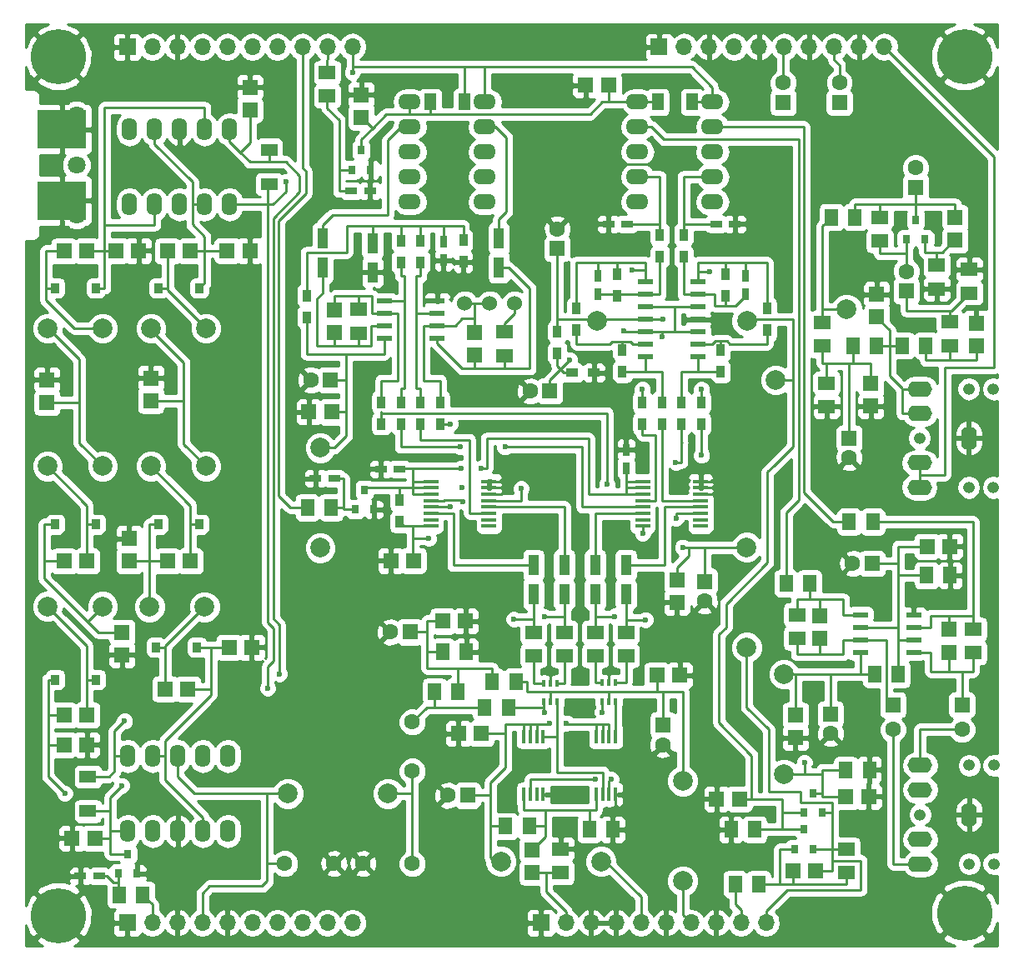
<source format=gtl>
G04 #@! TF.FileFunction,Copper,L1,Top,Signal*
%FSLAX46Y46*%
G04 Gerber Fmt 4.6, Leading zero omitted, Abs format (unit mm)*
G04 Created by KiCad (PCBNEW 4.0.7) date 05/14/20 07:05:34*
%MOMM*%
%LPD*%
G01*
G04 APERTURE LIST*
%ADD10C,0.100000*%
%ADD11C,1.524000*%
%ADD12R,1.700000X1.700000*%
%ADD13O,1.700000X1.700000*%
%ADD14R,1.100000X2.150000*%
%ADD15C,5.600000*%
%ADD16R,1.700000X1.400000*%
%ADD17R,1.600000X1.600000*%
%ADD18C,1.600000*%
%ADD19R,1.400000X1.700000*%
%ADD20R,1.550000X0.600000*%
%ADD21R,1.500000X0.600000*%
%ADD22O,1.600000X2.500000*%
%ADD23O,1.200000X1.200000*%
%ADD24O,2.500000X1.600000*%
%ADD25R,0.800000X0.900000*%
%ADD26C,1.998980*%
%ADD27R,1.500000X0.450000*%
%ADD28R,0.900000X1.200000*%
%ADD29R,0.750000X1.200000*%
%ADD30R,1.200000X0.750000*%
%ADD31R,1.200000X0.900000*%
%ADD32R,0.450000X1.450000*%
%ADD33R,0.400000X0.650000*%
%ADD34R,0.850000X1.000000*%
%ADD35C,1.800000*%
%ADD36R,5.000000X3.960000*%
%ADD37O,2.300000X1.600000*%
%ADD38O,1.600000X2.300000*%
%ADD39R,1.300000X1.700000*%
%ADD40R,1.700000X1.300000*%
%ADD41C,0.600000*%
%ADD42C,0.250000*%
%ADD43C,0.254000*%
G04 APERTURE END LIST*
D10*
D11*
X162814000Y-69088000D03*
X160274000Y-69088000D03*
X165354000Y-69088000D03*
D12*
X168000000Y-132000000D03*
D13*
X170540000Y-132000000D03*
X173080000Y-132000000D03*
X175620000Y-132000000D03*
X178160000Y-132000000D03*
X180700000Y-132000000D03*
X183240000Y-132000000D03*
X185780000Y-132000000D03*
X188320000Y-132000000D03*
X190860000Y-132000000D03*
D14*
X176630000Y-95665000D03*
X176630000Y-98615000D03*
D15*
X211000000Y-44000000D03*
X119000000Y-44000000D03*
X119000000Y-131250000D03*
X211000000Y-131000000D03*
D16*
X146300000Y-48000000D03*
X146300000Y-45600000D03*
D17*
X202100000Y-68150000D03*
X202100000Y-70450000D03*
X201500000Y-79500000D03*
X201500000Y-77200000D03*
X199300000Y-82750000D03*
D18*
X199300000Y-84750000D03*
D17*
X212200000Y-71050000D03*
X212200000Y-73350000D03*
X210050000Y-62650000D03*
X210050000Y-60350000D03*
X206050000Y-57250000D03*
D18*
X206050000Y-55250000D03*
D16*
X197000000Y-79550000D03*
X197000000Y-77150000D03*
X196600000Y-71000000D03*
X196600000Y-73400000D03*
D19*
X199700000Y-73350000D03*
X202100000Y-73350000D03*
X204700000Y-73350000D03*
X207100000Y-73350000D03*
D16*
X209500000Y-73350000D03*
X209500000Y-70950000D03*
X211500000Y-68000000D03*
X211500000Y-65600000D03*
X202400000Y-62700000D03*
X202400000Y-60300000D03*
D19*
X197500000Y-60300000D03*
X199900000Y-60300000D03*
D16*
X208200000Y-65200000D03*
X208200000Y-67600000D03*
D20*
X157480000Y-72605000D03*
X157480000Y-71335000D03*
X157480000Y-70065000D03*
X157480000Y-68795000D03*
X152080000Y-68795000D03*
X152080000Y-70065000D03*
X152080000Y-71335000D03*
X152080000Y-72605000D03*
D16*
X176630000Y-104870000D03*
X176630000Y-102470000D03*
D19*
X157200000Y-108500000D03*
X159600000Y-108500000D03*
D20*
X205850000Y-104505000D03*
X205850000Y-103235000D03*
X205850000Y-101965000D03*
X205850000Y-100695000D03*
X200450000Y-100695000D03*
X200450000Y-101965000D03*
X200450000Y-103235000D03*
X200450000Y-104505000D03*
D21*
X178575000Y-66890000D03*
X178575000Y-68160000D03*
X178575000Y-69430000D03*
X178575000Y-70700000D03*
X178575000Y-71970000D03*
X178575000Y-73240000D03*
X178575000Y-74510000D03*
X183975000Y-74510000D03*
X183975000Y-73240000D03*
X183975000Y-71970000D03*
X183975000Y-70700000D03*
X183975000Y-69430000D03*
X183975000Y-68160000D03*
X183975000Y-66890000D03*
D14*
X167240000Y-95665000D03*
X167240000Y-98615000D03*
X170370000Y-95665000D03*
X170370000Y-98615000D03*
X173500000Y-95665000D03*
X173500000Y-98615000D03*
D17*
X210750000Y-109850000D03*
D18*
X210750000Y-112350000D03*
D17*
X203750000Y-109850000D03*
D18*
X203750000Y-112350000D03*
D22*
X211500000Y-121000000D03*
D23*
X206500000Y-121000000D03*
D24*
X206500000Y-116000000D03*
X206500000Y-118500000D03*
X206500000Y-123500000D03*
X206500000Y-126000000D03*
D23*
X211500000Y-116000000D03*
X211500000Y-126000000D03*
X214000000Y-116000000D03*
X214000000Y-126000000D03*
D22*
X211450000Y-82750000D03*
D23*
X206450000Y-82750000D03*
D24*
X206450000Y-77750000D03*
X206450000Y-80250000D03*
X206450000Y-85250000D03*
X206450000Y-87750000D03*
D23*
X211450000Y-77750000D03*
X211450000Y-87750000D03*
X213950000Y-77750000D03*
X213950000Y-87750000D03*
D12*
X180000000Y-43000000D03*
D13*
X182540000Y-43000000D03*
X185080000Y-43000000D03*
X187620000Y-43000000D03*
X190160000Y-43000000D03*
X192700000Y-43000000D03*
X195240000Y-43000000D03*
X197780000Y-43000000D03*
X200320000Y-43000000D03*
X202860000Y-43000000D03*
D25*
X205100000Y-62550000D03*
X207000000Y-62550000D03*
X206050000Y-60550000D03*
D12*
X126000000Y-132000000D03*
D13*
X128540000Y-132000000D03*
X131080000Y-132000000D03*
X133620000Y-132000000D03*
X136160000Y-132000000D03*
X138700000Y-132000000D03*
X141240000Y-132000000D03*
X143780000Y-132000000D03*
X146320000Y-132000000D03*
X148860000Y-132000000D03*
D17*
X179790000Y-106850000D03*
X182090000Y-106850000D03*
D19*
X162300000Y-110100000D03*
X164700000Y-110100000D03*
D17*
X158050000Y-101350000D03*
X160350000Y-101350000D03*
D26*
X188900000Y-104001260D03*
X188900000Y-93841260D03*
D16*
X170370000Y-104870000D03*
X170370000Y-102470000D03*
X167240000Y-104870000D03*
X167240000Y-102470000D03*
X173500000Y-104870000D03*
X173500000Y-102470000D03*
D19*
X165450000Y-107500000D03*
X163050000Y-107500000D03*
X158050000Y-104450000D03*
X160450000Y-104450000D03*
D27*
X184225000Y-91683000D03*
X184225000Y-91033000D03*
X184225000Y-90383000D03*
X184225000Y-89733000D03*
X184225000Y-89083000D03*
X184225000Y-88433000D03*
X184225000Y-87783000D03*
X184225000Y-87133000D03*
X178325000Y-87133000D03*
X178325000Y-87783000D03*
X178325000Y-88433000D03*
X178325000Y-89083000D03*
X178325000Y-89733000D03*
X178325000Y-90383000D03*
X178325000Y-91033000D03*
X178325000Y-91683000D03*
X162730000Y-91683000D03*
X162730000Y-91033000D03*
X162730000Y-90383000D03*
X162730000Y-89733000D03*
X162730000Y-89083000D03*
X162730000Y-88433000D03*
X162730000Y-87783000D03*
X162730000Y-87133000D03*
X156830000Y-87133000D03*
X156830000Y-87783000D03*
X156830000Y-88433000D03*
X156830000Y-89083000D03*
X156830000Y-89733000D03*
X156830000Y-90383000D03*
X156830000Y-91033000D03*
X156830000Y-91683000D03*
D26*
X174101260Y-125750000D03*
X163941260Y-125750000D03*
D28*
X144200000Y-70500000D03*
X144200000Y-68300000D03*
X160114000Y-62654000D03*
X160114000Y-64854000D03*
X155780000Y-81300000D03*
X155780000Y-79100000D03*
X157780000Y-81300000D03*
X157780000Y-79100000D03*
X155780000Y-62700000D03*
X155780000Y-64900000D03*
D29*
X158110000Y-62790000D03*
X158110000Y-64690000D03*
D14*
X150890000Y-62955000D03*
X150890000Y-65905000D03*
D29*
X188775000Y-66250000D03*
X188775000Y-68150000D03*
X173775000Y-66250000D03*
X173775000Y-68150000D03*
D30*
X185800000Y-61000000D03*
X187700000Y-61000000D03*
X176750000Y-61000000D03*
X174850000Y-61000000D03*
D28*
X153780000Y-62700000D03*
X153780000Y-64900000D03*
X153780000Y-81300000D03*
X153780000Y-79100000D03*
X151780000Y-81300000D03*
X151780000Y-79100000D03*
X182275000Y-81300000D03*
X182275000Y-79100000D03*
X180275000Y-81300000D03*
X180275000Y-79100000D03*
X186275000Y-76000000D03*
X186275000Y-73800000D03*
X176275000Y-76000000D03*
X176275000Y-73800000D03*
X190975000Y-71800000D03*
X190975000Y-69600000D03*
X171575000Y-71800000D03*
X171575000Y-69600000D03*
X178275000Y-81300000D03*
X178275000Y-79100000D03*
X184275000Y-81300000D03*
X184275000Y-79100000D03*
X186775000Y-66100000D03*
X186775000Y-68300000D03*
X175775000Y-66100000D03*
X175775000Y-68300000D03*
X169672000Y-71925000D03*
X169672000Y-74125000D03*
D31*
X171200000Y-76100000D03*
X173400000Y-76100000D03*
D28*
X182475000Y-64300000D03*
X182475000Y-62100000D03*
X180075000Y-64300000D03*
X180075000Y-62100000D03*
D26*
X192675000Y-116901260D03*
X192675000Y-106741260D03*
X199036425Y-69663575D03*
X191852220Y-76847780D03*
X182400000Y-127751260D03*
X182400000Y-117591260D03*
D17*
X172550000Y-46900000D03*
X174850000Y-46900000D03*
D25*
X148800000Y-55500000D03*
X150700000Y-55500000D03*
X149750000Y-53500000D03*
D32*
X166275000Y-118950000D03*
X166925000Y-118950000D03*
X167575000Y-118950000D03*
X168225000Y-118950000D03*
X168225000Y-113050000D03*
X167575000Y-113050000D03*
X166925000Y-113050000D03*
X166275000Y-113050000D03*
X173625000Y-118950000D03*
X174275000Y-118950000D03*
X174925000Y-118950000D03*
X175575000Y-118950000D03*
X175575000Y-113050000D03*
X174925000Y-113050000D03*
X174275000Y-113050000D03*
X173625000Y-113050000D03*
D33*
X169620000Y-107660000D03*
X168320000Y-107660000D03*
X168970000Y-109560000D03*
X168970000Y-107660000D03*
X168320000Y-109560000D03*
X169620000Y-109560000D03*
X175540000Y-107600000D03*
X174240000Y-107600000D03*
X174890000Y-109500000D03*
X174890000Y-107600000D03*
X174240000Y-109500000D03*
X175540000Y-109500000D03*
D14*
X145830000Y-65405000D03*
X145830000Y-62455000D03*
X163730000Y-65405000D03*
X163730000Y-62455000D03*
D26*
X145600000Y-93901260D03*
X145600000Y-83741260D03*
D30*
X147000000Y-86850000D03*
X145100000Y-86850000D03*
X153650000Y-85900000D03*
X151750000Y-85900000D03*
D29*
X176650000Y-85825000D03*
X176650000Y-83925000D03*
D28*
X153650000Y-91250000D03*
X153650000Y-89050000D03*
D25*
X149150000Y-90000000D03*
X151050000Y-90000000D03*
X150100000Y-88000000D03*
D17*
X138450000Y-47100000D03*
X138450000Y-49400000D03*
D26*
X133992000Y-71604000D03*
X128404000Y-71604000D03*
X123492000Y-71604000D03*
X117904000Y-71604000D03*
X133992000Y-85604000D03*
X128404000Y-85604000D03*
X123492000Y-85604000D03*
X117904000Y-85604000D03*
X128258000Y-99896000D03*
X133846000Y-99896000D03*
X123492000Y-99854000D03*
X117904000Y-99854000D03*
D25*
X125100000Y-127000000D03*
X127000000Y-127000000D03*
X126050000Y-125000000D03*
D19*
X125200000Y-129150000D03*
X127600000Y-129150000D03*
D17*
X130100000Y-63750000D03*
X132400000Y-63750000D03*
X138450000Y-63700000D03*
X136150000Y-63700000D03*
X127150000Y-63700000D03*
X124850000Y-63700000D03*
X119600000Y-63750000D03*
X121900000Y-63750000D03*
X130100000Y-95250000D03*
X132400000Y-95250000D03*
X126200000Y-92950000D03*
X126200000Y-95250000D03*
X138650000Y-104000000D03*
X136350000Y-104000000D03*
X119600000Y-95250000D03*
X121900000Y-95250000D03*
X132150000Y-108250000D03*
X129850000Y-108250000D03*
X125476000Y-104782000D03*
X125476000Y-102482000D03*
X119600000Y-110900000D03*
X121900000Y-110900000D03*
X121900000Y-113900000D03*
X119600000Y-113900000D03*
D34*
X122825000Y-67500000D03*
X118675000Y-67500000D03*
X122825000Y-91500000D03*
X118675000Y-91500000D03*
X133325000Y-67500000D03*
X129175000Y-67500000D03*
X133325000Y-91500000D03*
X129175000Y-91500000D03*
X128925000Y-104000000D03*
X133075000Y-104000000D03*
X122825000Y-107300000D03*
X118675000Y-107300000D03*
D35*
X120857000Y-49920000D03*
X120857000Y-60080000D03*
D36*
X119350000Y-58620000D03*
X119350000Y-51380000D03*
D35*
X120857000Y-52460000D03*
X120857000Y-57540000D03*
X120857000Y-55000000D03*
D17*
X205100000Y-67800000D03*
D18*
X205100000Y-65800000D03*
D17*
X154700000Y-102450000D03*
D18*
X152700000Y-102450000D03*
D17*
X180400000Y-111900000D03*
D18*
X180400000Y-113900000D03*
D17*
X209450000Y-102200000D03*
X209450000Y-104500000D03*
X196350000Y-100800000D03*
X196350000Y-103100000D03*
X197400000Y-110775000D03*
D18*
X197400000Y-112775000D03*
D17*
X201650000Y-95500000D03*
D18*
X199650000Y-95500000D03*
D17*
X193850000Y-113200000D03*
X193850000Y-110900000D03*
X209500000Y-93750000D03*
X207200000Y-93750000D03*
D37*
X185400000Y-48600000D03*
X185400000Y-51140000D03*
X185400000Y-53680000D03*
X185400000Y-56220000D03*
X185400000Y-58760000D03*
X177780000Y-58760000D03*
X177780000Y-56220000D03*
X177780000Y-53680000D03*
X177780000Y-51140000D03*
X177780000Y-48600000D03*
D19*
X201700000Y-91250000D03*
X199300000Y-91250000D03*
X195300000Y-97500000D03*
X192900000Y-97500000D03*
D38*
X136400000Y-59000000D03*
X133860000Y-59000000D03*
X131320000Y-59000000D03*
X128780000Y-59000000D03*
X126240000Y-59000000D03*
X126240000Y-51380000D03*
X128780000Y-51380000D03*
X131320000Y-51380000D03*
X133860000Y-51380000D03*
X136400000Y-51380000D03*
D37*
X162300000Y-48600000D03*
X162300000Y-51140000D03*
X162300000Y-53680000D03*
X162300000Y-56220000D03*
X162300000Y-58760000D03*
X154680000Y-58760000D03*
X154680000Y-56220000D03*
X154680000Y-53680000D03*
X154680000Y-51140000D03*
X154680000Y-48600000D03*
D38*
X126050000Y-115050000D03*
X128590000Y-115050000D03*
X131130000Y-115050000D03*
X133670000Y-115050000D03*
X136210000Y-115050000D03*
X136210000Y-122670000D03*
X133670000Y-122670000D03*
X131130000Y-122670000D03*
X128590000Y-122670000D03*
X126050000Y-122670000D03*
D17*
X149750000Y-47850000D03*
X149750000Y-50150000D03*
D39*
X183350000Y-48600000D03*
X179850000Y-48600000D03*
X160250000Y-48600000D03*
X156750000Y-48600000D03*
D30*
X148750000Y-57650000D03*
X150650000Y-57650000D03*
D25*
X193750000Y-124510000D03*
X195650000Y-124510000D03*
X194700000Y-122510000D03*
X194690000Y-120810000D03*
X196590000Y-120810000D03*
X195640000Y-118810000D03*
D17*
X193610000Y-126740000D03*
X195910000Y-126740000D03*
X185850000Y-119400000D03*
X188150000Y-119400000D03*
X201275000Y-119175000D03*
X198975000Y-119175000D03*
D16*
X199020000Y-124510000D03*
X199020000Y-126910000D03*
D19*
X189700000Y-122510000D03*
X187300000Y-122510000D03*
X198950000Y-116450000D03*
X201350000Y-116450000D03*
X190120000Y-128070000D03*
X187720000Y-128070000D03*
X201875000Y-106741260D03*
X204275000Y-106741260D03*
D16*
X211900000Y-104550000D03*
X211900000Y-102150000D03*
X194000000Y-103100000D03*
X194000000Y-100700000D03*
D19*
X207150000Y-96700000D03*
X209550000Y-96700000D03*
D17*
X167132000Y-126880000D03*
X167132000Y-124580000D03*
X159632000Y-112776000D03*
X161932000Y-112776000D03*
D19*
X164408000Y-122174000D03*
X166808000Y-122174000D03*
D16*
X170000000Y-126900000D03*
X170000000Y-124500000D03*
D19*
X172900000Y-122500000D03*
X175300000Y-122500000D03*
D17*
X160550000Y-119050000D03*
D18*
X158550000Y-119050000D03*
D17*
X117856000Y-76828000D03*
X117856000Y-79128000D03*
X128400000Y-76650000D03*
X128400000Y-78950000D03*
X122700000Y-123400000D03*
X120400000Y-123400000D03*
D40*
X140400000Y-56950000D03*
X140400000Y-53450000D03*
X122000000Y-117150000D03*
X122000000Y-120650000D03*
D17*
X184600000Y-97300000D03*
D18*
X184600000Y-99300000D03*
D17*
X152750000Y-95200000D03*
X155050000Y-95200000D03*
X181800000Y-99450000D03*
X181800000Y-97150000D03*
X192600000Y-48650000D03*
D18*
X192600000Y-46650000D03*
D17*
X198300000Y-48650000D03*
D18*
X198300000Y-46650000D03*
D26*
X188900620Y-70850000D03*
X173660620Y-70850000D03*
D17*
X169672000Y-63500000D03*
D18*
X169672000Y-61500000D03*
D17*
X168910000Y-77978000D03*
D18*
X166910000Y-77978000D03*
D30*
X123150000Y-127250000D03*
X121250000Y-127250000D03*
D17*
X144450000Y-80100000D03*
X146750000Y-80100000D03*
X146650000Y-76850000D03*
D18*
X144650000Y-76850000D03*
D19*
X144300000Y-89800000D03*
X146700000Y-89800000D03*
D18*
X154940000Y-116586000D03*
X154940000Y-111586000D03*
D12*
X126000000Y-43000000D03*
D13*
X128540000Y-43000000D03*
X131080000Y-43000000D03*
X133620000Y-43000000D03*
X136160000Y-43000000D03*
X138700000Y-43000000D03*
X141240000Y-43000000D03*
X143780000Y-43000000D03*
X146320000Y-43000000D03*
X148860000Y-43000000D03*
D18*
X141986000Y-125984000D03*
X146986000Y-125984000D03*
D26*
X142318740Y-118872000D03*
X152478740Y-118872000D03*
D18*
X154940000Y-125984000D03*
X149940000Y-125984000D03*
D16*
X164338000Y-71952000D03*
X164338000Y-74352000D03*
D17*
X161290000Y-74302000D03*
X161290000Y-72002000D03*
X147066000Y-72016000D03*
X147066000Y-69716000D03*
D16*
X149446000Y-69666000D03*
X149446000Y-72066000D03*
D41*
X198850000Y-52450000D03*
X208350000Y-52750000D03*
X203400000Y-48400000D03*
X168550000Y-46900000D03*
X155450000Y-42600000D03*
X159200000Y-42650000D03*
X163450000Y-42650000D03*
X168550000Y-42700000D03*
X186563000Y-82550000D03*
X191643000Y-82550000D03*
X188550000Y-78200000D03*
X198100000Y-62950000D03*
X198100000Y-67400000D03*
X212300000Y-63500000D03*
X212300000Y-58550000D03*
X204500000Y-60450000D03*
X208000000Y-60450000D03*
X209550000Y-99450000D03*
X208000000Y-82750000D03*
X203400000Y-79500000D03*
X202100000Y-65700000D03*
X205850000Y-75450000D03*
X181550000Y-50500000D03*
X126050000Y-97500000D03*
X121700000Y-97750000D03*
X118300000Y-88200000D03*
X116300000Y-96300000D03*
X116300000Y-92350000D03*
X119850000Y-93300000D03*
X123400000Y-93300000D03*
X205850000Y-99400000D03*
X202650000Y-100650000D03*
X194700000Y-91050000D03*
X197950000Y-105700000D03*
X199250000Y-108400000D03*
X125600000Y-46900000D03*
X135550000Y-46900000D03*
X132600000Y-46900000D03*
X125750000Y-67900000D03*
X125750000Y-72150000D03*
X123650000Y-76700000D03*
X127450000Y-56750000D03*
X127500000Y-53550000D03*
X119200000Y-81550000D03*
X123650000Y-81550000D03*
X128150000Y-81550000D03*
X170662600Y-54940200D03*
X174800000Y-54950000D03*
X166547800Y-54927500D03*
X161798000Y-66916300D03*
X177444400Y-63068200D03*
X173050200Y-62801500D03*
X170624500Y-66548000D03*
X168275000Y-66548000D03*
X166243000Y-63500000D03*
X166370000Y-59817000D03*
X170688000Y-58801000D03*
X174752000Y-58674000D03*
X163576000Y-76962000D03*
X160528000Y-78359000D03*
X157607000Y-75057000D03*
X142494000Y-80137000D03*
X143129000Y-83820000D03*
X149098000Y-92710000D03*
X150876000Y-98044000D03*
X151892000Y-75438000D03*
X149860000Y-78105000D03*
X149860000Y-82296000D03*
X149733000Y-85852000D03*
X130429000Y-100965000D03*
X130556000Y-98298000D03*
X135001000Y-97282000D03*
X138303000Y-98171000D03*
X135001000Y-93345000D03*
X138303000Y-94488000D03*
X134874000Y-88773000D03*
X138430000Y-89789000D03*
X135255000Y-66040000D03*
X136652000Y-68961000D03*
X136652000Y-72898000D03*
X135636000Y-76962000D03*
X135636000Y-81534000D03*
X138430000Y-85090000D03*
X138430000Y-79629000D03*
X138430000Y-75057000D03*
X138430000Y-70866000D03*
X138430000Y-67437000D03*
X145288000Y-59182000D03*
X142748000Y-61722000D03*
X142748000Y-66040000D03*
X142748000Y-69596000D03*
X142748000Y-73406000D03*
X145669000Y-51308000D03*
X145796000Y-54737000D03*
X157353000Y-51054000D03*
X159512000Y-51054000D03*
X157226000Y-53467000D03*
X159512000Y-53594000D03*
X159512000Y-56388000D03*
X157226000Y-56388000D03*
X157226000Y-59309000D03*
X159385000Y-59309000D03*
X183388000Y-102235000D03*
X179451000Y-103505000D03*
X180213000Y-125984000D03*
X185039000Y-127889000D03*
X198755000Y-130683000D03*
X202311000Y-128397000D03*
X202057000Y-124714000D03*
X199009000Y-122047000D03*
X201295000Y-122047000D03*
X184277000Y-111379000D03*
X185547000Y-115570000D03*
X180594000Y-118999000D03*
X190754000Y-125222000D03*
X187325000Y-125222000D03*
X182372000Y-122428000D03*
X146558000Y-98044000D03*
X142494000Y-91948000D03*
X143129000Y-95758000D03*
X154686000Y-98044000D03*
X158496000Y-97028000D03*
X162306000Y-97028000D03*
X146558000Y-101600000D03*
X147955000Y-110998000D03*
X144018000Y-109347000D03*
X144018000Y-104521000D03*
X148844000Y-106426000D03*
X154686000Y-106553000D03*
X152019000Y-109982000D03*
X158127700Y-129057400D03*
X158127700Y-124396500D03*
X161226500Y-124383800D03*
X161163000Y-129082800D03*
X165227000Y-129159000D03*
X161925000Y-132334000D03*
X152438100Y-132372100D03*
X158140400Y-132372100D03*
X152400000Y-129032000D03*
X152400000Y-122428000D03*
X147066000Y-118872000D03*
X149860000Y-118872000D03*
X150114000Y-115570000D03*
X153416000Y-114554000D03*
X162560000Y-115290600D03*
X157949900Y-115277900D03*
X171958000Y-106426000D03*
X174950000Y-106400000D03*
X171945300Y-109575600D03*
X165100000Y-105156000D03*
X162814000Y-102870000D03*
X162814000Y-100076000D03*
X172720000Y-128270000D03*
X177546000Y-125984000D03*
X177200000Y-118950000D03*
X177546000Y-122428000D03*
X170434000Y-122174000D03*
X171958000Y-119126000D03*
X140716000Y-112522000D03*
X136398000Y-106172000D03*
X131826000Y-105918000D03*
X136398000Y-100838000D03*
X138430000Y-107696000D03*
X136144000Y-109982000D03*
X127762000Y-109982000D03*
X127508000Y-102108000D03*
X118618000Y-123444000D03*
X116332000Y-115570000D03*
X116332000Y-119126000D03*
X116332000Y-127254000D03*
X116332000Y-123444000D03*
X119126000Y-108966000D03*
X116332000Y-107442000D03*
X116332000Y-111760000D03*
X123444000Y-115570000D03*
X123444000Y-112268000D03*
X125476000Y-107950000D03*
X119634000Y-116332000D03*
X138684000Y-129794000D03*
X147574000Y-129794000D03*
X142494000Y-129794000D03*
X138684000Y-122428000D03*
X138684000Y-125984000D03*
X134112000Y-125984000D03*
X129286000Y-125984000D03*
X142240000Y-122428000D03*
X147066000Y-122428000D03*
X131318000Y-128270000D03*
X138938000Y-117348000D03*
X144018000Y-116332000D03*
X130810000Y-120142000D03*
X126238000Y-120142000D03*
X135128000Y-120650000D03*
X138938000Y-120650000D03*
X128100000Y-117770000D03*
X135128000Y-117348000D03*
X132334000Y-116840000D03*
X186600000Y-87800000D03*
X186590000Y-91650000D03*
X175760000Y-91910000D03*
X171950000Y-113000000D03*
X170790000Y-115630000D03*
X175150000Y-115120000D03*
X183740000Y-106840000D03*
X178380000Y-109830000D03*
X181400000Y-109690000D03*
X208230000Y-110770000D03*
X209310000Y-107780000D03*
X201290000Y-113280000D03*
X205160000Y-114040000D03*
X206180000Y-107250000D03*
X182520000Y-70700000D03*
X185570000Y-70700000D03*
X209800000Y-67600000D03*
X212200000Y-69600000D03*
X164200000Y-119100000D03*
X170100000Y-118950000D03*
X167600000Y-115200000D03*
X175900000Y-120500000D03*
X192650000Y-87800000D03*
X189200000Y-87800000D03*
X168950000Y-87650000D03*
X167050000Y-91450000D03*
X164950000Y-91450000D03*
X152050000Y-47850000D03*
X183600000Y-59850000D03*
X181200000Y-58850000D03*
X189850000Y-55300000D03*
X181700000Y-54950000D03*
X148800000Y-65900000D03*
X158100000Y-66750000D03*
X168950000Y-106400000D03*
X172525000Y-81375000D03*
X176400000Y-81400000D03*
X164600000Y-87800000D03*
X160000000Y-87800000D03*
X166000000Y-87875000D03*
X181700000Y-85200000D03*
X158800000Y-89700000D03*
X158800000Y-81300000D03*
X178600000Y-101200000D03*
X165250000Y-101150000D03*
X159850000Y-83650000D03*
X164350000Y-83650000D03*
X168350000Y-100900000D03*
X181750000Y-90900000D03*
X174700000Y-87450000D03*
X175500000Y-100850000D03*
X180350000Y-70700000D03*
X184300000Y-77800000D03*
X185100000Y-65800000D03*
X177300000Y-65700000D03*
X178300000Y-77800000D03*
X176403000Y-71882000D03*
X170942000Y-74803000D03*
X180300000Y-72450000D03*
X170600000Y-111700000D03*
X168900000Y-111700000D03*
X160100000Y-89200000D03*
X184300000Y-84500000D03*
X182400000Y-93850000D03*
X178325000Y-92400000D03*
X156625000Y-92925000D03*
X168350000Y-110600000D03*
X174250000Y-110600000D03*
X175100000Y-117400000D03*
X173500000Y-117400000D03*
X161950000Y-85800000D03*
X159900000Y-85800000D03*
X125450000Y-118050000D03*
X141450000Y-106700000D03*
X125730000Y-111506000D03*
X142130000Y-56720000D03*
X148860000Y-45590000D03*
X140250000Y-108150000D03*
X194750000Y-115700000D03*
X119650000Y-118850000D03*
D42*
X198850000Y-52450000D02*
X198900000Y-52450000D01*
X207750000Y-52750000D02*
X208350000Y-52750000D01*
X203400000Y-48400000D02*
X207750000Y-52750000D01*
X172550000Y-46900000D02*
X168550000Y-46900000D01*
X159150000Y-42600000D02*
X155450000Y-42600000D01*
X159200000Y-42650000D02*
X159150000Y-42600000D01*
X168500000Y-42650000D02*
X163450000Y-42650000D01*
X168550000Y-42700000D02*
X168500000Y-42650000D01*
X191643000Y-82550000D02*
X191643000Y-81293000D01*
X186563000Y-82550000D02*
X191643000Y-82550000D01*
X191643000Y-81293000D02*
X188550000Y-78200000D01*
X212300000Y-58550000D02*
X212300000Y-63500000D01*
X211500000Y-64300000D02*
X212300000Y-63500000D01*
X211500000Y-64300000D02*
X211500000Y-65600000D01*
X209550000Y-96700000D02*
X209550000Y-99450000D01*
X201500000Y-79500000D02*
X203400000Y-79500000D01*
X202100000Y-68150000D02*
X202100000Y-65700000D01*
X123400000Y-93300000D02*
X123400000Y-97300000D01*
X122950000Y-97750000D02*
X121700000Y-97750000D01*
X123400000Y-97300000D02*
X122950000Y-97750000D01*
X118300000Y-88200000D02*
X117500000Y-88200000D01*
X116300000Y-96300000D02*
X116350000Y-96250000D01*
X116300000Y-89400000D02*
X116300000Y-92350000D01*
X117500000Y-88200000D02*
X116300000Y-89400000D01*
X126200000Y-92950000D02*
X123750000Y-92950000D01*
X123750000Y-92950000D02*
X123400000Y-93300000D01*
X205850000Y-100695000D02*
X205850000Y-99400000D01*
X199650000Y-95500000D02*
X199650000Y-95450000D01*
X199650000Y-95450000D02*
X195250000Y-91050000D01*
X195250000Y-91050000D02*
X194700000Y-91050000D01*
X201290000Y-113280000D02*
X201290000Y-110440000D01*
X201290000Y-110440000D02*
X199250000Y-108400000D01*
X132600000Y-46900000D02*
X135550000Y-46900000D01*
X123650000Y-81550000D02*
X123650000Y-76700000D01*
X125750000Y-72150000D02*
X125750000Y-67900000D01*
X127450000Y-53600000D02*
X127450000Y-56750000D01*
X127500000Y-53550000D02*
X127450000Y-53600000D01*
X128150000Y-81550000D02*
X123650000Y-81550000D01*
X170662600Y-54940200D02*
X166560500Y-54940200D01*
X166560500Y-54940200D02*
X166547800Y-54927500D01*
X160114000Y-64854000D02*
X161831200Y-64854000D01*
X161798000Y-64887200D02*
X161798000Y-66916300D01*
X161831200Y-64854000D02*
X161798000Y-64887200D01*
X174850000Y-61000000D02*
X172734600Y-61000000D01*
X173050200Y-61315600D02*
X173050200Y-62801500D01*
X172734600Y-61000000D02*
X173050200Y-61315600D01*
X174800000Y-54950000D02*
X174800000Y-58626000D01*
X181200000Y-54950000D02*
X174800000Y-54950000D01*
X168275000Y-65532000D02*
X168275000Y-66548000D01*
X166243000Y-63500000D02*
X168275000Y-65532000D01*
X167005000Y-59182000D02*
X166370000Y-59817000D01*
X170307000Y-59182000D02*
X167005000Y-59182000D01*
X170688000Y-58801000D02*
X170307000Y-59182000D01*
X174800000Y-58626000D02*
X174752000Y-58674000D01*
X166910000Y-77978000D02*
X166878000Y-77978000D01*
X166878000Y-77978000D02*
X165862000Y-76962000D01*
X165862000Y-76962000D02*
X163576000Y-76962000D01*
X160528000Y-78359000D02*
X157607000Y-75438000D01*
X157607000Y-75438000D02*
X157607000Y-75057000D01*
X142531000Y-80100000D02*
X142494000Y-80137000D01*
X144450000Y-80100000D02*
X142531000Y-80100000D01*
X143147000Y-86850000D02*
X145100000Y-86850000D01*
X143129000Y-86868000D02*
X143147000Y-86850000D01*
X143129000Y-83820000D02*
X143129000Y-86868000D01*
X150876000Y-94488000D02*
X149098000Y-92710000D01*
X150876000Y-98044000D02*
X150876000Y-94488000D01*
X150749000Y-75438000D02*
X151892000Y-75438000D01*
X149860000Y-76327000D02*
X150749000Y-75438000D01*
X149860000Y-78105000D02*
X149860000Y-76327000D01*
X149860000Y-85725000D02*
X149860000Y-82296000D01*
X149733000Y-85852000D02*
X149860000Y-85725000D01*
X138430000Y-85090000D02*
X138430000Y-89789000D01*
X130556000Y-97790000D02*
X130556000Y-98298000D01*
X131064000Y-97282000D02*
X130556000Y-97790000D01*
X135001000Y-97282000D02*
X131064000Y-97282000D01*
X138303000Y-96647000D02*
X138303000Y-98171000D01*
X135001000Y-93345000D02*
X138303000Y-96647000D01*
X138303000Y-92202000D02*
X138303000Y-94488000D01*
X134874000Y-88773000D02*
X138303000Y-92202000D01*
X138450000Y-63700000D02*
X138450000Y-67417000D01*
X136652000Y-72898000D02*
X136652000Y-68961000D01*
X135636000Y-81534000D02*
X135636000Y-76962000D01*
X138430000Y-79629000D02*
X138430000Y-85090000D01*
X138430000Y-70866000D02*
X138430000Y-75057000D01*
X138450000Y-67417000D02*
X138430000Y-67437000D01*
X145288000Y-59182000D02*
X145923000Y-58547000D01*
X142748000Y-61722000D02*
X145288000Y-59182000D01*
X142748000Y-69596000D02*
X142748000Y-66040000D01*
X142748000Y-74930000D02*
X142748000Y-73406000D01*
X144650000Y-76832000D02*
X142748000Y-74930000D01*
X145923000Y-54864000D02*
X145796000Y-54737000D01*
X145923000Y-58547000D02*
X145923000Y-54864000D01*
X159512000Y-53594000D02*
X159512000Y-51054000D01*
X160114000Y-64854000D02*
X161628000Y-64854000D01*
X159512000Y-56388000D02*
X159512000Y-53594000D01*
X157226000Y-59309000D02*
X157226000Y-56388000D01*
X159893000Y-59309000D02*
X159385000Y-59309000D01*
X161798000Y-61214000D02*
X159893000Y-59309000D01*
X161798000Y-64684000D02*
X161798000Y-61214000D01*
X161628000Y-64854000D02*
X161798000Y-64684000D01*
X183388000Y-102235000D02*
X182118000Y-103505000D01*
X182118000Y-103505000D02*
X179451000Y-103505000D01*
X177546000Y-125984000D02*
X180213000Y-125984000D01*
X201295000Y-122047000D02*
X201295000Y-123952000D01*
X200025000Y-130683000D02*
X198755000Y-130683000D01*
X202311000Y-128397000D02*
X200025000Y-130683000D01*
X201295000Y-123952000D02*
X202057000Y-124714000D01*
X201275000Y-119175000D02*
X201275000Y-122027000D01*
X199009000Y-122047000D02*
X199136000Y-122047000D01*
X201275000Y-122027000D02*
X201295000Y-122047000D01*
X185850000Y-119400000D02*
X185850000Y-115873000D01*
X185850000Y-115873000D02*
X185547000Y-115570000D01*
X177200000Y-118950000D02*
X180545000Y-118950000D01*
X180545000Y-118950000D02*
X180594000Y-118999000D01*
X185166000Y-125222000D02*
X187325000Y-125222000D01*
X182372000Y-122428000D02*
X185166000Y-125222000D01*
X142494000Y-95123000D02*
X142494000Y-91948000D01*
X143129000Y-95758000D02*
X142494000Y-95123000D01*
X146558000Y-101600000D02*
X146558000Y-98044000D01*
X154686000Y-98044000D02*
X150876000Y-98044000D01*
X162306000Y-97028000D02*
X158496000Y-97028000D01*
X146558000Y-98044000D02*
X150876000Y-98044000D01*
X153416000Y-114554000D02*
X153035000Y-114554000D01*
X144018000Y-104521000D02*
X144018000Y-109347000D01*
X154559000Y-106426000D02*
X148844000Y-106426000D01*
X154686000Y-106553000D02*
X154559000Y-106426000D01*
X152019000Y-113538000D02*
X152019000Y-109982000D01*
X153035000Y-114554000D02*
X152019000Y-113538000D01*
X158127700Y-124396500D02*
X158140400Y-124383800D01*
X158140400Y-124383800D02*
X161226500Y-124383800D01*
X158140400Y-132372100D02*
X161886900Y-132372100D01*
X161886900Y-132372100D02*
X161925000Y-132334000D01*
X158127700Y-129057400D02*
X158127700Y-132359400D01*
X158127700Y-132359400D02*
X158140400Y-132372100D01*
X152400000Y-129032000D02*
X158102300Y-129032000D01*
X147066000Y-122428000D02*
X152400000Y-122428000D01*
X152400000Y-129032000D02*
X152400000Y-122428000D01*
X158102300Y-129032000D02*
X158127700Y-129057400D01*
X153416000Y-114554000D02*
X157226000Y-114554000D01*
X149860000Y-118872000D02*
X150114000Y-118618000D01*
X150114000Y-118618000D02*
X150114000Y-115570000D01*
X157226000Y-114554000D02*
X157949900Y-115277900D01*
X174890000Y-106460000D02*
X174890000Y-107600000D01*
X174890000Y-106460000D02*
X174950000Y-106400000D01*
X162814000Y-100076000D02*
X162814000Y-102870000D01*
X144650000Y-76850000D02*
X144650000Y-76832000D01*
X177546000Y-122428000D02*
X177546000Y-125984000D01*
X177474000Y-122500000D02*
X175300000Y-122500000D01*
X177546000Y-122428000D02*
X177474000Y-122500000D01*
X170000000Y-124500000D02*
X170000000Y-122608000D01*
X170000000Y-122608000D02*
X170434000Y-122174000D01*
X137160000Y-108966000D02*
X140716000Y-112522000D01*
X125476000Y-107950000D02*
X125730000Y-107950000D01*
X136144000Y-109982000D02*
X137160000Y-108966000D01*
X137160000Y-108966000D02*
X138430000Y-107696000D01*
X125730000Y-107950000D02*
X127762000Y-109982000D01*
X116332000Y-123444000D02*
X118618000Y-123444000D01*
X116332000Y-119126000D02*
X116332000Y-123444000D01*
X116332000Y-115570000D02*
X116332000Y-119126000D01*
X116332000Y-111760000D02*
X116332000Y-107442000D01*
X125476000Y-104782000D02*
X125476000Y-107950000D01*
X123444000Y-115570000D02*
X123444000Y-112268000D01*
X138684000Y-129794000D02*
X142494000Y-129794000D01*
X138684000Y-122428000D02*
X138684000Y-125984000D01*
X134112000Y-125984000D02*
X129286000Y-125984000D01*
X147066000Y-118872000D02*
X147066000Y-122428000D01*
X146558000Y-118872000D02*
X147066000Y-118872000D01*
X144018000Y-116332000D02*
X146558000Y-118872000D01*
X126238000Y-120142000D02*
X130810000Y-120142000D01*
X138938000Y-120650000D02*
X135128000Y-120650000D01*
X131130000Y-120800000D02*
X128100000Y-117770000D01*
X131130000Y-122670000D02*
X131130000Y-120800000D01*
X132842000Y-117348000D02*
X135128000Y-117348000D01*
X132334000Y-116840000D02*
X132842000Y-117348000D01*
X186580000Y-91640000D02*
X186580000Y-91580000D01*
X186590000Y-91650000D02*
X186580000Y-91640000D01*
X177200000Y-118950000D02*
X177200000Y-116090000D01*
X175575000Y-118950000D02*
X177200000Y-118950000D01*
X170650000Y-115490000D02*
X171950000Y-113000000D01*
X170790000Y-115630000D02*
X170650000Y-115490000D01*
X176230000Y-115120000D02*
X175150000Y-115120000D01*
X177200000Y-116090000D02*
X176230000Y-115120000D01*
X182090000Y-106850000D02*
X183740000Y-106840000D01*
X178380000Y-109840000D02*
X178380000Y-109830000D01*
X181400000Y-109690000D02*
X181400000Y-109710000D01*
X209310000Y-107780000D02*
X209310000Y-108640000D01*
X208230000Y-109720000D02*
X208230000Y-110770000D01*
X209310000Y-108640000D02*
X208230000Y-109720000D01*
X209310000Y-107780000D02*
X209310000Y-107760000D01*
X205160000Y-114040000D02*
X205160000Y-111530000D01*
X201350000Y-113340000D02*
X201290000Y-113280000D01*
X201350000Y-116450000D02*
X201350000Y-113340000D01*
X206500000Y-110190000D02*
X206180000Y-107250000D01*
X205160000Y-111530000D02*
X206500000Y-110190000D01*
X183975000Y-70700000D02*
X182520000Y-70700000D01*
X183975000Y-70700000D02*
X185570000Y-70700000D01*
X208200000Y-67600000D02*
X209800000Y-67600000D01*
X212200000Y-71050000D02*
X212200000Y-69600000D01*
X168225000Y-118950000D02*
X170100000Y-118950000D01*
X175575000Y-118950000D02*
X175575000Y-120175000D01*
X175575000Y-120175000D02*
X175900000Y-120500000D01*
X186600000Y-87800000D02*
X189200000Y-87800000D01*
X164950000Y-91450000D02*
X167050000Y-91450000D01*
X164600000Y-87050000D02*
X164800000Y-86850000D01*
X164800000Y-86850000D02*
X168150000Y-86850000D01*
X168150000Y-86850000D02*
X168950000Y-87650000D01*
X164600000Y-87050000D02*
X164600000Y-87800000D01*
X149750000Y-47850000D02*
X152050000Y-47850000D01*
X181200000Y-54950000D02*
X181200000Y-58850000D01*
X181200000Y-54950000D02*
X181700000Y-54950000D01*
X187700000Y-57450000D02*
X189850000Y-55300000D01*
X187700000Y-57450000D02*
X187700000Y-61000000D01*
X150890000Y-65905000D02*
X148805000Y-65905000D01*
X148805000Y-65905000D02*
X148800000Y-65900000D01*
X158110000Y-64690000D02*
X158110000Y-66740000D01*
X158110000Y-66740000D02*
X158100000Y-66750000D01*
X184225000Y-87133000D02*
X185933000Y-87133000D01*
X185933000Y-87133000D02*
X186600000Y-87800000D01*
X184225000Y-87783000D02*
X186583000Y-87783000D01*
X185967000Y-88433000D02*
X186600000Y-87800000D01*
X185967000Y-88433000D02*
X184225000Y-88433000D01*
X186583000Y-87783000D02*
X186600000Y-87800000D01*
X168970000Y-107660000D02*
X168970000Y-106420000D01*
X168970000Y-106420000D02*
X168950000Y-106400000D01*
X176650000Y-83925000D02*
X176650000Y-81650000D01*
X176650000Y-81650000D02*
X176400000Y-81400000D01*
X162688000Y-87825000D02*
X162730000Y-87783000D01*
X162730000Y-88433000D02*
X162008000Y-88433000D01*
X162730000Y-87133000D02*
X163933000Y-87133000D01*
X163933000Y-87133000D02*
X164600000Y-87800000D01*
X162730000Y-87783000D02*
X164583000Y-87783000D01*
X163967000Y-88433000D02*
X164600000Y-87800000D01*
X163967000Y-88433000D02*
X162730000Y-88433000D01*
X164583000Y-87783000D02*
X164600000Y-87800000D01*
X145830000Y-62455000D02*
X145830000Y-61070000D01*
X145830000Y-61070000D02*
X146825000Y-60075000D01*
X154680000Y-51140000D02*
X153810000Y-51140000D01*
X153810000Y-51140000D02*
X152450000Y-52500000D01*
X148075000Y-60075000D02*
X146825000Y-60075000D01*
X148075000Y-60075000D02*
X152450000Y-60075000D01*
X152450000Y-60075000D02*
X152450000Y-52500000D01*
X154680000Y-51140000D02*
X153685000Y-51140000D01*
X197780000Y-43000000D02*
X197780000Y-44364000D01*
X197780000Y-44364000D02*
X198300000Y-44884000D01*
X198300000Y-46650000D02*
X198300000Y-44884000D01*
X198300000Y-43520000D02*
X197780000Y-43000000D01*
X199700000Y-73350000D02*
X199700000Y-75150000D01*
X197000000Y-77150000D02*
X197000000Y-75150000D01*
X199300000Y-82750000D02*
X199300000Y-75150000D01*
X201500000Y-77200000D02*
X201500000Y-75150000D01*
X199700000Y-75150000D02*
X201500000Y-75150000D01*
X196600000Y-75150000D02*
X197000000Y-75150000D01*
X197000000Y-75150000D02*
X199300000Y-75150000D01*
X199300000Y-75150000D02*
X199700000Y-75150000D01*
X196600000Y-73400000D02*
X196600000Y-75150000D01*
X199650000Y-73400000D02*
X199700000Y-73350000D01*
X209500000Y-73350000D02*
X209500000Y-74850000D01*
X212200000Y-73350000D02*
X212200000Y-74850000D01*
X207100000Y-74850000D02*
X209500000Y-74850000D01*
X209500000Y-74850000D02*
X212200000Y-74850000D01*
X207100000Y-73350000D02*
X207100000Y-74850000D01*
X192600000Y-46650000D02*
X192600000Y-43100000D01*
X192600000Y-43100000D02*
X192700000Y-43000000D01*
X163730000Y-62455000D02*
X163730000Y-60520000D01*
X164500000Y-52250000D02*
X163390000Y-51140000D01*
X164500000Y-59750000D02*
X164500000Y-52250000D01*
X163730000Y-60520000D02*
X164500000Y-59750000D01*
X163390000Y-51140000D02*
X162300000Y-51140000D01*
X148750000Y-57650000D02*
X147500000Y-57650000D01*
X148800000Y-55500000D02*
X147500000Y-55500000D01*
X146300000Y-48000000D02*
X146300000Y-49250000D01*
X147500000Y-50450000D02*
X147500000Y-55500000D01*
X147500000Y-55500000D02*
X147500000Y-57650000D01*
X146300000Y-49250000D02*
X147500000Y-50450000D01*
X210750000Y-109850000D02*
X210750000Y-106460000D01*
X209450000Y-104500000D02*
X209450000Y-106460000D01*
X211900000Y-104550000D02*
X211900000Y-106460000D01*
X207590000Y-106460000D02*
X209450000Y-106460000D01*
X209450000Y-106460000D02*
X210750000Y-106460000D01*
X210750000Y-106460000D02*
X211900000Y-106460000D01*
X207590000Y-104505000D02*
X207590000Y-106460000D01*
X205850000Y-104505000D02*
X207590000Y-104505000D01*
X196350000Y-103100000D02*
X196350000Y-104730000D01*
X194000000Y-103100000D02*
X194000000Y-104730000D01*
X198670000Y-104730000D02*
X196350000Y-104730000D01*
X196350000Y-104730000D02*
X194000000Y-104730000D01*
X198670000Y-103235000D02*
X198670000Y-104730000D01*
X200450000Y-103235000D02*
X198670000Y-103235000D01*
X203075000Y-103235000D02*
X203075000Y-109175000D01*
X203075000Y-109175000D02*
X203750000Y-109850000D01*
X200450000Y-103235000D02*
X203075000Y-103235000D01*
X203400000Y-73300000D02*
X203400000Y-76400000D01*
X204700000Y-77700000D02*
X204700000Y-77750000D01*
X203400000Y-76400000D02*
X204700000Y-77700000D01*
X202100000Y-70450000D02*
X202100000Y-70500000D01*
X202100000Y-70500000D02*
X203400000Y-71800000D01*
X203400000Y-71800000D02*
X203400000Y-73300000D01*
X203400000Y-73300000D02*
X203400000Y-73350000D01*
X202100000Y-73350000D02*
X203400000Y-73350000D01*
X203400000Y-73350000D02*
X204700000Y-73350000D01*
X206450000Y-80250000D02*
X204700000Y-80250000D01*
X204700000Y-77750000D02*
X204700000Y-80250000D01*
X206450000Y-77750000D02*
X204700000Y-77750000D01*
X204700000Y-77750000D02*
X204700000Y-77750000D01*
X211900000Y-100800000D02*
X211900000Y-91250000D01*
X201700000Y-91250000D02*
X211900000Y-91250000D01*
X209450000Y-102200000D02*
X209450000Y-100780000D01*
X211900000Y-102150000D02*
X211900000Y-100800000D01*
X211900000Y-100800000D02*
X211900000Y-100780000D01*
X209450000Y-100780000D02*
X211900000Y-100780000D01*
X207570000Y-100780000D02*
X209450000Y-100780000D01*
X207570000Y-101965000D02*
X207570000Y-100780000D01*
X205850000Y-101965000D02*
X207570000Y-101965000D01*
X194000000Y-100700000D02*
X194000000Y-99120000D01*
X196350000Y-100800000D02*
X196350000Y-99120000D01*
X195300000Y-97500000D02*
X195300000Y-99120000D01*
X198710000Y-99120000D02*
X196350000Y-99120000D01*
X196350000Y-99120000D02*
X195300000Y-99120000D01*
X195300000Y-99120000D02*
X194000000Y-99120000D01*
X198710000Y-100695000D02*
X198710000Y-99120000D01*
X200450000Y-100695000D02*
X198710000Y-100695000D01*
X209500000Y-70950000D02*
X209500000Y-69800000D01*
X205100000Y-69800000D02*
X209500000Y-69800000D01*
X209500000Y-69800000D02*
X209700000Y-69800000D01*
X209700000Y-69800000D02*
X211500000Y-68000000D01*
X205100000Y-67800000D02*
X205100000Y-69800000D01*
X202400000Y-64000000D02*
X205100000Y-64000000D01*
X202400000Y-62700000D02*
X202400000Y-64000000D01*
X205100000Y-62550000D02*
X205100000Y-64000000D01*
X205100000Y-64000000D02*
X205100000Y-65800000D01*
X197400000Y-110775000D02*
X197400000Y-106741260D01*
X193850000Y-110900000D02*
X193850000Y-106741260D01*
X200450000Y-104505000D02*
X200450000Y-106741260D01*
X201875000Y-106741260D02*
X200450000Y-106741260D01*
X200450000Y-106741260D02*
X197400000Y-106741260D01*
X197400000Y-106741260D02*
X193850000Y-106741260D01*
X193850000Y-106741260D02*
X192675000Y-106741260D01*
X201650000Y-95500000D02*
X204275000Y-95500000D01*
X207200000Y-93750000D02*
X204275000Y-93750000D01*
X207150000Y-96700000D02*
X204275000Y-96700000D01*
X204275000Y-97700000D02*
X204275000Y-96700000D01*
X204275000Y-96700000D02*
X204275000Y-95500000D01*
X204275000Y-95500000D02*
X204275000Y-93750000D01*
X205850000Y-103235000D02*
X204275000Y-103235000D01*
X200450000Y-101965000D02*
X204275000Y-101965000D01*
X204275000Y-106741260D02*
X204275000Y-103235000D01*
X204275000Y-103235000D02*
X204275000Y-101965000D01*
X204275000Y-101965000D02*
X204275000Y-97700000D01*
X210050000Y-62650000D02*
X209950000Y-62650000D01*
X209950000Y-62650000D02*
X208750000Y-63850000D01*
X208200000Y-65200000D02*
X208200000Y-63850000D01*
X207000000Y-62550000D02*
X207000000Y-63850000D01*
X208750000Y-63850000D02*
X208200000Y-63850000D01*
X208200000Y-63850000D02*
X207000000Y-63850000D01*
X202400000Y-60300000D02*
X202400000Y-59000000D01*
X206050000Y-59000000D02*
X206050000Y-57250000D01*
X206050000Y-60550000D02*
X206050000Y-59000000D01*
X210050000Y-60350000D02*
X210050000Y-59000000D01*
X199900000Y-59000000D02*
X202400000Y-59000000D01*
X202400000Y-59000000D02*
X206050000Y-59000000D01*
X206050000Y-59000000D02*
X210050000Y-59000000D01*
X199900000Y-60300000D02*
X199900000Y-59000000D01*
X176750000Y-61000000D02*
X180075000Y-61000000D01*
X177780000Y-56220000D02*
X180075000Y-56220000D01*
X180075000Y-62100000D02*
X180075000Y-61000000D01*
X180075000Y-61000000D02*
X180075000Y-56220000D01*
X185800000Y-61000000D02*
X182475000Y-61000000D01*
X185400000Y-56220000D02*
X182475000Y-56220000D01*
X182475000Y-62100000D02*
X182475000Y-61000000D01*
X182475000Y-61000000D02*
X182475000Y-56220000D01*
X147066000Y-72016000D02*
X147066000Y-73406000D01*
X149446000Y-72066000D02*
X149446000Y-73406000D01*
X145830000Y-65405000D02*
X145830000Y-68038000D01*
X145288000Y-68580000D02*
X145288000Y-73406000D01*
X145830000Y-68038000D02*
X145288000Y-68580000D01*
X150775000Y-73406000D02*
X149446000Y-73406000D01*
X149446000Y-73406000D02*
X147066000Y-73406000D01*
X147066000Y-73406000D02*
X145288000Y-73406000D01*
X150775000Y-72950000D02*
X150775000Y-73406000D01*
X150775000Y-71335000D02*
X150775000Y-72950000D01*
X152080000Y-71335000D02*
X150775000Y-71335000D01*
X164338000Y-74352000D02*
X164338000Y-75692000D01*
X163576000Y-75692000D02*
X164338000Y-75692000D01*
X163576000Y-75692000D02*
X162814000Y-75692000D01*
X164338000Y-75692000D02*
X166878000Y-75692000D01*
X166878000Y-67564000D02*
X166878000Y-75692000D01*
X164719000Y-65405000D02*
X166878000Y-67564000D01*
X163730000Y-65405000D02*
X164719000Y-65405000D01*
X161290000Y-74302000D02*
X161290000Y-75692000D01*
X164338000Y-74352000D02*
X164338000Y-74930000D01*
X162814000Y-75692000D02*
X161290000Y-75692000D01*
X161290000Y-75692000D02*
X160020000Y-75692000D01*
X160020000Y-75692000D02*
X157480000Y-73152000D01*
X157480000Y-73152000D02*
X157480000Y-72605000D01*
X166000000Y-87875000D02*
X166000000Y-89083000D01*
X162730000Y-89083000D02*
X166000000Y-89083000D01*
X181700000Y-85200000D02*
X182275000Y-85200000D01*
X182275000Y-81300000D02*
X182275000Y-85200000D01*
X182275000Y-81300000D02*
X182275000Y-83175000D01*
X182275000Y-83175000D02*
X182300000Y-83200000D01*
X179600000Y-83700000D02*
X179600000Y-82400000D01*
X178275000Y-82400000D02*
X179600000Y-82400000D01*
X178275000Y-81300000D02*
X178275000Y-82400000D01*
X179600000Y-89083000D02*
X179600000Y-83700000D01*
X178325000Y-89083000D02*
X179600000Y-89083000D01*
X157780000Y-81300000D02*
X158800000Y-81300000D01*
X158767000Y-89733000D02*
X156830000Y-89733000D01*
X158800000Y-89700000D02*
X158767000Y-89733000D01*
X176630000Y-101200000D02*
X178600000Y-101200000D01*
X176630000Y-98615000D02*
X176630000Y-101200000D01*
X176630000Y-101200000D02*
X176630000Y-102470000D01*
X160750000Y-90383000D02*
X160750000Y-82900000D01*
X162730000Y-90383000D02*
X160750000Y-90383000D01*
X155780000Y-82900000D02*
X160750000Y-82900000D01*
X155780000Y-81300000D02*
X155780000Y-82900000D01*
X167240000Y-101150000D02*
X165250000Y-101150000D01*
X167240000Y-98615000D02*
X167240000Y-101150000D01*
X167240000Y-101150000D02*
X167240000Y-102470000D01*
X172200000Y-83650000D02*
X164350000Y-83650000D01*
X159850000Y-83650000D02*
X153780000Y-83650000D01*
X172200000Y-89733000D02*
X172200000Y-83650000D01*
X178325000Y-89733000D02*
X172200000Y-89733000D01*
X174883000Y-89733000D02*
X178325000Y-89733000D01*
X153780000Y-81300000D02*
X153780000Y-83650000D01*
X170370000Y-100900000D02*
X168350000Y-100900000D01*
X170370000Y-98615000D02*
X170370000Y-100900000D01*
X170370000Y-100900000D02*
X170370000Y-102470000D01*
X174700000Y-87450000D02*
X174700000Y-80200000D01*
X165900000Y-80200000D02*
X174700000Y-80200000D01*
X181750000Y-90383000D02*
X181750000Y-90900000D01*
X184225000Y-90383000D02*
X181750000Y-90383000D01*
X151780000Y-80200000D02*
X165900000Y-80200000D01*
X151780000Y-81300000D02*
X151780000Y-80200000D01*
X151780000Y-80200000D02*
X151780000Y-80070000D01*
X151780000Y-80070000D02*
X151800000Y-80050000D01*
X173500000Y-100850000D02*
X175500000Y-100850000D01*
X173500000Y-98615000D02*
X173500000Y-100850000D01*
X173500000Y-100850000D02*
X173500000Y-101200000D01*
X173500000Y-101200000D02*
X173500000Y-102470000D01*
X161290000Y-70612000D02*
X160020000Y-70612000D01*
X159297000Y-71335000D02*
X157480000Y-71335000D01*
X160020000Y-70612000D02*
X159297000Y-71335000D01*
X161290000Y-69088000D02*
X161290000Y-70612000D01*
X161290000Y-70612000D02*
X161290000Y-72002000D01*
X160274000Y-69088000D02*
X161290000Y-69088000D01*
X161290000Y-69088000D02*
X162814000Y-69088000D01*
X156100000Y-76900000D02*
X157780000Y-76900000D01*
X157780000Y-79100000D02*
X157780000Y-76900000D01*
X157480000Y-71335000D02*
X156100000Y-71335000D01*
X156100000Y-71335000D02*
X156100000Y-76900000D01*
X157480000Y-70065000D02*
X155300000Y-70065000D01*
X155300000Y-66300000D02*
X155780000Y-66300000D01*
X155300000Y-77700000D02*
X155300000Y-70065000D01*
X155300000Y-70065000D02*
X155300000Y-66300000D01*
X155780000Y-77700000D02*
X155300000Y-77700000D01*
X155780000Y-64900000D02*
X155780000Y-66300000D01*
X155780000Y-77700000D02*
X155780000Y-79100000D01*
X152080000Y-68795000D02*
X154120000Y-68795000D01*
X153780000Y-64900000D02*
X153780000Y-66230000D01*
X154120000Y-66230000D02*
X153780000Y-66230000D01*
X154120000Y-77680000D02*
X154120000Y-68795000D01*
X154120000Y-68795000D02*
X154120000Y-66230000D01*
X153780000Y-77680000D02*
X154120000Y-77680000D01*
X153780000Y-79100000D02*
X153780000Y-77680000D01*
X149446000Y-69666000D02*
X149446000Y-68326000D01*
X150876000Y-70065000D02*
X150876000Y-68326000D01*
X150876000Y-68326000D02*
X149446000Y-68326000D01*
X149446000Y-68326000D02*
X147066000Y-68326000D01*
X147066000Y-69716000D02*
X147066000Y-68326000D01*
X152080000Y-70065000D02*
X153480000Y-70065000D01*
X153480000Y-76900000D02*
X153480000Y-70065000D01*
X152630000Y-76900000D02*
X153480000Y-76900000D01*
X152080000Y-70065000D02*
X150876000Y-70065000D01*
X151780000Y-76900000D02*
X152630000Y-76900000D01*
X151780000Y-79100000D02*
X151780000Y-76900000D01*
X146650000Y-76850000D02*
X148250000Y-76850000D01*
X146750000Y-80100000D02*
X148250000Y-80100000D01*
X148250000Y-74200000D02*
X148250000Y-76850000D01*
X148250000Y-76850000D02*
X148250000Y-80100000D01*
X148250000Y-80100000D02*
X148250000Y-82500000D01*
X147008740Y-83741260D02*
X145600000Y-83741260D01*
X148250000Y-82500000D02*
X147008740Y-83741260D01*
X144200000Y-70500000D02*
X144200000Y-74200000D01*
X152080000Y-74200000D02*
X148250000Y-74200000D01*
X148250000Y-74200000D02*
X146650000Y-74200000D01*
X146650000Y-74200000D02*
X144200000Y-74200000D01*
X152080000Y-72605000D02*
X152080000Y-74200000D01*
X144200000Y-68300000D02*
X144200000Y-63900000D01*
X150890000Y-62955000D02*
X150890000Y-61200000D01*
X153780000Y-62700000D02*
X153780000Y-61200000D01*
X155780000Y-62700000D02*
X155780000Y-61200000D01*
X158110000Y-62790000D02*
X158110000Y-61200000D01*
X160114000Y-62654000D02*
X160114000Y-61200000D01*
X148300000Y-61200000D02*
X150890000Y-61200000D01*
X150890000Y-61200000D02*
X153780000Y-61200000D01*
X153780000Y-61200000D02*
X155780000Y-61200000D01*
X155780000Y-61200000D02*
X158110000Y-61200000D01*
X158110000Y-61200000D02*
X160114000Y-61200000D01*
X148300000Y-63900000D02*
X148300000Y-61200000D01*
X144200000Y-63900000D02*
X148300000Y-63900000D01*
X169672000Y-71925000D02*
X169672000Y-70700000D01*
X169672000Y-63500000D02*
X169672000Y-70700000D01*
X169672000Y-70700000D02*
X173510620Y-70700000D01*
X173510620Y-70700000D02*
X173660620Y-70850000D01*
X178575000Y-70700000D02*
X173810620Y-70700000D01*
X173810620Y-70700000D02*
X173660620Y-70850000D01*
X173810620Y-70700000D02*
X173660620Y-70850000D01*
X180350000Y-70700000D02*
X178575000Y-70700000D01*
X178487000Y-70612000D02*
X178575000Y-70700000D01*
X188775000Y-68150000D02*
X188775000Y-68275000D01*
X188775000Y-68275000D02*
X187750000Y-69300000D01*
X182475000Y-66850000D02*
X182475000Y-64300000D01*
X186775000Y-68300000D02*
X186775000Y-69300000D01*
X185600000Y-69300000D02*
X186775000Y-69300000D01*
X186775000Y-69300000D02*
X187750000Y-69300000D01*
X185600000Y-68160000D02*
X185600000Y-69300000D01*
X183975000Y-68160000D02*
X185600000Y-68160000D01*
X188625000Y-68300000D02*
X188775000Y-68150000D01*
X186635000Y-68160000D02*
X186775000Y-68300000D01*
X183975000Y-68160000D02*
X182475000Y-68160000D01*
X182475000Y-66850000D02*
X182475000Y-68160000D01*
X190975000Y-69600000D02*
X190975000Y-64900000D01*
X184275000Y-79100000D02*
X184275000Y-77825000D01*
X184275000Y-77825000D02*
X184300000Y-77800000D01*
X185100000Y-65800000D02*
X183975000Y-65800000D01*
X188775000Y-64900000D02*
X190975000Y-64900000D01*
X186775000Y-66100000D02*
X186775000Y-64900000D01*
X188775000Y-66250000D02*
X188775000Y-64900000D01*
X183975000Y-64900000D02*
X186775000Y-64900000D01*
X186775000Y-64900000D02*
X188775000Y-64900000D01*
X183975000Y-66890000D02*
X183975000Y-65800000D01*
X183975000Y-65800000D02*
X183975000Y-64900000D01*
X180075000Y-66600000D02*
X180075000Y-64300000D01*
X173775000Y-68150000D02*
X175625000Y-68150000D01*
X175625000Y-68150000D02*
X175775000Y-68300000D01*
X178575000Y-68160000D02*
X175915000Y-68160000D01*
X175915000Y-68160000D02*
X175775000Y-68300000D01*
X178575000Y-68160000D02*
X180075000Y-68160000D01*
X180075000Y-66600000D02*
X180075000Y-68160000D01*
X171575000Y-69600000D02*
X171575000Y-64900000D01*
X177300000Y-65700000D02*
X178575000Y-65700000D01*
X178275000Y-79100000D02*
X178275000Y-77825000D01*
X178275000Y-77825000D02*
X178300000Y-77800000D01*
X175775000Y-66100000D02*
X175775000Y-64900000D01*
X173775000Y-66250000D02*
X173775000Y-64900000D01*
X178575000Y-64900000D02*
X175775000Y-64900000D01*
X178575000Y-65700000D02*
X178575000Y-64900000D01*
X175775000Y-64900000D02*
X173775000Y-64900000D01*
X173775000Y-64900000D02*
X171575000Y-64900000D01*
X178575000Y-66890000D02*
X178575000Y-65700000D01*
X168910000Y-77978000D02*
X168910000Y-76835000D01*
X168910000Y-76835000D02*
X169989500Y-75755500D01*
X178575000Y-71970000D02*
X176491000Y-71970000D01*
X176491000Y-71970000D02*
X176403000Y-71882000D01*
X170942000Y-74803000D02*
X169989500Y-75755500D01*
X169672000Y-74125000D02*
X169672000Y-75438000D01*
X169672000Y-75438000D02*
X169989500Y-75755500D01*
X169989500Y-75755500D02*
X170334000Y-76100000D01*
X171200000Y-76100000D02*
X170334000Y-76100000D01*
X168910000Y-77978000D02*
X168910000Y-77190000D01*
X169672000Y-74125000D02*
X169672000Y-74325000D01*
X169260000Y-77628000D02*
X168910000Y-77978000D01*
X180300000Y-72450000D02*
X180300000Y-71970000D01*
X181600000Y-69430000D02*
X181600000Y-71970000D01*
X178575000Y-69430000D02*
X181600000Y-69430000D01*
X181600000Y-69430000D02*
X183975000Y-69430000D01*
X178575000Y-71970000D02*
X180300000Y-71970000D01*
X180300000Y-71970000D02*
X181600000Y-71970000D01*
X181600000Y-71970000D02*
X183975000Y-71970000D01*
X184000000Y-76000000D02*
X182275000Y-76000000D01*
X182275000Y-79100000D02*
X182275000Y-76000000D01*
X186275000Y-76000000D02*
X184000000Y-76000000D01*
X184000000Y-76000000D02*
X183975000Y-76000000D01*
X183975000Y-74510000D02*
X183975000Y-76000000D01*
X190975000Y-71800000D02*
X190975000Y-73200000D01*
X186275000Y-73800000D02*
X186275000Y-72900000D01*
X183975000Y-73240000D02*
X185360000Y-73240000D01*
X187200000Y-73200000D02*
X190975000Y-73200000D01*
X186900000Y-72900000D02*
X187200000Y-73200000D01*
X185700000Y-72900000D02*
X186275000Y-72900000D01*
X186275000Y-72900000D02*
X186900000Y-72900000D01*
X185360000Y-73240000D02*
X185700000Y-72900000D01*
X176275000Y-72980000D02*
X175220000Y-72980000D01*
X178575000Y-73240000D02*
X177370000Y-73240000D01*
X177110000Y-72980000D02*
X176275000Y-72980000D01*
X177370000Y-73240000D02*
X177110000Y-72980000D01*
X171575000Y-71800000D02*
X171575000Y-73200000D01*
X175220000Y-72980000D02*
X175000000Y-73200000D01*
X175000000Y-73200000D02*
X171575000Y-73200000D01*
X176275000Y-73800000D02*
X176275000Y-72980000D01*
X172900000Y-122500000D02*
X172900000Y-120550000D01*
X166808000Y-122174000D02*
X168450000Y-122174000D01*
X167132000Y-124580000D02*
X167132000Y-124568000D01*
X167132000Y-124568000D02*
X168450000Y-123250000D01*
X168450000Y-123250000D02*
X168450000Y-122174000D01*
X168450000Y-122174000D02*
X168450000Y-120550000D01*
X173625000Y-120550000D02*
X173552000Y-120550000D01*
X173552000Y-120550000D02*
X172900000Y-120550000D01*
X172900000Y-120550000D02*
X168450000Y-120550000D01*
X168450000Y-120550000D02*
X166808000Y-120550000D01*
X173625000Y-118950000D02*
X173625000Y-120550000D01*
X166808000Y-120550000D02*
X166275000Y-120550000D01*
X166275000Y-118950000D02*
X166275000Y-120550000D01*
X167575000Y-111850000D02*
X168750000Y-111850000D01*
X170750000Y-111850000D02*
X173625000Y-111850000D01*
X170600000Y-111700000D02*
X170750000Y-111850000D01*
X168750000Y-111850000D02*
X168900000Y-111700000D01*
X164408000Y-122174000D02*
X162900000Y-122174000D01*
X160550000Y-119050000D02*
X162900000Y-119050000D01*
X163941260Y-125750000D02*
X163250000Y-125750000D01*
X163250000Y-125750000D02*
X162900000Y-125400000D01*
X162900000Y-125400000D02*
X162900000Y-122174000D01*
X162900000Y-122174000D02*
X162900000Y-119050000D01*
X162900000Y-119050000D02*
X162900000Y-117700000D01*
X162900000Y-117700000D02*
X164408000Y-116192000D01*
X161932000Y-112776000D02*
X164408000Y-112776000D01*
X166275000Y-111850000D02*
X164408000Y-111850000D01*
X164408000Y-116192000D02*
X164408000Y-115100000D01*
X164408000Y-115100000D02*
X164408000Y-112776000D01*
X164408000Y-112776000D02*
X164408000Y-111850000D01*
X174275000Y-113050000D02*
X174275000Y-111850000D01*
X174925000Y-113050000D02*
X174925000Y-111850000D01*
X173625000Y-111850000D02*
X174275000Y-111850000D01*
X174275000Y-111850000D02*
X174925000Y-111850000D01*
X173625000Y-113050000D02*
X173625000Y-111850000D01*
X166275000Y-113050000D02*
X166275000Y-111850000D01*
X166925000Y-113050000D02*
X166925000Y-111850000D01*
X167575000Y-111850000D02*
X166925000Y-111850000D01*
X166925000Y-111850000D02*
X166275000Y-111850000D01*
X167575000Y-113050000D02*
X167575000Y-111850000D01*
X179790000Y-106850000D02*
X179790000Y-108550000D01*
X166600000Y-107500000D02*
X166600000Y-108550000D01*
X165450000Y-107500000D02*
X166600000Y-107500000D01*
X182400000Y-117591260D02*
X182400000Y-111800000D01*
X182400000Y-111800000D02*
X182400000Y-108550000D01*
X181650000Y-108550000D02*
X182400000Y-108550000D01*
X180400000Y-111900000D02*
X180400000Y-108550000D01*
X174890000Y-108550000D02*
X179320000Y-108550000D01*
X179320000Y-108550000D02*
X179790000Y-108550000D01*
X179790000Y-108550000D02*
X180400000Y-108550000D01*
X180400000Y-108550000D02*
X181650000Y-108550000D01*
X168970000Y-109560000D02*
X168970000Y-108550000D01*
X174890000Y-108550000D02*
X168970000Y-108550000D01*
X168970000Y-108550000D02*
X166600000Y-108550000D01*
X174890000Y-109500000D02*
X174890000Y-108550000D01*
X156830000Y-89083000D02*
X158117000Y-89083000D01*
X159900000Y-89000000D02*
X160100000Y-89200000D01*
X158200000Y-89000000D02*
X159900000Y-89000000D01*
X158117000Y-89083000D02*
X158200000Y-89000000D01*
X184275000Y-81300000D02*
X184275000Y-84475000D01*
X184275000Y-84475000D02*
X184300000Y-84500000D01*
X184225000Y-89083000D02*
X180275000Y-89083000D01*
X180275000Y-81300000D02*
X180275000Y-89083000D01*
X178575000Y-76000000D02*
X180275000Y-76000000D01*
X180275000Y-79100000D02*
X180275000Y-76000000D01*
X178575000Y-74510000D02*
X178575000Y-76000000D01*
X176275000Y-76000000D02*
X178575000Y-76000000D01*
X176630000Y-104870000D02*
X176630000Y-107600000D01*
X175540000Y-107600000D02*
X176630000Y-107600000D01*
X168550000Y-126880000D02*
X168550000Y-128850000D01*
X168550000Y-128850000D02*
X170540000Y-130840000D01*
X167132000Y-126880000D02*
X168550000Y-126880000D01*
X168550000Y-126880000D02*
X169980000Y-126880000D01*
X169980000Y-126880000D02*
X170000000Y-126900000D01*
X170540000Y-130840000D02*
X170540000Y-132000000D01*
X199036425Y-69663575D02*
X196600000Y-69663575D01*
X196600000Y-71000000D02*
X196600000Y-69663575D01*
X196600000Y-69663575D02*
X196600000Y-61200000D01*
X196600000Y-61200000D02*
X197500000Y-60300000D01*
X159600000Y-108500000D02*
X159600000Y-107500000D01*
X159600000Y-107500000D02*
X159600000Y-106150000D01*
X163050000Y-107500000D02*
X163050000Y-106150000D01*
X159600000Y-106150000D02*
X163050000Y-106150000D01*
X156450000Y-106150000D02*
X159600000Y-106150000D01*
X158050000Y-101350000D02*
X156450000Y-101350000D01*
X154700000Y-102450000D02*
X156450000Y-102450000D01*
X158050000Y-104450000D02*
X156450000Y-104450000D01*
X156450000Y-106150000D02*
X156450000Y-104450000D01*
X156450000Y-104450000D02*
X156450000Y-102450000D01*
X156450000Y-102450000D02*
X156450000Y-101350000D01*
X157200000Y-110100000D02*
X156426000Y-110100000D01*
X156426000Y-110100000D02*
X154940000Y-111586000D01*
X157200000Y-108500000D02*
X157200000Y-110100000D01*
X162300000Y-110100000D02*
X157200000Y-110100000D01*
X155000000Y-95150000D02*
X155000000Y-94050000D01*
X155000000Y-94050000D02*
X155000000Y-92900000D01*
X155000000Y-95150000D02*
X155050000Y-95200000D01*
X184600000Y-97300000D02*
X184600000Y-93841260D01*
X181800000Y-97150000D02*
X181800000Y-95900000D01*
X183000000Y-94700000D02*
X183000000Y-93841260D01*
X181800000Y-95900000D02*
X183000000Y-94700000D01*
X188900000Y-93841260D02*
X184600000Y-93841260D01*
X184600000Y-93841260D02*
X183000000Y-93841260D01*
X183000000Y-93841260D02*
X182408740Y-93841260D01*
X182408740Y-93841260D02*
X182400000Y-93850000D01*
X178325000Y-91683000D02*
X178325000Y-92400000D01*
X156625000Y-92925000D02*
X156600000Y-92900000D01*
X156600000Y-92900000D02*
X155000000Y-92900000D01*
X155000000Y-92900000D02*
X155000000Y-91683000D01*
X156830000Y-91683000D02*
X155000000Y-91683000D01*
X155000000Y-91683000D02*
X154083000Y-91683000D01*
X154083000Y-91683000D02*
X153650000Y-91250000D01*
X206500000Y-116000000D02*
X206500000Y-112350000D01*
X210750000Y-112350000D02*
X206500000Y-112350000D01*
X206500000Y-126000000D02*
X203750000Y-126000000D01*
X203750000Y-112350000D02*
X203750000Y-126000000D01*
X170370000Y-104870000D02*
X170370000Y-107660000D01*
X169620000Y-107660000D02*
X170370000Y-107660000D01*
X168320000Y-107660000D02*
X167240000Y-107660000D01*
X167240000Y-104870000D02*
X167240000Y-107660000D01*
X173500000Y-104870000D02*
X173500000Y-107600000D01*
X174240000Y-107600000D02*
X173500000Y-107600000D01*
X164700000Y-110100000D02*
X168320000Y-110100000D01*
X174240000Y-109500000D02*
X174240000Y-110590000D01*
X168320000Y-110570000D02*
X168320000Y-110100000D01*
X168320000Y-110100000D02*
X168320000Y-109560000D01*
X168350000Y-110600000D02*
X168320000Y-110570000D01*
X174240000Y-110590000D02*
X174250000Y-110600000D01*
X170370000Y-95665000D02*
X170370000Y-89733000D01*
X162730000Y-89733000D02*
X170370000Y-89733000D01*
X173500000Y-95665000D02*
X173500000Y-90383000D01*
X178325000Y-90383000D02*
X173500000Y-90383000D01*
X166925000Y-117400000D02*
X173500000Y-117400000D01*
X174925000Y-117575000D02*
X174925000Y-118950000D01*
X175100000Y-117400000D02*
X174925000Y-117575000D01*
X166925000Y-118950000D02*
X166925000Y-117400000D01*
X175575000Y-113050000D02*
X175575000Y-109535000D01*
X175575000Y-109535000D02*
X175540000Y-109500000D01*
X175575000Y-109535000D02*
X175540000Y-109500000D01*
X168225000Y-113050000D02*
X169620000Y-113050000D01*
X171800000Y-116700000D02*
X169620000Y-116700000D01*
X169620000Y-109560000D02*
X169620000Y-113050000D01*
X169620000Y-113050000D02*
X169620000Y-116700000D01*
X174275000Y-118950000D02*
X174275000Y-116700000D01*
X172700000Y-116700000D02*
X174275000Y-116700000D01*
X171800000Y-116700000D02*
X172700000Y-116700000D01*
X180600000Y-89733000D02*
X180600000Y-95665000D01*
X184225000Y-89733000D02*
X180600000Y-89733000D01*
X176630000Y-95665000D02*
X180600000Y-95665000D01*
X159098000Y-90383000D02*
X159098000Y-95665000D01*
X156830000Y-90383000D02*
X159098000Y-90383000D01*
X167240000Y-95665000D02*
X159098000Y-95665000D01*
X199300000Y-91250000D02*
X197700000Y-91250000D01*
X197700000Y-91250000D02*
X194700000Y-88250000D01*
X194700000Y-88250000D02*
X194700000Y-51140000D01*
X185400000Y-51140000D02*
X194700000Y-51140000D01*
X194150000Y-87900000D02*
X194150000Y-89050000D01*
X194150000Y-89050000D02*
X192900000Y-90300000D01*
X180500000Y-52400000D02*
X194150000Y-52400000D01*
X179240000Y-51140000D02*
X180500000Y-52400000D01*
X177780000Y-51140000D02*
X179240000Y-51140000D01*
X194150000Y-52400000D02*
X194150000Y-87900000D01*
X192900000Y-97500000D02*
X192900000Y-90300000D01*
X186050000Y-109400000D02*
X186050000Y-111650000D01*
X189400000Y-115000000D02*
X189400000Y-119400000D01*
X186050000Y-111650000D02*
X189400000Y-115000000D01*
X186800000Y-100050000D02*
X186800000Y-101950000D01*
X186050000Y-106050000D02*
X186050000Y-109400000D01*
X186050000Y-109400000D02*
X186050000Y-109450000D01*
X186050000Y-102700000D02*
X186050000Y-106050000D01*
X186800000Y-101950000D02*
X186050000Y-102700000D01*
X191000000Y-95300000D02*
X191000000Y-95400000D01*
X186800000Y-99600000D02*
X186800000Y-100050000D01*
X191000000Y-95400000D02*
X186800000Y-99600000D01*
X193600000Y-70700000D02*
X189050620Y-70700000D01*
X189050620Y-70700000D02*
X188900620Y-70850000D01*
X191852220Y-76847780D02*
X193600000Y-76847780D01*
X193600000Y-81900000D02*
X193600000Y-83600000D01*
X193600000Y-83600000D02*
X191700000Y-85500000D01*
X191700000Y-85500000D02*
X191000000Y-86200000D01*
X193600000Y-70700000D02*
X193600000Y-76847780D01*
X193600000Y-76847780D02*
X193600000Y-81900000D01*
X191000000Y-95300000D02*
X191000000Y-86200000D01*
X192530000Y-120500000D02*
X192530000Y-119400000D01*
X188150000Y-119400000D02*
X189400000Y-119400000D01*
X189400000Y-119400000D02*
X190000000Y-119400000D01*
X190000000Y-119400000D02*
X192530000Y-119400000D01*
X194690000Y-120810000D02*
X192530000Y-120810000D01*
X192530000Y-122510000D02*
X192530000Y-120810000D01*
X192530000Y-120810000D02*
X192530000Y-120500000D01*
X189700000Y-122510000D02*
X192530000Y-122510000D01*
X192530000Y-122510000D02*
X194700000Y-122510000D01*
X149750000Y-50150000D02*
X149800000Y-50150000D01*
X149800000Y-50150000D02*
X150900000Y-51250000D01*
X152750000Y-49850000D02*
X152300000Y-49850000D01*
X149750000Y-52400000D02*
X149750000Y-53500000D01*
X152300000Y-49850000D02*
X150900000Y-51250000D01*
X150900000Y-51250000D02*
X149750000Y-52400000D01*
X156750000Y-48600000D02*
X156750000Y-49850000D01*
X154680000Y-48600000D02*
X154680000Y-49850000D01*
X174850000Y-46900000D02*
X174850000Y-48600000D01*
X177780000Y-48600000D02*
X174850000Y-48600000D01*
X174850000Y-48600000D02*
X174250000Y-48600000D01*
X154680000Y-49850000D02*
X156750000Y-49850000D01*
X156750000Y-49850000D02*
X173000000Y-49850000D01*
X174250000Y-48600000D02*
X173000000Y-49850000D01*
X152750000Y-49850000D02*
X154680000Y-49850000D01*
X177780000Y-48600000D02*
X179850000Y-48600000D01*
X146700000Y-89800000D02*
X147950000Y-89800000D01*
X149150000Y-90000000D02*
X147950000Y-90000000D01*
X147950000Y-86850000D02*
X147950000Y-89800000D01*
X147950000Y-89800000D02*
X147950000Y-90000000D01*
X147000000Y-86850000D02*
X147950000Y-86850000D01*
X153650000Y-87783000D02*
X150317000Y-87783000D01*
X150317000Y-87783000D02*
X150100000Y-88000000D01*
X155000000Y-85800000D02*
X153750000Y-85800000D01*
X153750000Y-85800000D02*
X153650000Y-85900000D01*
X176650000Y-85825000D02*
X176650000Y-87150000D01*
X172850000Y-86500000D02*
X172850000Y-88433000D01*
X176650000Y-88433000D02*
X172850000Y-88433000D01*
X176650000Y-85500000D02*
X176800000Y-85350000D01*
X155000000Y-87783000D02*
X153650000Y-87783000D01*
X153650000Y-89050000D02*
X153650000Y-87783000D01*
X172850000Y-82800000D02*
X172850000Y-86500000D01*
X165100000Y-82800000D02*
X172850000Y-82800000D01*
X162500000Y-85800000D02*
X162500000Y-82800000D01*
X161950000Y-85800000D02*
X162500000Y-85800000D01*
X155000000Y-87133000D02*
X155000000Y-85800000D01*
X165100000Y-82800000D02*
X162500000Y-82800000D01*
X159900000Y-85800000D02*
X158050000Y-85800000D01*
X158050000Y-85800000D02*
X155000000Y-85800000D01*
X176650000Y-87800000D02*
X176650000Y-87150000D01*
X176650000Y-87150000D02*
X176650000Y-87133000D01*
X176650000Y-88433000D02*
X176650000Y-87800000D01*
X176650000Y-87800000D02*
X176650000Y-87783000D01*
X178325000Y-88433000D02*
X176650000Y-88433000D01*
X178325000Y-87783000D02*
X176650000Y-87783000D01*
X178325000Y-87133000D02*
X176650000Y-87133000D01*
X155000000Y-87783000D02*
X155000000Y-88433000D01*
X155000000Y-87133000D02*
X155000000Y-87783000D01*
X156830000Y-87133000D02*
X155000000Y-87133000D01*
X156830000Y-87783000D02*
X155000000Y-87783000D01*
X156830000Y-88433000D02*
X155000000Y-88433000D01*
X141986000Y-125984000D02*
X140208000Y-125984000D01*
X140208000Y-119380000D02*
X140208000Y-125984000D01*
X140208000Y-125984000D02*
X140208000Y-127762000D01*
X133620000Y-129016000D02*
X133620000Y-132000000D01*
X134366000Y-128270000D02*
X133620000Y-129016000D01*
X139700000Y-128270000D02*
X134366000Y-128270000D01*
X140208000Y-127762000D02*
X139700000Y-128270000D01*
X142318740Y-118872000D02*
X140208000Y-118872000D01*
X140208000Y-118872000D02*
X132842000Y-118872000D01*
X132842000Y-118872000D02*
X131130000Y-117160000D01*
X131130000Y-117160000D02*
X131130000Y-115050000D01*
X140208000Y-119380000D02*
X140208000Y-118872000D01*
X142212740Y-118766000D02*
X142318740Y-118872000D01*
X131130000Y-115050000D02*
X131130000Y-115480000D01*
X131130000Y-115050000D02*
X131130000Y-114920000D01*
X140850000Y-60400000D02*
X140850000Y-101100000D01*
X142100000Y-54700000D02*
X143500000Y-56100000D01*
X143500000Y-56100000D02*
X143500000Y-57750000D01*
X143500000Y-57750000D02*
X140850000Y-60400000D01*
X142000000Y-54700000D02*
X142100000Y-54700000D01*
X140850000Y-101100000D02*
X141450000Y-101700000D01*
X138450000Y-52650000D02*
X138450000Y-52750000D01*
X138450000Y-52750000D02*
X137500000Y-53700000D01*
X136400000Y-51380000D02*
X136400000Y-52600000D01*
X136400000Y-52600000D02*
X137500000Y-53700000D01*
X137500000Y-53700000D02*
X138450000Y-54650000D01*
X138450000Y-49400000D02*
X138450000Y-52650000D01*
X138450000Y-54650000D02*
X138450000Y-54700000D01*
X140400000Y-53450000D02*
X140400000Y-54700000D01*
X124275000Y-119225000D02*
X124275000Y-120200000D01*
X125450000Y-118050000D02*
X124275000Y-119225000D01*
X138450000Y-54700000D02*
X140400000Y-54700000D01*
X140400000Y-54700000D02*
X142000000Y-54700000D01*
X126050000Y-122670000D02*
X124275000Y-122670000D01*
X122700000Y-123400000D02*
X124275000Y-123400000D01*
X122000000Y-120650000D02*
X124275000Y-120650000D01*
X124275000Y-120200000D02*
X124275000Y-120650000D01*
X124275000Y-120650000D02*
X124275000Y-122670000D01*
X124275000Y-122670000D02*
X124275000Y-123400000D01*
X124275000Y-123400000D02*
X124275000Y-124975000D01*
X124275000Y-125000000D02*
X126050000Y-125000000D01*
X124275000Y-124975000D02*
X124275000Y-125000000D01*
X122700000Y-123400000D02*
X122800000Y-123400000D01*
X136400000Y-51380000D02*
X136830000Y-51380000D01*
X141450000Y-101700000D02*
X141450000Y-106700000D01*
X125100000Y-127860000D02*
X124560000Y-127860000D01*
X123950000Y-127250000D02*
X123150000Y-127250000D01*
X124560000Y-127860000D02*
X123950000Y-127250000D01*
X125100000Y-127000000D02*
X125100000Y-127860000D01*
X125100000Y-127860000D02*
X125100000Y-129050000D01*
X125100000Y-129050000D02*
X125200000Y-129150000D01*
X132600000Y-60850000D02*
X132600000Y-61050000D01*
X132600000Y-61050000D02*
X133860000Y-62310000D01*
X133860000Y-59000000D02*
X132600000Y-59000000D01*
X128780000Y-51380000D02*
X128780000Y-52880000D01*
X132600000Y-56700000D02*
X132600000Y-59000000D01*
X132600000Y-59000000D02*
X132600000Y-60850000D01*
X128780000Y-52880000D02*
X132600000Y-56700000D01*
X136150000Y-63700000D02*
X133910000Y-63700000D01*
X133910000Y-63700000D02*
X133860000Y-63750000D01*
X132400000Y-63750000D02*
X133860000Y-63750000D01*
X133860000Y-62310000D02*
X133860000Y-63750000D01*
X133860000Y-63750000D02*
X133860000Y-66965000D01*
X133860000Y-66965000D02*
X133325000Y-67500000D01*
X133860000Y-51380000D02*
X133860000Y-49200000D01*
X123700000Y-49200000D02*
X133860000Y-49200000D01*
X123700000Y-67500000D02*
X123700000Y-49200000D01*
X128780000Y-59000000D02*
X128780000Y-61100000D01*
X123700000Y-61100000D02*
X128780000Y-61100000D01*
X123700000Y-67500000D02*
X123700000Y-61100000D01*
X122825000Y-67500000D02*
X123700000Y-67500000D01*
X123700000Y-63750000D02*
X123700000Y-67500000D01*
X121900000Y-63750000D02*
X123700000Y-63750000D01*
X123700000Y-63750000D02*
X124800000Y-63750000D01*
X124800000Y-63750000D02*
X124850000Y-63700000D01*
X124714000Y-115062000D02*
X124714000Y-112522000D01*
X124714000Y-112522000D02*
X125730000Y-111506000D01*
X122000000Y-117150000D02*
X124150000Y-117150000D01*
X124714000Y-116586000D02*
X124714000Y-115062000D01*
X124714000Y-115062000D02*
X124714000Y-115050000D01*
X124150000Y-117150000D02*
X124714000Y-116586000D01*
X148860000Y-45050000D02*
X148860000Y-45590000D01*
X140800000Y-59000000D02*
X140250000Y-59000000D01*
X142130000Y-57670000D02*
X140800000Y-59000000D01*
X142130000Y-56720000D02*
X142130000Y-57670000D01*
X148860000Y-43000000D02*
X148860000Y-45050000D01*
X160200000Y-45050000D02*
X148860000Y-45050000D01*
X122600000Y-117150000D02*
X122000000Y-117150000D01*
X126050000Y-115050000D02*
X124714000Y-115050000D01*
X140250000Y-59000000D02*
X140250000Y-101450000D01*
X140850000Y-102050000D02*
X140250000Y-101450000D01*
X140850000Y-105350000D02*
X140850000Y-102050000D01*
X140250000Y-105950000D02*
X140850000Y-105350000D01*
X140250000Y-105950000D02*
X140250000Y-108150000D01*
X136400000Y-59000000D02*
X140250000Y-59000000D01*
X140250000Y-58450000D02*
X140250000Y-59000000D01*
X140250000Y-57100000D02*
X140250000Y-58450000D01*
X140250000Y-57100000D02*
X140400000Y-56950000D01*
X160250000Y-45050000D02*
X160200000Y-45050000D01*
X160250000Y-48600000D02*
X160250000Y-45050000D01*
X162300000Y-48600000D02*
X162300000Y-45050000D01*
X185400000Y-48600000D02*
X185400000Y-47100000D01*
X185400000Y-47100000D02*
X183350000Y-45050000D01*
X183350000Y-45050000D02*
X162300000Y-45050000D01*
X162300000Y-45050000D02*
X160250000Y-45050000D01*
X126000000Y-115100000D02*
X126050000Y-115050000D01*
X183350000Y-48600000D02*
X185400000Y-48600000D01*
X128590000Y-115050000D02*
X129875000Y-115050000D01*
X129875000Y-113475000D02*
X129875000Y-115050000D01*
X134500000Y-108850000D02*
X134500000Y-108250000D01*
X129875000Y-113475000D02*
X134500000Y-108850000D01*
X129875000Y-115050000D02*
X129875000Y-117475000D01*
X133670000Y-121270000D02*
X133670000Y-122670000D01*
X129875000Y-117475000D02*
X133670000Y-121270000D01*
X136350000Y-104000000D02*
X134500000Y-104000000D01*
X133075000Y-104000000D02*
X134500000Y-104000000D01*
X132150000Y-108250000D02*
X134500000Y-108250000D01*
X128590000Y-115050000D02*
X128590000Y-114760000D01*
X134500000Y-108250000D02*
X134500000Y-104000000D01*
X194750000Y-115700000D02*
X194750000Y-116901260D01*
X195640000Y-118810000D02*
X196550000Y-118810000D01*
X198975000Y-119175000D02*
X197325000Y-119175000D01*
X197325000Y-119175000D02*
X196550000Y-119175000D01*
X192675000Y-116901260D02*
X194750000Y-116901260D01*
X194750000Y-116901260D02*
X196550000Y-116901260D01*
X198950000Y-116450000D02*
X196550000Y-116450000D01*
X196550000Y-119175000D02*
X196550000Y-118810000D01*
X196550000Y-118810000D02*
X196550000Y-116901260D01*
X196550000Y-116901260D02*
X196550000Y-116450000D01*
X129175000Y-67500000D02*
X130100000Y-67500000D01*
X130100000Y-63750000D02*
X130100000Y-67500000D01*
X130100000Y-67500000D02*
X130100000Y-67712000D01*
X130100000Y-67712000D02*
X133992000Y-71604000D01*
X133325000Y-91500000D02*
X132400000Y-91500000D01*
X132400000Y-95250000D02*
X132400000Y-91500000D01*
X132400000Y-91500000D02*
X132400000Y-89600000D01*
X132400000Y-89600000D02*
X128404000Y-85604000D01*
X118675000Y-67500000D02*
X117750000Y-67500000D01*
X119600000Y-63750000D02*
X117750000Y-63750000D01*
X123492000Y-71604000D02*
X120604000Y-71604000D01*
X117750000Y-68750000D02*
X117750000Y-67500000D01*
X117750000Y-67500000D02*
X117750000Y-63750000D01*
X120604000Y-71604000D02*
X117750000Y-68750000D01*
X117856000Y-79128000D02*
X121130000Y-79128000D01*
X117904000Y-71604000D02*
X118014000Y-71604000D01*
X118014000Y-71604000D02*
X121130000Y-74720000D01*
X121130000Y-74720000D02*
X121130000Y-79128000D01*
X121130000Y-79128000D02*
X121130000Y-83242000D01*
X121130000Y-83242000D02*
X123492000Y-85604000D01*
X126200000Y-95250000D02*
X128258000Y-95250000D01*
X130100000Y-95250000D02*
X128258000Y-95250000D01*
X129175000Y-91500000D02*
X128258000Y-91500000D01*
X128258000Y-99896000D02*
X128258000Y-95250000D01*
X128258000Y-95250000D02*
X128258000Y-91500000D01*
X122825000Y-91500000D02*
X121900000Y-91500000D01*
X121900000Y-95250000D02*
X121900000Y-91500000D01*
X121900000Y-91500000D02*
X121900000Y-89600000D01*
X121900000Y-89600000D02*
X117904000Y-85604000D01*
X123492000Y-99854000D02*
X123492000Y-99908000D01*
X123492000Y-99908000D02*
X121987000Y-101413000D01*
X119600000Y-95250000D02*
X117602000Y-95250000D01*
X118675000Y-91500000D02*
X117602000Y-91500000D01*
X125476000Y-102482000D02*
X123056000Y-102482000D01*
X117602000Y-97028000D02*
X117602000Y-95250000D01*
X117602000Y-95250000D02*
X117602000Y-91500000D01*
X123056000Y-102482000D02*
X121987000Y-101413000D01*
X121987000Y-101413000D02*
X117602000Y-97028000D01*
X128925000Y-104000000D02*
X129850000Y-104000000D01*
X129850000Y-108250000D02*
X129850000Y-104000000D01*
X129850000Y-104000000D02*
X129850000Y-103892000D01*
X129850000Y-103892000D02*
X133846000Y-99896000D01*
X122825000Y-107300000D02*
X121900000Y-107300000D01*
X121900000Y-110900000D02*
X121900000Y-107300000D01*
X121900000Y-107300000D02*
X121900000Y-103850000D01*
X121900000Y-103850000D02*
X117904000Y-99854000D01*
X117950000Y-117150000D02*
X117950000Y-116050000D01*
X119650000Y-118850000D02*
X117950000Y-117150000D01*
X119600000Y-113900000D02*
X117950000Y-113900000D01*
X119600000Y-110900000D02*
X117950000Y-110900000D01*
X118675000Y-107300000D02*
X117950000Y-107300000D01*
X117950000Y-116050000D02*
X117950000Y-114900000D01*
X117950000Y-114900000D02*
X117950000Y-113900000D01*
X117950000Y-113900000D02*
X117950000Y-110900000D01*
X117950000Y-110900000D02*
X117950000Y-107300000D01*
X128400000Y-78950000D02*
X131740000Y-78950000D01*
X128404000Y-71604000D02*
X128404000Y-71774000D01*
X128404000Y-71774000D02*
X131740000Y-75110000D01*
X131740000Y-75110000D02*
X131740000Y-78950000D01*
X131740000Y-78950000D02*
X131740000Y-83352000D01*
X131740000Y-83352000D02*
X133992000Y-85604000D01*
X200480000Y-128640000D02*
X193000000Y-128640000D01*
X190860000Y-130780000D02*
X190860000Y-132000000D01*
X193000000Y-128640000D02*
X190860000Y-130780000D01*
X200480000Y-125710000D02*
X200480000Y-128640000D01*
X197550000Y-125710000D02*
X200480000Y-125710000D01*
X199020000Y-124510000D02*
X197550000Y-124510000D01*
X188900000Y-104001260D02*
X188900000Y-110110000D01*
X188900000Y-110110000D02*
X191120000Y-112330000D01*
X191120000Y-118700000D02*
X191120000Y-112330000D01*
X193110000Y-118700000D02*
X191120000Y-118700000D01*
X197550000Y-120810000D02*
X197550000Y-119800000D01*
X194340000Y-119800000D02*
X197550000Y-119800000D01*
X194340000Y-118700000D02*
X194340000Y-119800000D01*
X193760000Y-118700000D02*
X194340000Y-118700000D01*
X193110000Y-118700000D02*
X193760000Y-118700000D01*
X195650000Y-124510000D02*
X197550000Y-124510000D01*
X195900000Y-126725000D02*
X197550000Y-126725000D01*
X197550000Y-120810000D02*
X197550000Y-124510000D01*
X197550000Y-124510000D02*
X197550000Y-125710000D01*
X197550000Y-125710000D02*
X197550000Y-126725000D01*
X196590000Y-120810000D02*
X197550000Y-120810000D01*
X193610000Y-126740000D02*
X193610000Y-128070000D01*
X193750000Y-124510000D02*
X192280000Y-124510000D01*
X192280000Y-128070000D02*
X192280000Y-124510000D01*
X199020000Y-126910000D02*
X199020000Y-128070000D01*
X190120000Y-128070000D02*
X192280000Y-128070000D01*
X192280000Y-128070000D02*
X193610000Y-128070000D01*
X193610000Y-128070000D02*
X199020000Y-128070000D01*
X188320000Y-132000000D02*
X188320000Y-130720000D01*
X187720000Y-130120000D02*
X187720000Y-128070000D01*
X188320000Y-130720000D02*
X187720000Y-130120000D01*
X182400000Y-127751260D02*
X182400000Y-131160000D01*
X182400000Y-131160000D02*
X183240000Y-132000000D01*
X143780000Y-43000000D02*
X143780000Y-55280000D01*
X142550000Y-89800000D02*
X144300000Y-89800000D01*
X141400000Y-88650000D02*
X142550000Y-89800000D01*
X141400000Y-60650000D02*
X141400000Y-88650000D01*
X144150000Y-57900000D02*
X141400000Y-60650000D01*
X144150000Y-55650000D02*
X144150000Y-57900000D01*
X143780000Y-55280000D02*
X144150000Y-55650000D01*
X128540000Y-132000000D02*
X128540000Y-130090000D01*
X128540000Y-130090000D02*
X127600000Y-129150000D01*
X146320000Y-43000000D02*
X146270000Y-45570000D01*
X146270000Y-45570000D02*
X146300000Y-45600000D01*
X178160000Y-129360000D02*
X178160000Y-132000000D01*
X174101260Y-125750000D02*
X174550000Y-125750000D01*
X174550000Y-125750000D02*
X178160000Y-129360000D01*
X214000000Y-75600000D02*
X214000000Y-54140000D01*
X214000000Y-54140000D02*
X202860000Y-43000000D01*
X209000000Y-75600000D02*
X214000000Y-75600000D01*
X209000000Y-77200000D02*
X209000000Y-75600000D01*
X209000000Y-83000000D02*
X209000000Y-86500000D01*
X207900000Y-86500000D02*
X209000000Y-86500000D01*
X206450000Y-86500000D02*
X207900000Y-86500000D01*
X209000000Y-83000000D02*
X209000000Y-77200000D01*
X206450000Y-85250000D02*
X206450000Y-86500000D01*
X206450000Y-86500000D02*
X206450000Y-87750000D01*
X152478740Y-118872000D02*
X154940000Y-118872000D01*
X154940000Y-116586000D02*
X154940000Y-117856000D01*
X154940000Y-117856000D02*
X154940000Y-118872000D01*
X154940000Y-118872000D02*
X154940000Y-125984000D01*
X165354000Y-69088000D02*
X165354000Y-70104000D01*
X164338000Y-71120000D02*
X164338000Y-71952000D01*
X165354000Y-70104000D02*
X164338000Y-71120000D01*
D43*
G36*
X117062973Y-41082122D02*
X117045501Y-41093797D01*
X116727265Y-41547660D01*
X119000000Y-43820395D01*
X121272735Y-41547660D01*
X120954499Y-41093797D01*
X119975890Y-40685000D01*
X210029907Y-40685000D01*
X209062973Y-41082122D01*
X209045501Y-41093797D01*
X208727265Y-41547660D01*
X211000000Y-43820395D01*
X213272735Y-41547660D01*
X212954499Y-41093797D01*
X211975890Y-40685000D01*
X214315000Y-40685000D01*
X214315000Y-43029907D01*
X213917878Y-42062973D01*
X213906203Y-42045501D01*
X213452340Y-41727265D01*
X211179605Y-44000000D01*
X213452340Y-46272735D01*
X213906203Y-45954499D01*
X214315000Y-44975890D01*
X214315000Y-53380198D01*
X207387142Y-46452340D01*
X208727265Y-46452340D01*
X209045501Y-46906203D01*
X210306434Y-47432936D01*
X211672956Y-47437035D01*
X212937027Y-46917878D01*
X212954499Y-46906203D01*
X213272735Y-46452340D01*
X211000000Y-44179605D01*
X208727265Y-46452340D01*
X207387142Y-46452340D01*
X205607758Y-44672956D01*
X207562965Y-44672956D01*
X208082122Y-45937027D01*
X208093797Y-45954499D01*
X208547660Y-46272735D01*
X210820395Y-44000000D01*
X208547660Y-41727265D01*
X208093797Y-42045501D01*
X207567064Y-43306434D01*
X207562965Y-44672956D01*
X205607758Y-44672956D01*
X204281771Y-43346969D01*
X204345000Y-43029093D01*
X204345000Y-42970907D01*
X204231961Y-42402622D01*
X203910054Y-41920853D01*
X203428285Y-41598946D01*
X202860000Y-41485907D01*
X202291715Y-41598946D01*
X201809946Y-41920853D01*
X201582298Y-42261553D01*
X201515183Y-42118642D01*
X201086924Y-41728355D01*
X200676890Y-41558524D01*
X200447000Y-41679845D01*
X200447000Y-42873000D01*
X200467000Y-42873000D01*
X200467000Y-43127000D01*
X200447000Y-43127000D01*
X200447000Y-44320155D01*
X200676890Y-44441476D01*
X201086924Y-44271645D01*
X201515183Y-43881358D01*
X201582298Y-43738447D01*
X201809946Y-44079147D01*
X202291715Y-44401054D01*
X202860000Y-44514093D01*
X203226408Y-44441210D01*
X213240000Y-54454802D01*
X213240000Y-69662092D01*
X213126310Y-69615000D01*
X212485750Y-69615000D01*
X212327000Y-69773750D01*
X212327000Y-70923000D01*
X212347000Y-70923000D01*
X212347000Y-71177000D01*
X212327000Y-71177000D01*
X212327000Y-71197000D01*
X212073000Y-71197000D01*
X212073000Y-71177000D01*
X212053000Y-71177000D01*
X212053000Y-70923000D01*
X212073000Y-70923000D01*
X212073000Y-69773750D01*
X211914250Y-69615000D01*
X211273690Y-69615000D01*
X211040301Y-69711673D01*
X210868641Y-69883334D01*
X210814090Y-69798559D01*
X210791606Y-69783196D01*
X211227362Y-69347440D01*
X212350000Y-69347440D01*
X212585317Y-69303162D01*
X212801441Y-69164090D01*
X212946431Y-68951890D01*
X212997440Y-68700000D01*
X212997440Y-67300000D01*
X212953162Y-67064683D01*
X212814090Y-66848559D01*
X212745994Y-66802031D01*
X212888327Y-66659698D01*
X212985000Y-66426309D01*
X212985000Y-65885750D01*
X212826250Y-65727000D01*
X211627000Y-65727000D01*
X211627000Y-65747000D01*
X211373000Y-65747000D01*
X211373000Y-65727000D01*
X210173750Y-65727000D01*
X210015000Y-65885750D01*
X210015000Y-66426309D01*
X210111673Y-66659698D01*
X210252910Y-66800936D01*
X210198559Y-66835910D01*
X210053569Y-67048110D01*
X210002560Y-67300000D01*
X210002560Y-68422638D01*
X209385198Y-69040000D01*
X206367901Y-69040000D01*
X206496431Y-68851890D01*
X206547440Y-68600000D01*
X206547440Y-67885750D01*
X206715000Y-67885750D01*
X206715000Y-68426309D01*
X206811673Y-68659698D01*
X206990301Y-68838327D01*
X207223690Y-68935000D01*
X207914250Y-68935000D01*
X208073000Y-68776250D01*
X208073000Y-67727000D01*
X208327000Y-67727000D01*
X208327000Y-68776250D01*
X208485750Y-68935000D01*
X209176310Y-68935000D01*
X209409699Y-68838327D01*
X209588327Y-68659698D01*
X209685000Y-68426309D01*
X209685000Y-67885750D01*
X209526250Y-67727000D01*
X208327000Y-67727000D01*
X208073000Y-67727000D01*
X206873750Y-67727000D01*
X206715000Y-67885750D01*
X206547440Y-67885750D01*
X206547440Y-67000000D01*
X206503162Y-66764683D01*
X206364090Y-66548559D01*
X206347634Y-66537315D01*
X206534750Y-66086691D01*
X206535248Y-65515813D01*
X206317243Y-64988200D01*
X205913923Y-64584176D01*
X205860000Y-64561785D01*
X205860000Y-63522931D01*
X205951441Y-63464090D01*
X206050633Y-63318917D01*
X206135910Y-63451441D01*
X206240000Y-63522563D01*
X206240000Y-63850000D01*
X206297852Y-64140839D01*
X206462599Y-64387401D01*
X206702560Y-64547737D01*
X206702560Y-65900000D01*
X206746838Y-66135317D01*
X206885910Y-66351441D01*
X206954006Y-66397969D01*
X206811673Y-66540302D01*
X206715000Y-66773691D01*
X206715000Y-67314250D01*
X206873750Y-67473000D01*
X208073000Y-67473000D01*
X208073000Y-67453000D01*
X208327000Y-67453000D01*
X208327000Y-67473000D01*
X209526250Y-67473000D01*
X209685000Y-67314250D01*
X209685000Y-66773691D01*
X209588327Y-66540302D01*
X209447090Y-66399064D01*
X209501441Y-66364090D01*
X209646431Y-66151890D01*
X209697440Y-65900000D01*
X209697440Y-64773691D01*
X210015000Y-64773691D01*
X210015000Y-65314250D01*
X210173750Y-65473000D01*
X211373000Y-65473000D01*
X211373000Y-64423750D01*
X211627000Y-64423750D01*
X211627000Y-65473000D01*
X212826250Y-65473000D01*
X212985000Y-65314250D01*
X212985000Y-64773691D01*
X212888327Y-64540302D01*
X212709699Y-64361673D01*
X212476310Y-64265000D01*
X211785750Y-64265000D01*
X211627000Y-64423750D01*
X211373000Y-64423750D01*
X211214250Y-64265000D01*
X210523690Y-64265000D01*
X210290301Y-64361673D01*
X210111673Y-64540302D01*
X210015000Y-64773691D01*
X209697440Y-64773691D01*
X209697440Y-64500000D01*
X209653162Y-64264683D01*
X209558002Y-64116800D01*
X209577362Y-64097440D01*
X210850000Y-64097440D01*
X211085317Y-64053162D01*
X211301441Y-63914090D01*
X211446431Y-63701890D01*
X211497440Y-63450000D01*
X211497440Y-61850000D01*
X211453162Y-61614683D01*
X211379380Y-61500022D01*
X211446431Y-61401890D01*
X211497440Y-61150000D01*
X211497440Y-59550000D01*
X211453162Y-59314683D01*
X211314090Y-59098559D01*
X211101890Y-58953569D01*
X210850000Y-58902560D01*
X210790618Y-58902560D01*
X210752148Y-58709161D01*
X210587401Y-58462599D01*
X210340839Y-58297852D01*
X210050000Y-58240000D01*
X207458964Y-58240000D01*
X207497440Y-58050000D01*
X207497440Y-56450000D01*
X207453162Y-56214683D01*
X207314090Y-55998559D01*
X207297634Y-55987315D01*
X207484750Y-55536691D01*
X207485248Y-54965813D01*
X207267243Y-54438200D01*
X206863923Y-54034176D01*
X206336691Y-53815250D01*
X205765813Y-53814752D01*
X205238200Y-54032757D01*
X204834176Y-54436077D01*
X204615250Y-54963309D01*
X204614752Y-55534187D01*
X204800803Y-55984466D01*
X204798559Y-55985910D01*
X204653569Y-56198110D01*
X204602560Y-56450000D01*
X204602560Y-58050000D01*
X204638311Y-58240000D01*
X199900000Y-58240000D01*
X199609161Y-58297852D01*
X199362599Y-58462599D01*
X199197852Y-58709161D01*
X199178468Y-58806612D01*
X198964683Y-58846838D01*
X198748559Y-58985910D01*
X198700866Y-59055711D01*
X198664090Y-58998559D01*
X198451890Y-58853569D01*
X198200000Y-58802560D01*
X196800000Y-58802560D01*
X196564683Y-58846838D01*
X196348559Y-58985910D01*
X196203569Y-59198110D01*
X196152560Y-59450000D01*
X196152560Y-60572638D01*
X196062599Y-60662599D01*
X195897852Y-60909161D01*
X195840000Y-61200000D01*
X195840000Y-69652560D01*
X195750000Y-69652560D01*
X195514683Y-69696838D01*
X195460000Y-69732026D01*
X195460000Y-51140000D01*
X195402148Y-50849161D01*
X195237401Y-50602599D01*
X194990839Y-50437852D01*
X194700000Y-50380000D01*
X186969852Y-50380000D01*
X186799668Y-50125302D01*
X186417582Y-49870000D01*
X186799668Y-49614698D01*
X187110737Y-49149151D01*
X187219970Y-48600000D01*
X187110737Y-48050849D01*
X186799668Y-47585302D01*
X186334121Y-47274233D01*
X186160000Y-47239598D01*
X186160000Y-47100000D01*
X186102148Y-46809161D01*
X185937401Y-46562599D01*
X183887401Y-44512599D01*
X183640839Y-44347852D01*
X183350000Y-44290000D01*
X183274489Y-44290000D01*
X183590054Y-44079147D01*
X183817702Y-43738447D01*
X183884817Y-43881358D01*
X184313076Y-44271645D01*
X184723110Y-44441476D01*
X184953000Y-44320155D01*
X184953000Y-43127000D01*
X184933000Y-43127000D01*
X184933000Y-42873000D01*
X184953000Y-42873000D01*
X184953000Y-41679845D01*
X185207000Y-41679845D01*
X185207000Y-42873000D01*
X185227000Y-42873000D01*
X185227000Y-43127000D01*
X185207000Y-43127000D01*
X185207000Y-44320155D01*
X185436890Y-44441476D01*
X185846924Y-44271645D01*
X186275183Y-43881358D01*
X186342298Y-43738447D01*
X186569946Y-44079147D01*
X187051715Y-44401054D01*
X187620000Y-44514093D01*
X188188285Y-44401054D01*
X188670054Y-44079147D01*
X188897702Y-43738447D01*
X188964817Y-43881358D01*
X189393076Y-44271645D01*
X189803110Y-44441476D01*
X190033000Y-44320155D01*
X190033000Y-43127000D01*
X190013000Y-43127000D01*
X190013000Y-42873000D01*
X190033000Y-42873000D01*
X190033000Y-41679845D01*
X190287000Y-41679845D01*
X190287000Y-42873000D01*
X190307000Y-42873000D01*
X190307000Y-43127000D01*
X190287000Y-43127000D01*
X190287000Y-44320155D01*
X190516890Y-44441476D01*
X190926924Y-44271645D01*
X191355183Y-43881358D01*
X191422298Y-43738447D01*
X191649946Y-44079147D01*
X191840000Y-44206137D01*
X191840000Y-45411354D01*
X191788200Y-45432757D01*
X191384176Y-45836077D01*
X191165250Y-46363309D01*
X191164752Y-46934187D01*
X191350803Y-47384466D01*
X191348559Y-47385910D01*
X191203569Y-47598110D01*
X191152560Y-47850000D01*
X191152560Y-49450000D01*
X191196838Y-49685317D01*
X191335910Y-49901441D01*
X191548110Y-50046431D01*
X191800000Y-50097440D01*
X193400000Y-50097440D01*
X193635317Y-50053162D01*
X193851441Y-49914090D01*
X193996431Y-49701890D01*
X194047440Y-49450000D01*
X194047440Y-47850000D01*
X194003162Y-47614683D01*
X193864090Y-47398559D01*
X193847634Y-47387315D01*
X194034750Y-46936691D01*
X194035248Y-46365813D01*
X193817243Y-45838200D01*
X193413923Y-45434176D01*
X193360000Y-45411785D01*
X193360000Y-44339772D01*
X193750054Y-44079147D01*
X193977702Y-43738447D01*
X194044817Y-43881358D01*
X194473076Y-44271645D01*
X194883110Y-44441476D01*
X195113000Y-44320155D01*
X195113000Y-43127000D01*
X195093000Y-43127000D01*
X195093000Y-42873000D01*
X195113000Y-42873000D01*
X195113000Y-41679845D01*
X195367000Y-41679845D01*
X195367000Y-42873000D01*
X195387000Y-42873000D01*
X195387000Y-43127000D01*
X195367000Y-43127000D01*
X195367000Y-44320155D01*
X195596890Y-44441476D01*
X196006924Y-44271645D01*
X196435183Y-43881358D01*
X196502298Y-43738447D01*
X196729946Y-44079147D01*
X197020000Y-44272954D01*
X197020000Y-44364000D01*
X197077852Y-44654839D01*
X197242599Y-44901401D01*
X197540000Y-45198802D01*
X197540000Y-45411354D01*
X197488200Y-45432757D01*
X197084176Y-45836077D01*
X196865250Y-46363309D01*
X196864752Y-46934187D01*
X197050803Y-47384466D01*
X197048559Y-47385910D01*
X196903569Y-47598110D01*
X196852560Y-47850000D01*
X196852560Y-49450000D01*
X196896838Y-49685317D01*
X197035910Y-49901441D01*
X197248110Y-50046431D01*
X197500000Y-50097440D01*
X199100000Y-50097440D01*
X199335317Y-50053162D01*
X199551441Y-49914090D01*
X199696431Y-49701890D01*
X199747440Y-49450000D01*
X199747440Y-47850000D01*
X199703162Y-47614683D01*
X199564090Y-47398559D01*
X199547634Y-47387315D01*
X199734750Y-46936691D01*
X199735248Y-46365813D01*
X199517243Y-45838200D01*
X199113923Y-45434176D01*
X199060000Y-45411785D01*
X199060000Y-44884000D01*
X199002148Y-44593161D01*
X198837401Y-44346599D01*
X198674132Y-44183330D01*
X198830054Y-44079147D01*
X199057702Y-43738447D01*
X199124817Y-43881358D01*
X199553076Y-44271645D01*
X199963110Y-44441476D01*
X200193000Y-44320155D01*
X200193000Y-43127000D01*
X200173000Y-43127000D01*
X200173000Y-42873000D01*
X200193000Y-42873000D01*
X200193000Y-41679845D01*
X199963110Y-41558524D01*
X199553076Y-41728355D01*
X199124817Y-42118642D01*
X199057702Y-42261553D01*
X198830054Y-41920853D01*
X198348285Y-41598946D01*
X197780000Y-41485907D01*
X197211715Y-41598946D01*
X196729946Y-41920853D01*
X196502298Y-42261553D01*
X196435183Y-42118642D01*
X196006924Y-41728355D01*
X195596890Y-41558524D01*
X195367000Y-41679845D01*
X195113000Y-41679845D01*
X194883110Y-41558524D01*
X194473076Y-41728355D01*
X194044817Y-42118642D01*
X193977702Y-42261553D01*
X193750054Y-41920853D01*
X193268285Y-41598946D01*
X192700000Y-41485907D01*
X192131715Y-41598946D01*
X191649946Y-41920853D01*
X191422298Y-42261553D01*
X191355183Y-42118642D01*
X190926924Y-41728355D01*
X190516890Y-41558524D01*
X190287000Y-41679845D01*
X190033000Y-41679845D01*
X189803110Y-41558524D01*
X189393076Y-41728355D01*
X188964817Y-42118642D01*
X188897702Y-42261553D01*
X188670054Y-41920853D01*
X188188285Y-41598946D01*
X187620000Y-41485907D01*
X187051715Y-41598946D01*
X186569946Y-41920853D01*
X186342298Y-42261553D01*
X186275183Y-42118642D01*
X185846924Y-41728355D01*
X185436890Y-41558524D01*
X185207000Y-41679845D01*
X184953000Y-41679845D01*
X184723110Y-41558524D01*
X184313076Y-41728355D01*
X183884817Y-42118642D01*
X183817702Y-42261553D01*
X183590054Y-41920853D01*
X183108285Y-41598946D01*
X182540000Y-41485907D01*
X181971715Y-41598946D01*
X181489946Y-41920853D01*
X181460597Y-41964777D01*
X181388327Y-41790302D01*
X181209699Y-41611673D01*
X180976310Y-41515000D01*
X180285750Y-41515000D01*
X180127000Y-41673750D01*
X180127000Y-42873000D01*
X180147000Y-42873000D01*
X180147000Y-43127000D01*
X180127000Y-43127000D01*
X180127000Y-43147000D01*
X179873000Y-43147000D01*
X179873000Y-43127000D01*
X178673750Y-43127000D01*
X178515000Y-43285750D01*
X178515000Y-43976309D01*
X178611673Y-44209698D01*
X178691975Y-44290000D01*
X149620000Y-44290000D01*
X149620000Y-44272954D01*
X149910054Y-44079147D01*
X150231961Y-43597378D01*
X150345000Y-43029093D01*
X150345000Y-42970907D01*
X150231961Y-42402622D01*
X149978768Y-42023691D01*
X178515000Y-42023691D01*
X178515000Y-42714250D01*
X178673750Y-42873000D01*
X179873000Y-42873000D01*
X179873000Y-41673750D01*
X179714250Y-41515000D01*
X179023690Y-41515000D01*
X178790301Y-41611673D01*
X178611673Y-41790302D01*
X178515000Y-42023691D01*
X149978768Y-42023691D01*
X149910054Y-41920853D01*
X149428285Y-41598946D01*
X148860000Y-41485907D01*
X148291715Y-41598946D01*
X147809946Y-41920853D01*
X147590000Y-42250026D01*
X147370054Y-41920853D01*
X146888285Y-41598946D01*
X146320000Y-41485907D01*
X145751715Y-41598946D01*
X145269946Y-41920853D01*
X145050000Y-42250026D01*
X144830054Y-41920853D01*
X144348285Y-41598946D01*
X143780000Y-41485907D01*
X143211715Y-41598946D01*
X142729946Y-41920853D01*
X142510000Y-42250026D01*
X142290054Y-41920853D01*
X141808285Y-41598946D01*
X141240000Y-41485907D01*
X140671715Y-41598946D01*
X140189946Y-41920853D01*
X139970000Y-42250026D01*
X139750054Y-41920853D01*
X139268285Y-41598946D01*
X138700000Y-41485907D01*
X138131715Y-41598946D01*
X137649946Y-41920853D01*
X137430000Y-42250026D01*
X137210054Y-41920853D01*
X136728285Y-41598946D01*
X136160000Y-41485907D01*
X135591715Y-41598946D01*
X135109946Y-41920853D01*
X134890000Y-42250026D01*
X134670054Y-41920853D01*
X134188285Y-41598946D01*
X133620000Y-41485907D01*
X133051715Y-41598946D01*
X132569946Y-41920853D01*
X132342298Y-42261553D01*
X132275183Y-42118642D01*
X131846924Y-41728355D01*
X131436890Y-41558524D01*
X131207000Y-41679845D01*
X131207000Y-42873000D01*
X131227000Y-42873000D01*
X131227000Y-43127000D01*
X131207000Y-43127000D01*
X131207000Y-44320155D01*
X131436890Y-44441476D01*
X131846924Y-44271645D01*
X132275183Y-43881358D01*
X132342298Y-43738447D01*
X132569946Y-44079147D01*
X133051715Y-44401054D01*
X133620000Y-44514093D01*
X134188285Y-44401054D01*
X134670054Y-44079147D01*
X134890000Y-43749974D01*
X135109946Y-44079147D01*
X135591715Y-44401054D01*
X136160000Y-44514093D01*
X136728285Y-44401054D01*
X137210054Y-44079147D01*
X137430000Y-43749974D01*
X137649946Y-44079147D01*
X138131715Y-44401054D01*
X138700000Y-44514093D01*
X139268285Y-44401054D01*
X139750054Y-44079147D01*
X139970000Y-43749974D01*
X140189946Y-44079147D01*
X140671715Y-44401054D01*
X141240000Y-44514093D01*
X141808285Y-44401054D01*
X142290054Y-44079147D01*
X142510000Y-43749974D01*
X142729946Y-44079147D01*
X143020000Y-44272954D01*
X143020000Y-54545198D01*
X142637401Y-54162599D01*
X142390839Y-53997852D01*
X142100000Y-53940000D01*
X141897440Y-53940000D01*
X141897440Y-52800000D01*
X141853162Y-52564683D01*
X141714090Y-52348559D01*
X141501890Y-52203569D01*
X141250000Y-52152560D01*
X139550000Y-52152560D01*
X139314683Y-52196838D01*
X139210000Y-52264200D01*
X139210000Y-50847440D01*
X139250000Y-50847440D01*
X139485317Y-50803162D01*
X139701441Y-50664090D01*
X139846431Y-50451890D01*
X139897440Y-50200000D01*
X139897440Y-48600000D01*
X139853162Y-48364683D01*
X139786671Y-48261354D01*
X139788327Y-48259698D01*
X139885000Y-48026309D01*
X139885000Y-47385750D01*
X139726250Y-47227000D01*
X138577000Y-47227000D01*
X138577000Y-47247000D01*
X138323000Y-47247000D01*
X138323000Y-47227000D01*
X137173750Y-47227000D01*
X137015000Y-47385750D01*
X137015000Y-48026309D01*
X137111673Y-48259698D01*
X137113043Y-48261068D01*
X137053569Y-48348110D01*
X137002560Y-48600000D01*
X137002560Y-49704950D01*
X136949151Y-49669263D01*
X136400000Y-49560030D01*
X135850849Y-49669263D01*
X135385302Y-49980332D01*
X135130000Y-50362418D01*
X134874698Y-49980332D01*
X134620000Y-49810148D01*
X134620000Y-49200000D01*
X134562148Y-48909161D01*
X134397401Y-48662599D01*
X134150839Y-48497852D01*
X133860000Y-48440000D01*
X123700000Y-48440000D01*
X123409161Y-48497852D01*
X123162599Y-48662599D01*
X122997852Y-48909161D01*
X122940000Y-49200000D01*
X122940000Y-62351161D01*
X122700000Y-62302560D01*
X121100000Y-62302560D01*
X120864683Y-62346838D01*
X120750022Y-62420620D01*
X120651890Y-62353569D01*
X120400000Y-62302560D01*
X118800000Y-62302560D01*
X118564683Y-62346838D01*
X118348559Y-62485910D01*
X118203569Y-62698110D01*
X118152560Y-62950000D01*
X118152560Y-62990000D01*
X117750000Y-62990000D01*
X117459161Y-63047852D01*
X117212599Y-63212599D01*
X117047852Y-63459161D01*
X116990000Y-63750000D01*
X116990000Y-68750000D01*
X117047852Y-69040839D01*
X117212599Y-69287401D01*
X117894698Y-69969501D01*
X117580306Y-69969226D01*
X116979345Y-70217538D01*
X116519154Y-70676927D01*
X116269794Y-71277453D01*
X116269226Y-71927694D01*
X116517538Y-72528655D01*
X116976927Y-72988846D01*
X117577453Y-73238206D01*
X118227694Y-73238774D01*
X118472727Y-73137529D01*
X120370000Y-75034802D01*
X120370000Y-78368000D01*
X119303440Y-78368000D01*
X119303440Y-78328000D01*
X119259162Y-78092683D01*
X119192671Y-77989354D01*
X119194327Y-77987698D01*
X119291000Y-77754309D01*
X119291000Y-77113750D01*
X119132250Y-76955000D01*
X117983000Y-76955000D01*
X117983000Y-76975000D01*
X117729000Y-76975000D01*
X117729000Y-76955000D01*
X116579750Y-76955000D01*
X116421000Y-77113750D01*
X116421000Y-77754309D01*
X116517673Y-77987698D01*
X116519043Y-77989068D01*
X116459569Y-78076110D01*
X116408560Y-78328000D01*
X116408560Y-79928000D01*
X116452838Y-80163317D01*
X116591910Y-80379441D01*
X116804110Y-80524431D01*
X117056000Y-80575440D01*
X118656000Y-80575440D01*
X118891317Y-80531162D01*
X119107441Y-80392090D01*
X119252431Y-80179890D01*
X119303440Y-79928000D01*
X119303440Y-79888000D01*
X120370000Y-79888000D01*
X120370000Y-83242000D01*
X120427852Y-83532839D01*
X120592599Y-83779401D01*
X121926115Y-85112917D01*
X121857794Y-85277453D01*
X121857226Y-85927694D01*
X122105538Y-86528655D01*
X122564927Y-86988846D01*
X123165453Y-87238206D01*
X123815694Y-87238774D01*
X124416655Y-86990462D01*
X124876846Y-86531073D01*
X125126206Y-85930547D01*
X125126774Y-85280306D01*
X124878462Y-84679345D01*
X124419073Y-84219154D01*
X123818547Y-83969794D01*
X123168306Y-83969226D01*
X123001111Y-84038309D01*
X121890000Y-82927198D01*
X121890000Y-75723691D01*
X126965000Y-75723691D01*
X126965000Y-76364250D01*
X127123750Y-76523000D01*
X128273000Y-76523000D01*
X128273000Y-75373750D01*
X128527000Y-75373750D01*
X128527000Y-76523000D01*
X129676250Y-76523000D01*
X129835000Y-76364250D01*
X129835000Y-75723691D01*
X129738327Y-75490302D01*
X129559699Y-75311673D01*
X129326310Y-75215000D01*
X128685750Y-75215000D01*
X128527000Y-75373750D01*
X128273000Y-75373750D01*
X128114250Y-75215000D01*
X127473690Y-75215000D01*
X127240301Y-75311673D01*
X127061673Y-75490302D01*
X126965000Y-75723691D01*
X121890000Y-75723691D01*
X121890000Y-74720000D01*
X121832148Y-74429161D01*
X121832148Y-74429160D01*
X121667401Y-74182599D01*
X119502159Y-72017357D01*
X119538206Y-71930547D01*
X119538483Y-71613286D01*
X120066599Y-72141402D01*
X120301131Y-72298110D01*
X120313161Y-72306148D01*
X120604000Y-72364000D01*
X122037504Y-72364000D01*
X122105538Y-72528655D01*
X122564927Y-72988846D01*
X123165453Y-73238206D01*
X123815694Y-73238774D01*
X124416655Y-72990462D01*
X124876846Y-72531073D01*
X125126206Y-71930547D01*
X125126208Y-71927694D01*
X126769226Y-71927694D01*
X127017538Y-72528655D01*
X127476927Y-72988846D01*
X128077453Y-73238206D01*
X128727694Y-73238774D01*
X128774594Y-73219396D01*
X130980000Y-75424802D01*
X130980000Y-78190000D01*
X129847440Y-78190000D01*
X129847440Y-78150000D01*
X129803162Y-77914683D01*
X129736671Y-77811354D01*
X129738327Y-77809698D01*
X129835000Y-77576309D01*
X129835000Y-76935750D01*
X129676250Y-76777000D01*
X128527000Y-76777000D01*
X128527000Y-76797000D01*
X128273000Y-76797000D01*
X128273000Y-76777000D01*
X127123750Y-76777000D01*
X126965000Y-76935750D01*
X126965000Y-77576309D01*
X127061673Y-77809698D01*
X127063043Y-77811068D01*
X127003569Y-77898110D01*
X126952560Y-78150000D01*
X126952560Y-79750000D01*
X126996838Y-79985317D01*
X127135910Y-80201441D01*
X127348110Y-80346431D01*
X127600000Y-80397440D01*
X129200000Y-80397440D01*
X129435317Y-80353162D01*
X129651441Y-80214090D01*
X129796431Y-80001890D01*
X129847440Y-79750000D01*
X129847440Y-79710000D01*
X130980000Y-79710000D01*
X130980000Y-83352000D01*
X131037852Y-83642839D01*
X131202599Y-83889401D01*
X132426115Y-85112917D01*
X132357794Y-85277453D01*
X132357226Y-85927694D01*
X132605538Y-86528655D01*
X133064927Y-86988846D01*
X133665453Y-87238206D01*
X134315694Y-87238774D01*
X134916655Y-86990462D01*
X135376846Y-86531073D01*
X135626206Y-85930547D01*
X135626774Y-85280306D01*
X135378462Y-84679345D01*
X134919073Y-84219154D01*
X134318547Y-83969794D01*
X133668306Y-83969226D01*
X133501111Y-84038309D01*
X132500000Y-83037198D01*
X132500000Y-75110000D01*
X132442148Y-74819161D01*
X132442148Y-74819160D01*
X132277401Y-74572599D01*
X129920006Y-72215204D01*
X130038206Y-71930547D01*
X130038774Y-71280306D01*
X129790462Y-70679345D01*
X129331073Y-70219154D01*
X128730547Y-69969794D01*
X128080306Y-69969226D01*
X127479345Y-70217538D01*
X127019154Y-70676927D01*
X126769794Y-71277453D01*
X126769226Y-71927694D01*
X125126208Y-71927694D01*
X125126774Y-71280306D01*
X124878462Y-70679345D01*
X124419073Y-70219154D01*
X123818547Y-69969794D01*
X123168306Y-69969226D01*
X122567345Y-70217538D01*
X122107154Y-70676927D01*
X122037779Y-70844000D01*
X120918803Y-70844000D01*
X118722242Y-68647440D01*
X119100000Y-68647440D01*
X119335317Y-68603162D01*
X119551441Y-68464090D01*
X119696431Y-68251890D01*
X119747440Y-68000000D01*
X119747440Y-67000000D01*
X119703162Y-66764683D01*
X119564090Y-66548559D01*
X119351890Y-66403569D01*
X119100000Y-66352560D01*
X118510000Y-66352560D01*
X118510000Y-65120392D01*
X118548110Y-65146431D01*
X118800000Y-65197440D01*
X120400000Y-65197440D01*
X120635317Y-65153162D01*
X120749978Y-65079380D01*
X120848110Y-65146431D01*
X121100000Y-65197440D01*
X122700000Y-65197440D01*
X122935317Y-65153162D01*
X122940000Y-65150149D01*
X122940000Y-66352560D01*
X122400000Y-66352560D01*
X122164683Y-66396838D01*
X121948559Y-66535910D01*
X121803569Y-66748110D01*
X121752560Y-67000000D01*
X121752560Y-68000000D01*
X121796838Y-68235317D01*
X121935910Y-68451441D01*
X122148110Y-68596431D01*
X122400000Y-68647440D01*
X123250000Y-68647440D01*
X123485317Y-68603162D01*
X123701441Y-68464090D01*
X123846431Y-68251890D01*
X123850866Y-68229991D01*
X123990839Y-68202148D01*
X124237401Y-68037401D01*
X124402148Y-67790839D01*
X124460000Y-67500000D01*
X124460000Y-65147440D01*
X125650000Y-65147440D01*
X125885317Y-65103162D01*
X125988646Y-65036671D01*
X125990302Y-65038327D01*
X126223691Y-65135000D01*
X126864250Y-65135000D01*
X127023000Y-64976250D01*
X127023000Y-63827000D01*
X127277000Y-63827000D01*
X127277000Y-64976250D01*
X127435750Y-65135000D01*
X128076309Y-65135000D01*
X128309698Y-65038327D01*
X128488327Y-64859699D01*
X128585000Y-64626310D01*
X128585000Y-63985750D01*
X128426250Y-63827000D01*
X127277000Y-63827000D01*
X127023000Y-63827000D01*
X127003000Y-63827000D01*
X127003000Y-63573000D01*
X127023000Y-63573000D01*
X127023000Y-62423750D01*
X127277000Y-62423750D01*
X127277000Y-63573000D01*
X128426250Y-63573000D01*
X128585000Y-63414250D01*
X128585000Y-62773690D01*
X128488327Y-62540301D01*
X128309698Y-62361673D01*
X128076309Y-62265000D01*
X127435750Y-62265000D01*
X127277000Y-62423750D01*
X127023000Y-62423750D01*
X126864250Y-62265000D01*
X126223691Y-62265000D01*
X125990302Y-62361673D01*
X125988932Y-62363043D01*
X125901890Y-62303569D01*
X125650000Y-62252560D01*
X124460000Y-62252560D01*
X124460000Y-61860000D01*
X128780000Y-61860000D01*
X129070839Y-61802148D01*
X129317401Y-61637401D01*
X129482148Y-61390839D01*
X129540000Y-61100000D01*
X129540000Y-60569852D01*
X129794698Y-60399668D01*
X130050000Y-60017582D01*
X130305302Y-60399668D01*
X130770849Y-60710737D01*
X131320000Y-60819970D01*
X131840000Y-60716535D01*
X131840000Y-61050000D01*
X131897852Y-61340839D01*
X132062599Y-61587401D01*
X132777758Y-62302560D01*
X131600000Y-62302560D01*
X131364683Y-62346838D01*
X131250022Y-62420620D01*
X131151890Y-62353569D01*
X130900000Y-62302560D01*
X129300000Y-62302560D01*
X129064683Y-62346838D01*
X128848559Y-62485910D01*
X128703569Y-62698110D01*
X128652560Y-62950000D01*
X128652560Y-64550000D01*
X128696838Y-64785317D01*
X128835910Y-65001441D01*
X129048110Y-65146431D01*
X129300000Y-65197440D01*
X129340000Y-65197440D01*
X129340000Y-66352560D01*
X128750000Y-66352560D01*
X128514683Y-66396838D01*
X128298559Y-66535910D01*
X128153569Y-66748110D01*
X128102560Y-67000000D01*
X128102560Y-68000000D01*
X128146838Y-68235317D01*
X128285910Y-68451441D01*
X128498110Y-68596431D01*
X128750000Y-68647440D01*
X129600000Y-68647440D01*
X129835317Y-68603162D01*
X129884629Y-68571431D01*
X132426115Y-71112917D01*
X132357794Y-71277453D01*
X132357226Y-71927694D01*
X132605538Y-72528655D01*
X133064927Y-72988846D01*
X133665453Y-73238206D01*
X134315694Y-73238774D01*
X134916655Y-72990462D01*
X135376846Y-72531073D01*
X135626206Y-71930547D01*
X135626774Y-71280306D01*
X135378462Y-70679345D01*
X134919073Y-70219154D01*
X134318547Y-69969794D01*
X133668306Y-69969226D01*
X133501111Y-70038309D01*
X130860000Y-67397198D01*
X130860000Y-65197440D01*
X130900000Y-65197440D01*
X131135317Y-65153162D01*
X131249978Y-65079380D01*
X131348110Y-65146431D01*
X131600000Y-65197440D01*
X133100000Y-65197440D01*
X133100000Y-66352560D01*
X132900000Y-66352560D01*
X132664683Y-66396838D01*
X132448559Y-66535910D01*
X132303569Y-66748110D01*
X132252560Y-67000000D01*
X132252560Y-68000000D01*
X132296838Y-68235317D01*
X132435910Y-68451441D01*
X132648110Y-68596431D01*
X132900000Y-68647440D01*
X133750000Y-68647440D01*
X133985317Y-68603162D01*
X134201441Y-68464090D01*
X134346431Y-68251890D01*
X134397440Y-68000000D01*
X134397440Y-67502343D01*
X134562148Y-67255840D01*
X134620000Y-66965000D01*
X134620000Y-64460000D01*
X134702560Y-64460000D01*
X134702560Y-64500000D01*
X134746838Y-64735317D01*
X134885910Y-64951441D01*
X135098110Y-65096431D01*
X135350000Y-65147440D01*
X136950000Y-65147440D01*
X137185317Y-65103162D01*
X137288646Y-65036671D01*
X137290302Y-65038327D01*
X137523691Y-65135000D01*
X138164250Y-65135000D01*
X138323000Y-64976250D01*
X138323000Y-63827000D01*
X138303000Y-63827000D01*
X138303000Y-63573000D01*
X138323000Y-63573000D01*
X138323000Y-62423750D01*
X138164250Y-62265000D01*
X137523691Y-62265000D01*
X137290302Y-62361673D01*
X137288932Y-62363043D01*
X137201890Y-62303569D01*
X136950000Y-62252560D01*
X135350000Y-62252560D01*
X135114683Y-62296838D01*
X134898559Y-62435910D01*
X134753569Y-62648110D01*
X134702560Y-62900000D01*
X134702560Y-62940000D01*
X134620000Y-62940000D01*
X134620000Y-62310000D01*
X134562148Y-62019161D01*
X134397401Y-61772599D01*
X133360000Y-60735198D01*
X133360000Y-60720514D01*
X133860000Y-60819970D01*
X134409151Y-60710737D01*
X134874698Y-60399668D01*
X135130000Y-60017582D01*
X135385302Y-60399668D01*
X135850849Y-60710737D01*
X136400000Y-60819970D01*
X136949151Y-60710737D01*
X137414698Y-60399668D01*
X137725767Y-59934121D01*
X137760402Y-59760000D01*
X139490000Y-59760000D01*
X139490000Y-62312092D01*
X139376309Y-62265000D01*
X138735750Y-62265000D01*
X138577000Y-62423750D01*
X138577000Y-63573000D01*
X138597000Y-63573000D01*
X138597000Y-63827000D01*
X138577000Y-63827000D01*
X138577000Y-64976250D01*
X138735750Y-65135000D01*
X139376309Y-65135000D01*
X139490000Y-65087908D01*
X139490000Y-101450000D01*
X139547852Y-101740839D01*
X139712599Y-101987401D01*
X140090000Y-102364802D01*
X140090000Y-105035198D01*
X140004469Y-105120729D01*
X140085000Y-104926310D01*
X140085000Y-104285750D01*
X139926250Y-104127000D01*
X138777000Y-104127000D01*
X138777000Y-105276250D01*
X138935750Y-105435000D01*
X139576309Y-105435000D01*
X139770730Y-105354468D01*
X139712599Y-105412599D01*
X139547852Y-105659161D01*
X139490000Y-105950000D01*
X139490000Y-107587537D01*
X139457808Y-107619673D01*
X139315162Y-107963201D01*
X139314838Y-108335167D01*
X139456883Y-108678943D01*
X139719673Y-108942192D01*
X140063201Y-109084838D01*
X140435167Y-109085162D01*
X140778943Y-108943117D01*
X141042192Y-108680327D01*
X141184838Y-108336799D01*
X141185162Y-107964833D01*
X141043117Y-107621057D01*
X141010000Y-107587882D01*
X141010000Y-107529699D01*
X141263201Y-107634838D01*
X141635167Y-107635162D01*
X141978943Y-107493117D01*
X142242192Y-107230327D01*
X142384838Y-106886799D01*
X142385162Y-106514833D01*
X142243117Y-106171057D01*
X142210000Y-106137882D01*
X142210000Y-102233223D01*
X151253035Y-102233223D01*
X151280222Y-102803454D01*
X151446136Y-103204005D01*
X151692255Y-103278139D01*
X152520395Y-102450000D01*
X151692255Y-101621861D01*
X151446136Y-101695995D01*
X151253035Y-102233223D01*
X142210000Y-102233223D01*
X142210000Y-101700000D01*
X142152148Y-101409161D01*
X141987401Y-101162599D01*
X141610000Y-100785198D01*
X141610000Y-94224954D01*
X143965226Y-94224954D01*
X144213538Y-94825915D01*
X144672927Y-95286106D01*
X145273453Y-95535466D01*
X145923694Y-95536034D01*
X146045390Y-95485750D01*
X151315000Y-95485750D01*
X151315000Y-96126310D01*
X151411673Y-96359699D01*
X151590302Y-96538327D01*
X151823691Y-96635000D01*
X152464250Y-96635000D01*
X152623000Y-96476250D01*
X152623000Y-95327000D01*
X151473750Y-95327000D01*
X151315000Y-95485750D01*
X146045390Y-95485750D01*
X146524655Y-95287722D01*
X146984846Y-94828333D01*
X147215153Y-94273690D01*
X151315000Y-94273690D01*
X151315000Y-94914250D01*
X151473750Y-95073000D01*
X152623000Y-95073000D01*
X152623000Y-93923750D01*
X152464250Y-93765000D01*
X151823691Y-93765000D01*
X151590302Y-93861673D01*
X151411673Y-94040301D01*
X151315000Y-94273690D01*
X147215153Y-94273690D01*
X147234206Y-94227807D01*
X147234774Y-93577566D01*
X146986462Y-92976605D01*
X146527073Y-92516414D01*
X145926547Y-92267054D01*
X145276306Y-92266486D01*
X144675345Y-92514798D01*
X144215154Y-92974187D01*
X143965794Y-93574713D01*
X143965226Y-94224954D01*
X141610000Y-94224954D01*
X141610000Y-89934802D01*
X142012599Y-90337401D01*
X142259161Y-90502148D01*
X142550000Y-90560000D01*
X142952560Y-90560000D01*
X142952560Y-90650000D01*
X142996838Y-90885317D01*
X143135910Y-91101441D01*
X143348110Y-91246431D01*
X143600000Y-91297440D01*
X145000000Y-91297440D01*
X145235317Y-91253162D01*
X145451441Y-91114090D01*
X145499134Y-91044289D01*
X145535910Y-91101441D01*
X145748110Y-91246431D01*
X146000000Y-91297440D01*
X147400000Y-91297440D01*
X147635317Y-91253162D01*
X147851441Y-91114090D01*
X147996431Y-90901890D01*
X148025164Y-90760000D01*
X148194895Y-90760000D01*
X148285910Y-90901441D01*
X148498110Y-91046431D01*
X148750000Y-91097440D01*
X149550000Y-91097440D01*
X149785317Y-91053162D01*
X150001441Y-90914090D01*
X150096990Y-90774250D01*
X150111673Y-90809698D01*
X150290301Y-90988327D01*
X150523690Y-91085000D01*
X150764250Y-91085000D01*
X150923000Y-90926250D01*
X150923000Y-90127000D01*
X151177000Y-90127000D01*
X151177000Y-90926250D01*
X151335750Y-91085000D01*
X151576310Y-91085000D01*
X151809699Y-90988327D01*
X151988327Y-90809698D01*
X152085000Y-90576309D01*
X152085000Y-90285750D01*
X151926250Y-90127000D01*
X151177000Y-90127000D01*
X150923000Y-90127000D01*
X150903000Y-90127000D01*
X150903000Y-89873000D01*
X150923000Y-89873000D01*
X150923000Y-89073750D01*
X151177000Y-89073750D01*
X151177000Y-89873000D01*
X151926250Y-89873000D01*
X152085000Y-89714250D01*
X152085000Y-89423691D01*
X151988327Y-89190302D01*
X151809699Y-89011673D01*
X151576310Y-88915000D01*
X151335750Y-88915000D01*
X151177000Y-89073750D01*
X150923000Y-89073750D01*
X150836988Y-88987738D01*
X150951441Y-88914090D01*
X151096431Y-88701890D01*
X151128607Y-88543000D01*
X152552560Y-88543000D01*
X152552560Y-89650000D01*
X152596838Y-89885317D01*
X152735910Y-90101441D01*
X152805711Y-90149134D01*
X152748559Y-90185910D01*
X152603569Y-90398110D01*
X152552560Y-90650000D01*
X152552560Y-91850000D01*
X152596838Y-92085317D01*
X152735910Y-92301441D01*
X152948110Y-92446431D01*
X153200000Y-92497440D01*
X154100000Y-92497440D01*
X154240000Y-92471097D01*
X154240000Y-93754442D01*
X154014683Y-93796838D01*
X153911354Y-93863329D01*
X153909698Y-93861673D01*
X153676309Y-93765000D01*
X153035750Y-93765000D01*
X152877000Y-93923750D01*
X152877000Y-95073000D01*
X152897000Y-95073000D01*
X152897000Y-95327000D01*
X152877000Y-95327000D01*
X152877000Y-96476250D01*
X153035750Y-96635000D01*
X153676309Y-96635000D01*
X153909698Y-96538327D01*
X153911068Y-96536957D01*
X153998110Y-96596431D01*
X154250000Y-96647440D01*
X155850000Y-96647440D01*
X156085317Y-96603162D01*
X156301441Y-96464090D01*
X156446431Y-96251890D01*
X156497440Y-96000000D01*
X156497440Y-94400000D01*
X156453162Y-94164683D01*
X156314090Y-93948559D01*
X156101890Y-93803569D01*
X155850000Y-93752560D01*
X155760000Y-93752560D01*
X155760000Y-93660000D01*
X156037581Y-93660000D01*
X156094673Y-93717192D01*
X156438201Y-93859838D01*
X156810167Y-93860162D01*
X157153943Y-93718117D01*
X157417192Y-93455327D01*
X157559838Y-93111799D01*
X157560162Y-92739833D01*
X157483973Y-92555440D01*
X157580000Y-92555440D01*
X157815317Y-92511162D01*
X158031441Y-92372090D01*
X158176431Y-92159890D01*
X158227440Y-91908000D01*
X158227440Y-91458000D01*
X158207933Y-91354329D01*
X158227440Y-91258000D01*
X158227440Y-91143000D01*
X158338000Y-91143000D01*
X158338000Y-95665000D01*
X158395852Y-95955839D01*
X158560599Y-96202401D01*
X158807161Y-96367148D01*
X159098000Y-96425000D01*
X166042560Y-96425000D01*
X166042560Y-96740000D01*
X166086838Y-96975317D01*
X166193759Y-97141477D01*
X166093569Y-97288110D01*
X166042560Y-97540000D01*
X166042560Y-99690000D01*
X166086838Y-99925317D01*
X166225910Y-100141441D01*
X166438110Y-100286431D01*
X166480000Y-100294914D01*
X166480000Y-100390000D01*
X165812463Y-100390000D01*
X165780327Y-100357808D01*
X165436799Y-100215162D01*
X165064833Y-100214838D01*
X164721057Y-100356883D01*
X164457808Y-100619673D01*
X164315162Y-100963201D01*
X164314838Y-101335167D01*
X164456883Y-101678943D01*
X164719673Y-101942192D01*
X165063201Y-102084838D01*
X165435167Y-102085162D01*
X165742560Y-101958150D01*
X165742560Y-103170000D01*
X165786838Y-103405317D01*
X165925910Y-103621441D01*
X165995711Y-103669134D01*
X165938559Y-103705910D01*
X165793569Y-103918110D01*
X165742560Y-104170000D01*
X165742560Y-105570000D01*
X165786838Y-105805317D01*
X165913760Y-106002560D01*
X164750000Y-106002560D01*
X164514683Y-106046838D01*
X164298559Y-106185910D01*
X164250866Y-106255711D01*
X164214090Y-106198559D01*
X164001890Y-106053569D01*
X163781959Y-106009032D01*
X163752148Y-105859161D01*
X163587401Y-105612599D01*
X163340839Y-105447852D01*
X163050000Y-105390000D01*
X161785000Y-105390000D01*
X161785000Y-104735750D01*
X161626250Y-104577000D01*
X160577000Y-104577000D01*
X160577000Y-104597000D01*
X160323000Y-104597000D01*
X160323000Y-104577000D01*
X160303000Y-104577000D01*
X160303000Y-104323000D01*
X160323000Y-104323000D01*
X160323000Y-103123750D01*
X160577000Y-103123750D01*
X160577000Y-104323000D01*
X161626250Y-104323000D01*
X161785000Y-104164250D01*
X161785000Y-103473690D01*
X161688327Y-103240301D01*
X161509698Y-103061673D01*
X161276309Y-102965000D01*
X160735750Y-102965000D01*
X160577000Y-103123750D01*
X160323000Y-103123750D01*
X160164250Y-102965000D01*
X159623691Y-102965000D01*
X159390302Y-103061673D01*
X159249064Y-103202910D01*
X159214090Y-103148559D01*
X159001890Y-103003569D01*
X158750000Y-102952560D01*
X157350000Y-102952560D01*
X157210000Y-102978903D01*
X157210000Y-102789340D01*
X157250000Y-102797440D01*
X158850000Y-102797440D01*
X159085317Y-102753162D01*
X159188646Y-102686671D01*
X159190302Y-102688327D01*
X159423691Y-102785000D01*
X160064250Y-102785000D01*
X160223000Y-102626250D01*
X160223000Y-101477000D01*
X160477000Y-101477000D01*
X160477000Y-102626250D01*
X160635750Y-102785000D01*
X161276309Y-102785000D01*
X161509698Y-102688327D01*
X161688327Y-102509699D01*
X161785000Y-102276310D01*
X161785000Y-101635750D01*
X161626250Y-101477000D01*
X160477000Y-101477000D01*
X160223000Y-101477000D01*
X160203000Y-101477000D01*
X160203000Y-101223000D01*
X160223000Y-101223000D01*
X160223000Y-100073750D01*
X160477000Y-100073750D01*
X160477000Y-101223000D01*
X161626250Y-101223000D01*
X161785000Y-101064250D01*
X161785000Y-100423690D01*
X161688327Y-100190301D01*
X161509698Y-100011673D01*
X161276309Y-99915000D01*
X160635750Y-99915000D01*
X160477000Y-100073750D01*
X160223000Y-100073750D01*
X160064250Y-99915000D01*
X159423691Y-99915000D01*
X159190302Y-100011673D01*
X159188932Y-100013043D01*
X159101890Y-99953569D01*
X158850000Y-99902560D01*
X157250000Y-99902560D01*
X157014683Y-99946838D01*
X156798559Y-100085910D01*
X156653569Y-100298110D01*
X156602560Y-100550000D01*
X156602560Y-100590000D01*
X156450000Y-100590000D01*
X156159161Y-100647852D01*
X155912599Y-100812599D01*
X155751624Y-101053515D01*
X155500000Y-101002560D01*
X153900000Y-101002560D01*
X153664683Y-101046838D01*
X153448559Y-101185910D01*
X153444023Y-101192548D01*
X152916777Y-101003035D01*
X152346546Y-101030222D01*
X151945995Y-101196136D01*
X151871861Y-101442255D01*
X152700000Y-102270395D01*
X152714142Y-102256252D01*
X152893748Y-102435858D01*
X152879605Y-102450000D01*
X152893748Y-102464143D01*
X152714142Y-102643748D01*
X152700000Y-102629605D01*
X151871861Y-103457745D01*
X151945995Y-103703864D01*
X152483223Y-103896965D01*
X153053454Y-103869778D01*
X153444947Y-103707616D01*
X153648110Y-103846431D01*
X153900000Y-103897440D01*
X155500000Y-103897440D01*
X155690000Y-103861689D01*
X155690000Y-106150000D01*
X155747852Y-106440839D01*
X155912599Y-106687401D01*
X156159161Y-106852148D01*
X156450000Y-106910000D01*
X158840000Y-106910000D01*
X158840000Y-107013850D01*
X158664683Y-107046838D01*
X158448559Y-107185910D01*
X158400866Y-107255711D01*
X158364090Y-107198559D01*
X158151890Y-107053569D01*
X157900000Y-107002560D01*
X156500000Y-107002560D01*
X156264683Y-107046838D01*
X156048559Y-107185910D01*
X155903569Y-107398110D01*
X155852560Y-107650000D01*
X155852560Y-109350000D01*
X155892121Y-109560246D01*
X155888599Y-109562599D01*
X155278454Y-110172744D01*
X155226691Y-110151250D01*
X154655813Y-110150752D01*
X154128200Y-110368757D01*
X153724176Y-110772077D01*
X153505250Y-111299309D01*
X153504752Y-111870187D01*
X153722757Y-112397800D01*
X154126077Y-112801824D01*
X154653309Y-113020750D01*
X155224187Y-113021248D01*
X155751800Y-112803243D01*
X156155824Y-112399923D01*
X156374750Y-111872691D01*
X156374770Y-111849690D01*
X158197000Y-111849690D01*
X158197000Y-112490250D01*
X158355750Y-112649000D01*
X159505000Y-112649000D01*
X159505000Y-111499750D01*
X159346250Y-111341000D01*
X158705691Y-111341000D01*
X158472302Y-111437673D01*
X158293673Y-111616301D01*
X158197000Y-111849690D01*
X156374770Y-111849690D01*
X156375248Y-111301813D01*
X156352951Y-111247851D01*
X156740802Y-110860000D01*
X160952560Y-110860000D01*
X160952560Y-110950000D01*
X160996838Y-111185317D01*
X161093655Y-111335775D01*
X160896683Y-111372838D01*
X160793354Y-111439329D01*
X160791698Y-111437673D01*
X160558309Y-111341000D01*
X159917750Y-111341000D01*
X159759000Y-111499750D01*
X159759000Y-112649000D01*
X159779000Y-112649000D01*
X159779000Y-112903000D01*
X159759000Y-112903000D01*
X159759000Y-114052250D01*
X159917750Y-114211000D01*
X160558309Y-114211000D01*
X160791698Y-114114327D01*
X160793068Y-114112957D01*
X160880110Y-114172431D01*
X161132000Y-114223440D01*
X162732000Y-114223440D01*
X162967317Y-114179162D01*
X163183441Y-114040090D01*
X163328431Y-113827890D01*
X163379440Y-113576000D01*
X163379440Y-113536000D01*
X163648000Y-113536000D01*
X163648000Y-115877198D01*
X162362599Y-117162599D01*
X162197852Y-117409161D01*
X162140000Y-117700000D01*
X162140000Y-118290000D01*
X161997440Y-118290000D01*
X161997440Y-118250000D01*
X161953162Y-118014683D01*
X161814090Y-117798559D01*
X161601890Y-117653569D01*
X161350000Y-117602560D01*
X159750000Y-117602560D01*
X159514683Y-117646838D01*
X159298559Y-117785910D01*
X159294023Y-117792548D01*
X158766777Y-117603035D01*
X158196546Y-117630222D01*
X157795995Y-117796136D01*
X157721861Y-118042255D01*
X158550000Y-118870395D01*
X158564142Y-118856252D01*
X158743748Y-119035858D01*
X158729605Y-119050000D01*
X158743748Y-119064143D01*
X158564142Y-119243748D01*
X158550000Y-119229605D01*
X157721861Y-120057745D01*
X157795995Y-120303864D01*
X158333223Y-120496965D01*
X158903454Y-120469778D01*
X159294947Y-120307616D01*
X159498110Y-120446431D01*
X159750000Y-120497440D01*
X161350000Y-120497440D01*
X161585317Y-120453162D01*
X161801441Y-120314090D01*
X161946431Y-120101890D01*
X161997440Y-119850000D01*
X161997440Y-119810000D01*
X162140000Y-119810000D01*
X162140000Y-125400000D01*
X162197852Y-125690839D01*
X162306678Y-125853709D01*
X162306486Y-126073694D01*
X162554798Y-126674655D01*
X163014187Y-127134846D01*
X163614713Y-127384206D01*
X164264954Y-127384774D01*
X164865915Y-127136462D01*
X165326106Y-126677073D01*
X165575466Y-126076547D01*
X165576034Y-125426306D01*
X165327722Y-124825345D01*
X164868333Y-124365154D01*
X164267807Y-124115794D01*
X163660000Y-124115263D01*
X163660000Y-123661720D01*
X163708000Y-123671440D01*
X165108000Y-123671440D01*
X165343317Y-123627162D01*
X165559441Y-123488090D01*
X165607134Y-123418289D01*
X165643910Y-123475441D01*
X165733797Y-123536858D01*
X165684560Y-123780000D01*
X165684560Y-125380000D01*
X165728838Y-125615317D01*
X165802620Y-125729978D01*
X165735569Y-125828110D01*
X165684560Y-126080000D01*
X165684560Y-127680000D01*
X165728838Y-127915317D01*
X165867910Y-128131441D01*
X166080110Y-128276431D01*
X166332000Y-128327440D01*
X167790000Y-128327440D01*
X167790000Y-128850000D01*
X167847852Y-129140839D01*
X168012599Y-129387401D01*
X169523579Y-130898381D01*
X169489946Y-130920853D01*
X169460597Y-130964777D01*
X169388327Y-130790302D01*
X169209699Y-130611673D01*
X168976310Y-130515000D01*
X168285750Y-130515000D01*
X168127000Y-130673750D01*
X168127000Y-131873000D01*
X168147000Y-131873000D01*
X168147000Y-132127000D01*
X168127000Y-132127000D01*
X168127000Y-133326250D01*
X168285750Y-133485000D01*
X168976310Y-133485000D01*
X169209699Y-133388327D01*
X169388327Y-133209698D01*
X169460597Y-133035223D01*
X169489946Y-133079147D01*
X169971715Y-133401054D01*
X170540000Y-133514093D01*
X171108285Y-133401054D01*
X171590054Y-133079147D01*
X171817702Y-132738447D01*
X171884817Y-132881358D01*
X172313076Y-133271645D01*
X172723110Y-133441476D01*
X172953000Y-133320155D01*
X172953000Y-132127000D01*
X173207000Y-132127000D01*
X173207000Y-133320155D01*
X173436890Y-133441476D01*
X173846924Y-133271645D01*
X174275183Y-132881358D01*
X174350000Y-132722046D01*
X174424817Y-132881358D01*
X174853076Y-133271645D01*
X175263110Y-133441476D01*
X175493000Y-133320155D01*
X175493000Y-132127000D01*
X173207000Y-132127000D01*
X172953000Y-132127000D01*
X172933000Y-132127000D01*
X172933000Y-131873000D01*
X172953000Y-131873000D01*
X172953000Y-130679845D01*
X173207000Y-130679845D01*
X173207000Y-131873000D01*
X175493000Y-131873000D01*
X175493000Y-130679845D01*
X175263110Y-130558524D01*
X174853076Y-130728355D01*
X174424817Y-131118642D01*
X174350000Y-131277954D01*
X174275183Y-131118642D01*
X173846924Y-130728355D01*
X173436890Y-130558524D01*
X173207000Y-130679845D01*
X172953000Y-130679845D01*
X172723110Y-130558524D01*
X172313076Y-130728355D01*
X171884817Y-131118642D01*
X171817702Y-131261553D01*
X171590054Y-130920853D01*
X171274088Y-130709732D01*
X171242148Y-130549161D01*
X171077401Y-130302599D01*
X169310000Y-128535198D01*
X169310000Y-128247440D01*
X170850000Y-128247440D01*
X171085317Y-128203162D01*
X171301441Y-128064090D01*
X171446431Y-127851890D01*
X171497440Y-127600000D01*
X171497440Y-126200000D01*
X171473674Y-126073694D01*
X172466486Y-126073694D01*
X172714798Y-126674655D01*
X173174187Y-127134846D01*
X173774713Y-127384206D01*
X174424954Y-127384774D01*
X174909685Y-127184487D01*
X177400000Y-129674802D01*
X177400000Y-130727046D01*
X177109946Y-130920853D01*
X176882298Y-131261553D01*
X176815183Y-131118642D01*
X176386924Y-130728355D01*
X175976890Y-130558524D01*
X175747000Y-130679845D01*
X175747000Y-131873000D01*
X175767000Y-131873000D01*
X175767000Y-132127000D01*
X175747000Y-132127000D01*
X175747000Y-133320155D01*
X175976890Y-133441476D01*
X176386924Y-133271645D01*
X176815183Y-132881358D01*
X176882298Y-132738447D01*
X177109946Y-133079147D01*
X177591715Y-133401054D01*
X178160000Y-133514093D01*
X178728285Y-133401054D01*
X179210054Y-133079147D01*
X179437702Y-132738447D01*
X179504817Y-132881358D01*
X179933076Y-133271645D01*
X180343110Y-133441476D01*
X180573000Y-133320155D01*
X180573000Y-132127000D01*
X180553000Y-132127000D01*
X180553000Y-131873000D01*
X180573000Y-131873000D01*
X180573000Y-130679845D01*
X180343110Y-130558524D01*
X179933076Y-130728355D01*
X179504817Y-131118642D01*
X179437702Y-131261553D01*
X179210054Y-130920853D01*
X178920000Y-130727046D01*
X178920000Y-129360000D01*
X178862148Y-129069161D01*
X178697401Y-128822599D01*
X177949756Y-128074954D01*
X180765226Y-128074954D01*
X181013538Y-128675915D01*
X181472927Y-129136106D01*
X181640000Y-129205481D01*
X181640000Y-130886085D01*
X181466924Y-130728355D01*
X181056890Y-130558524D01*
X180827000Y-130679845D01*
X180827000Y-131873000D01*
X180847000Y-131873000D01*
X180847000Y-132127000D01*
X180827000Y-132127000D01*
X180827000Y-133320155D01*
X181056890Y-133441476D01*
X181466924Y-133271645D01*
X181895183Y-132881358D01*
X181962298Y-132738447D01*
X182189946Y-133079147D01*
X182671715Y-133401054D01*
X183240000Y-133514093D01*
X183808285Y-133401054D01*
X184290054Y-133079147D01*
X184517702Y-132738447D01*
X184584817Y-132881358D01*
X185013076Y-133271645D01*
X185423110Y-133441476D01*
X185653000Y-133320155D01*
X185653000Y-132127000D01*
X185633000Y-132127000D01*
X185633000Y-131873000D01*
X185653000Y-131873000D01*
X185653000Y-130679845D01*
X185423110Y-130558524D01*
X185013076Y-130728355D01*
X184584817Y-131118642D01*
X184517702Y-131261553D01*
X184290054Y-130920853D01*
X183808285Y-130598946D01*
X183240000Y-130485907D01*
X183160000Y-130501820D01*
X183160000Y-129205756D01*
X183324655Y-129137722D01*
X183784846Y-128678333D01*
X184034206Y-128077807D01*
X184034774Y-127427566D01*
X183786462Y-126826605D01*
X183327073Y-126366414D01*
X182726547Y-126117054D01*
X182076306Y-126116486D01*
X181475345Y-126364798D01*
X181015154Y-126824187D01*
X180765794Y-127424713D01*
X180765226Y-128074954D01*
X177949756Y-128074954D01*
X175735654Y-125860852D01*
X175736034Y-125426306D01*
X175487722Y-124825345D01*
X175028333Y-124365154D01*
X174427807Y-124115794D01*
X173777566Y-124115226D01*
X173176605Y-124363538D01*
X172716414Y-124822927D01*
X172467054Y-125423453D01*
X172466486Y-126073694D01*
X171473674Y-126073694D01*
X171453162Y-125964683D01*
X171314090Y-125748559D01*
X171245994Y-125702031D01*
X171388327Y-125559698D01*
X171485000Y-125326309D01*
X171485000Y-124785750D01*
X171326250Y-124627000D01*
X170127000Y-124627000D01*
X170127000Y-124647000D01*
X169873000Y-124647000D01*
X169873000Y-124627000D01*
X169853000Y-124627000D01*
X169853000Y-124373000D01*
X169873000Y-124373000D01*
X169873000Y-123323750D01*
X170127000Y-123323750D01*
X170127000Y-124373000D01*
X171326250Y-124373000D01*
X171485000Y-124214250D01*
X171485000Y-123673691D01*
X171388327Y-123440302D01*
X171209699Y-123261673D01*
X170976310Y-123165000D01*
X170285750Y-123165000D01*
X170127000Y-123323750D01*
X169873000Y-123323750D01*
X169714250Y-123165000D01*
X169210000Y-123165000D01*
X169210000Y-121310000D01*
X171663772Y-121310000D01*
X171603569Y-121398110D01*
X171552560Y-121650000D01*
X171552560Y-123350000D01*
X171596838Y-123585317D01*
X171735910Y-123801441D01*
X171948110Y-123946431D01*
X172200000Y-123997440D01*
X173600000Y-123997440D01*
X173835317Y-123953162D01*
X174051441Y-123814090D01*
X174097969Y-123745994D01*
X174240302Y-123888327D01*
X174473691Y-123985000D01*
X175014250Y-123985000D01*
X175173000Y-123826250D01*
X175173000Y-122627000D01*
X175427000Y-122627000D01*
X175427000Y-123826250D01*
X175585750Y-123985000D01*
X176126309Y-123985000D01*
X176359698Y-123888327D01*
X176538327Y-123709699D01*
X176635000Y-123476310D01*
X176635000Y-122795750D01*
X185965000Y-122795750D01*
X185965000Y-123486310D01*
X186061673Y-123719699D01*
X186240302Y-123898327D01*
X186473691Y-123995000D01*
X187014250Y-123995000D01*
X187173000Y-123836250D01*
X187173000Y-122637000D01*
X186123750Y-122637000D01*
X185965000Y-122795750D01*
X176635000Y-122795750D01*
X176635000Y-122785750D01*
X176476250Y-122627000D01*
X175427000Y-122627000D01*
X175173000Y-122627000D01*
X175153000Y-122627000D01*
X175153000Y-122373000D01*
X175173000Y-122373000D01*
X175173000Y-121173750D01*
X175427000Y-121173750D01*
X175427000Y-122373000D01*
X176476250Y-122373000D01*
X176635000Y-122214250D01*
X176635000Y-121533690D01*
X185965000Y-121533690D01*
X185965000Y-122224250D01*
X186123750Y-122383000D01*
X187173000Y-122383000D01*
X187173000Y-121183750D01*
X187014250Y-121025000D01*
X186473691Y-121025000D01*
X186240302Y-121121673D01*
X186061673Y-121300301D01*
X185965000Y-121533690D01*
X176635000Y-121533690D01*
X176635000Y-121523690D01*
X176538327Y-121290301D01*
X176359698Y-121111673D01*
X176126309Y-121015000D01*
X175585750Y-121015000D01*
X175427000Y-121173750D01*
X175173000Y-121173750D01*
X175014250Y-121015000D01*
X174473691Y-121015000D01*
X174240302Y-121111673D01*
X174099064Y-121252910D01*
X174064090Y-121198559D01*
X174030445Y-121175571D01*
X174162401Y-121087401D01*
X174327148Y-120840839D01*
X174385000Y-120550000D01*
X174385000Y-120322440D01*
X174500000Y-120322440D01*
X174603671Y-120302933D01*
X174700000Y-120322440D01*
X175150000Y-120322440D01*
X175221323Y-120309020D01*
X175223690Y-120310000D01*
X175303750Y-120310000D01*
X175324062Y-120289688D01*
X175385317Y-120278162D01*
X175601441Y-120139090D01*
X175687500Y-120013138D01*
X175687500Y-120151250D01*
X175846250Y-120310000D01*
X175926310Y-120310000D01*
X176159699Y-120213327D01*
X176338327Y-120034698D01*
X176435000Y-119801309D01*
X176435000Y-119685750D01*
X184415000Y-119685750D01*
X184415000Y-120326310D01*
X184511673Y-120559699D01*
X184690302Y-120738327D01*
X184923691Y-120835000D01*
X185564250Y-120835000D01*
X185723000Y-120676250D01*
X185723000Y-119527000D01*
X184573750Y-119527000D01*
X184415000Y-119685750D01*
X176435000Y-119685750D01*
X176435000Y-119235750D01*
X176276250Y-119077000D01*
X175797440Y-119077000D01*
X175797440Y-118823000D01*
X176276250Y-118823000D01*
X176435000Y-118664250D01*
X176435000Y-118098691D01*
X176338327Y-117865302D01*
X176159699Y-117686673D01*
X176017777Y-117627887D01*
X176034838Y-117586799D01*
X176035162Y-117214833D01*
X175893117Y-116871057D01*
X175630327Y-116607808D01*
X175286799Y-116465162D01*
X174988236Y-116464902D01*
X174977148Y-116409161D01*
X174812401Y-116162599D01*
X174565839Y-115997852D01*
X174275000Y-115940000D01*
X170380000Y-115940000D01*
X170380000Y-114907745D01*
X179571861Y-114907745D01*
X179645995Y-115153864D01*
X180183223Y-115346965D01*
X180753454Y-115319778D01*
X181154005Y-115153864D01*
X181228139Y-114907745D01*
X180400000Y-114079605D01*
X179571861Y-114907745D01*
X170380000Y-114907745D01*
X170380000Y-112621052D01*
X170413201Y-112634838D01*
X170785167Y-112635162D01*
X170846064Y-112610000D01*
X172752560Y-112610000D01*
X172752560Y-113775000D01*
X172796838Y-114010317D01*
X172935910Y-114226441D01*
X173148110Y-114371431D01*
X173400000Y-114422440D01*
X173850000Y-114422440D01*
X173953671Y-114402933D01*
X174050000Y-114422440D01*
X174500000Y-114422440D01*
X174603671Y-114402933D01*
X174700000Y-114422440D01*
X175150000Y-114422440D01*
X175253671Y-114402933D01*
X175350000Y-114422440D01*
X175800000Y-114422440D01*
X176035317Y-114378162D01*
X176251441Y-114239090D01*
X176396431Y-114026890D01*
X176447440Y-113775000D01*
X176447440Y-112325000D01*
X176403162Y-112089683D01*
X176335000Y-111983756D01*
X176335000Y-110078984D01*
X176336431Y-110076890D01*
X176387440Y-109825000D01*
X176387440Y-109310000D01*
X179640000Y-109310000D01*
X179640000Y-110452560D01*
X179600000Y-110452560D01*
X179364683Y-110496838D01*
X179148559Y-110635910D01*
X179003569Y-110848110D01*
X178952560Y-111100000D01*
X178952560Y-112700000D01*
X178996838Y-112935317D01*
X179135910Y-113151441D01*
X179142548Y-113155977D01*
X178953035Y-113683223D01*
X178980222Y-114253454D01*
X179146136Y-114654005D01*
X179392255Y-114728139D01*
X180220395Y-113900000D01*
X180206252Y-113885858D01*
X180385858Y-113706253D01*
X180400000Y-113720395D01*
X180414143Y-113706253D01*
X180593748Y-113885858D01*
X180579605Y-113900000D01*
X181407745Y-114728139D01*
X181640000Y-114658181D01*
X181640000Y-116136764D01*
X181475345Y-116204798D01*
X181015154Y-116664187D01*
X180765794Y-117264713D01*
X180765226Y-117914954D01*
X181013538Y-118515915D01*
X181472927Y-118976106D01*
X182073453Y-119225466D01*
X182723694Y-119226034D01*
X183324655Y-118977722D01*
X183784846Y-118518333D01*
X183803383Y-118473690D01*
X184415000Y-118473690D01*
X184415000Y-119114250D01*
X184573750Y-119273000D01*
X185723000Y-119273000D01*
X185723000Y-118123750D01*
X185564250Y-117965000D01*
X184923691Y-117965000D01*
X184690302Y-118061673D01*
X184511673Y-118240301D01*
X184415000Y-118473690D01*
X183803383Y-118473690D01*
X184034206Y-117917807D01*
X184034774Y-117267566D01*
X183786462Y-116666605D01*
X183327073Y-116206414D01*
X183160000Y-116137039D01*
X183160000Y-108550000D01*
X183102148Y-108259161D01*
X183097063Y-108251551D01*
X183249698Y-108188327D01*
X183428327Y-108009699D01*
X183525000Y-107776310D01*
X183525000Y-107135750D01*
X183366250Y-106977000D01*
X182217000Y-106977000D01*
X182217000Y-106997000D01*
X181963000Y-106997000D01*
X181963000Y-106977000D01*
X181943000Y-106977000D01*
X181943000Y-106723000D01*
X181963000Y-106723000D01*
X181963000Y-105573750D01*
X182217000Y-105573750D01*
X182217000Y-106723000D01*
X183366250Y-106723000D01*
X183525000Y-106564250D01*
X183525000Y-105923690D01*
X183428327Y-105690301D01*
X183249698Y-105511673D01*
X183016309Y-105415000D01*
X182375750Y-105415000D01*
X182217000Y-105573750D01*
X181963000Y-105573750D01*
X181804250Y-105415000D01*
X181163691Y-105415000D01*
X180930302Y-105511673D01*
X180928932Y-105513043D01*
X180841890Y-105453569D01*
X180590000Y-105402560D01*
X178990000Y-105402560D01*
X178754683Y-105446838D01*
X178538559Y-105585910D01*
X178393569Y-105798110D01*
X178342560Y-106050000D01*
X178342560Y-107650000D01*
X178368903Y-107790000D01*
X177352206Y-107790000D01*
X177390000Y-107600000D01*
X177390000Y-106217440D01*
X177480000Y-106217440D01*
X177715317Y-106173162D01*
X177931441Y-106034090D01*
X178076431Y-105821890D01*
X178127440Y-105570000D01*
X178127440Y-104170000D01*
X178083162Y-103934683D01*
X177944090Y-103718559D01*
X177874289Y-103670866D01*
X177931441Y-103634090D01*
X178076431Y-103421890D01*
X178127440Y-103170000D01*
X178127440Y-102016179D01*
X178413201Y-102134838D01*
X178785167Y-102135162D01*
X179128943Y-101993117D01*
X179392192Y-101730327D01*
X179534838Y-101386799D01*
X179535162Y-101014833D01*
X179393117Y-100671057D01*
X179130327Y-100407808D01*
X178786799Y-100265162D01*
X178414833Y-100264838D01*
X178071057Y-100406883D01*
X178037882Y-100440000D01*
X177390000Y-100440000D01*
X177390000Y-100297926D01*
X177415317Y-100293162D01*
X177631441Y-100154090D01*
X177776431Y-99941890D01*
X177818175Y-99735750D01*
X180365000Y-99735750D01*
X180365000Y-100376309D01*
X180461673Y-100609698D01*
X180640301Y-100788327D01*
X180873690Y-100885000D01*
X181514250Y-100885000D01*
X181673000Y-100726250D01*
X181673000Y-99577000D01*
X180523750Y-99577000D01*
X180365000Y-99735750D01*
X177818175Y-99735750D01*
X177827440Y-99690000D01*
X177827440Y-97540000D01*
X177783162Y-97304683D01*
X177676241Y-97138523D01*
X177776431Y-96991890D01*
X177827440Y-96740000D01*
X177827440Y-96425000D01*
X180352560Y-96425000D01*
X180352560Y-97950000D01*
X180396838Y-98185317D01*
X180463329Y-98288646D01*
X180461673Y-98290302D01*
X180365000Y-98523691D01*
X180365000Y-99164250D01*
X180523750Y-99323000D01*
X181673000Y-99323000D01*
X181673000Y-99303000D01*
X181927000Y-99303000D01*
X181927000Y-99323000D01*
X181947000Y-99323000D01*
X181947000Y-99577000D01*
X181927000Y-99577000D01*
X181927000Y-100726250D01*
X182085750Y-100885000D01*
X182726310Y-100885000D01*
X182959699Y-100788327D01*
X183138327Y-100609698D01*
X183235000Y-100376309D01*
X183235000Y-100307745D01*
X183771861Y-100307745D01*
X183845995Y-100553864D01*
X184383223Y-100746965D01*
X184953454Y-100719778D01*
X185354005Y-100553864D01*
X185428139Y-100307745D01*
X184600000Y-99479605D01*
X183771861Y-100307745D01*
X183235000Y-100307745D01*
X183235000Y-99785700D01*
X183346136Y-100054005D01*
X183592255Y-100128139D01*
X184420395Y-99300000D01*
X184406252Y-99285858D01*
X184585858Y-99106253D01*
X184600000Y-99120395D01*
X184614143Y-99106253D01*
X184793748Y-99285858D01*
X184779605Y-99300000D01*
X185607745Y-100128139D01*
X185853864Y-100054005D01*
X186046965Y-99516777D01*
X186019778Y-98946546D01*
X185857616Y-98555053D01*
X185996431Y-98351890D01*
X186047440Y-98100000D01*
X186047440Y-96500000D01*
X186003162Y-96264683D01*
X185864090Y-96048559D01*
X185651890Y-95903569D01*
X185400000Y-95852560D01*
X185360000Y-95852560D01*
X185360000Y-94601260D01*
X187445504Y-94601260D01*
X187513538Y-94765915D01*
X187972927Y-95226106D01*
X188573453Y-95475466D01*
X189223694Y-95476034D01*
X189824655Y-95227722D01*
X190240000Y-94813101D01*
X190240000Y-95085198D01*
X186262599Y-99062599D01*
X186097852Y-99309161D01*
X186040000Y-99600000D01*
X186040000Y-101635198D01*
X185512599Y-102162599D01*
X185347852Y-102409161D01*
X185290000Y-102700000D01*
X185290000Y-111650000D01*
X185347852Y-111940839D01*
X185512599Y-112187401D01*
X188640000Y-115314802D01*
X188640000Y-117952560D01*
X187350000Y-117952560D01*
X187114683Y-117996838D01*
X187011354Y-118063329D01*
X187009698Y-118061673D01*
X186776309Y-117965000D01*
X186135750Y-117965000D01*
X185977000Y-118123750D01*
X185977000Y-119273000D01*
X185997000Y-119273000D01*
X185997000Y-119527000D01*
X185977000Y-119527000D01*
X185977000Y-120676250D01*
X186135750Y-120835000D01*
X186776309Y-120835000D01*
X187009698Y-120738327D01*
X187011068Y-120736957D01*
X187098110Y-120796431D01*
X187350000Y-120847440D01*
X188950000Y-120847440D01*
X189185317Y-120803162D01*
X189401441Y-120664090D01*
X189546431Y-120451890D01*
X189597440Y-120200000D01*
X189597440Y-120160000D01*
X191770000Y-120160000D01*
X191770000Y-121750000D01*
X191047440Y-121750000D01*
X191047440Y-121660000D01*
X191003162Y-121424683D01*
X190864090Y-121208559D01*
X190651890Y-121063569D01*
X190400000Y-121012560D01*
X189000000Y-121012560D01*
X188764683Y-121056838D01*
X188548559Y-121195910D01*
X188502031Y-121264006D01*
X188359698Y-121121673D01*
X188126309Y-121025000D01*
X187585750Y-121025000D01*
X187427000Y-121183750D01*
X187427000Y-122383000D01*
X187447000Y-122383000D01*
X187447000Y-122637000D01*
X187427000Y-122637000D01*
X187427000Y-123836250D01*
X187585750Y-123995000D01*
X188126309Y-123995000D01*
X188359698Y-123898327D01*
X188500936Y-123757090D01*
X188535910Y-123811441D01*
X188748110Y-123956431D01*
X189000000Y-124007440D01*
X190400000Y-124007440D01*
X190635317Y-123963162D01*
X190851441Y-123824090D01*
X190996431Y-123611890D01*
X191047440Y-123360000D01*
X191047440Y-123270000D01*
X193744895Y-123270000D01*
X193835910Y-123411441D01*
X193837548Y-123412560D01*
X193350000Y-123412560D01*
X193114683Y-123456838D01*
X192898559Y-123595910D01*
X192793274Y-123750000D01*
X192280000Y-123750000D01*
X191989161Y-123807852D01*
X191742599Y-123972599D01*
X191577852Y-124219161D01*
X191520000Y-124510000D01*
X191520000Y-127310000D01*
X191467440Y-127310000D01*
X191467440Y-127220000D01*
X191423162Y-126984683D01*
X191284090Y-126768559D01*
X191071890Y-126623569D01*
X190820000Y-126572560D01*
X189420000Y-126572560D01*
X189184683Y-126616838D01*
X188968559Y-126755910D01*
X188920866Y-126825711D01*
X188884090Y-126768559D01*
X188671890Y-126623569D01*
X188420000Y-126572560D01*
X187020000Y-126572560D01*
X186784683Y-126616838D01*
X186568559Y-126755910D01*
X186423569Y-126968110D01*
X186372560Y-127220000D01*
X186372560Y-128920000D01*
X186416838Y-129155317D01*
X186555910Y-129371441D01*
X186768110Y-129516431D01*
X186960000Y-129555290D01*
X186960000Y-130120000D01*
X187017852Y-130410839D01*
X187182599Y-130657401D01*
X187375513Y-130850315D01*
X187269946Y-130920853D01*
X187042298Y-131261553D01*
X186975183Y-131118642D01*
X186546924Y-130728355D01*
X186136890Y-130558524D01*
X185907000Y-130679845D01*
X185907000Y-131873000D01*
X185927000Y-131873000D01*
X185927000Y-132127000D01*
X185907000Y-132127000D01*
X185907000Y-133320155D01*
X186136890Y-133441476D01*
X186546924Y-133271645D01*
X186975183Y-132881358D01*
X187042298Y-132738447D01*
X187269946Y-133079147D01*
X187751715Y-133401054D01*
X188320000Y-133514093D01*
X188888285Y-133401054D01*
X189370054Y-133079147D01*
X189590000Y-132749974D01*
X189809946Y-133079147D01*
X190291715Y-133401054D01*
X190860000Y-133514093D01*
X191428285Y-133401054D01*
X191910054Y-133079147D01*
X192231961Y-132597378D01*
X192345000Y-132029093D01*
X192345000Y-131970907D01*
X192285734Y-131672956D01*
X207562965Y-131672956D01*
X208082122Y-132937027D01*
X208093797Y-132954499D01*
X208547660Y-133272735D01*
X210820395Y-131000000D01*
X208547660Y-128727265D01*
X208093797Y-129045501D01*
X207567064Y-130306434D01*
X207562965Y-131672956D01*
X192285734Y-131672956D01*
X192231961Y-131402622D01*
X191910054Y-130920853D01*
X191840454Y-130874348D01*
X193314802Y-129400000D01*
X200480000Y-129400000D01*
X200770839Y-129342148D01*
X201017401Y-129177401D01*
X201182148Y-128930839D01*
X201240000Y-128640000D01*
X201240000Y-128547660D01*
X208727265Y-128547660D01*
X211000000Y-130820395D01*
X213272735Y-128547660D01*
X212954499Y-128093797D01*
X211693566Y-127567064D01*
X210327044Y-127562965D01*
X209062973Y-128082122D01*
X209045501Y-128093797D01*
X208727265Y-128547660D01*
X201240000Y-128547660D01*
X201240000Y-125710000D01*
X201182148Y-125419161D01*
X201017401Y-125172599D01*
X200770839Y-125007852D01*
X200517440Y-124957447D01*
X200517440Y-123810000D01*
X200473162Y-123574683D01*
X200334090Y-123358559D01*
X200121890Y-123213569D01*
X199870000Y-123162560D01*
X198310000Y-123162560D01*
X198310000Y-120622440D01*
X199775000Y-120622440D01*
X200010317Y-120578162D01*
X200113646Y-120511671D01*
X200115302Y-120513327D01*
X200348691Y-120610000D01*
X200989250Y-120610000D01*
X201148000Y-120451250D01*
X201148000Y-119302000D01*
X201402000Y-119302000D01*
X201402000Y-120451250D01*
X201560750Y-120610000D01*
X202201309Y-120610000D01*
X202434698Y-120513327D01*
X202613327Y-120334699D01*
X202710000Y-120101310D01*
X202710000Y-119460750D01*
X202551250Y-119302000D01*
X201402000Y-119302000D01*
X201148000Y-119302000D01*
X201128000Y-119302000D01*
X201128000Y-119048000D01*
X201148000Y-119048000D01*
X201148000Y-117898750D01*
X201402000Y-117898750D01*
X201402000Y-119048000D01*
X202551250Y-119048000D01*
X202710000Y-118889250D01*
X202710000Y-118248690D01*
X202613327Y-118015301D01*
X202434698Y-117836673D01*
X202418190Y-117829835D01*
X202588327Y-117659699D01*
X202685000Y-117426310D01*
X202685000Y-116735750D01*
X202526250Y-116577000D01*
X201477000Y-116577000D01*
X201477000Y-117776250D01*
X201500750Y-117800000D01*
X201402000Y-117898750D01*
X201148000Y-117898750D01*
X201124250Y-117875000D01*
X201223000Y-117776250D01*
X201223000Y-116577000D01*
X201203000Y-116577000D01*
X201203000Y-116323000D01*
X201223000Y-116323000D01*
X201223000Y-115123750D01*
X201477000Y-115123750D01*
X201477000Y-116323000D01*
X202526250Y-116323000D01*
X202685000Y-116164250D01*
X202685000Y-115473690D01*
X202588327Y-115240301D01*
X202409698Y-115061673D01*
X202176309Y-114965000D01*
X201635750Y-114965000D01*
X201477000Y-115123750D01*
X201223000Y-115123750D01*
X201064250Y-114965000D01*
X200523691Y-114965000D01*
X200290302Y-115061673D01*
X200149064Y-115202910D01*
X200114090Y-115148559D01*
X199901890Y-115003569D01*
X199650000Y-114952560D01*
X198250000Y-114952560D01*
X198014683Y-114996838D01*
X197798559Y-115135910D01*
X197653569Y-115348110D01*
X197602560Y-115600000D01*
X197602560Y-115690000D01*
X196550000Y-115690000D01*
X196259161Y-115747852D01*
X196012599Y-115912599D01*
X195859813Y-116141260D01*
X195579176Y-116141260D01*
X195684838Y-115886799D01*
X195685162Y-115514833D01*
X195543117Y-115171057D01*
X195280327Y-114907808D01*
X194936799Y-114765162D01*
X194564833Y-114764838D01*
X194221057Y-114906883D01*
X193957808Y-115169673D01*
X193815162Y-115513201D01*
X193814973Y-115729686D01*
X193602073Y-115516414D01*
X193001547Y-115267054D01*
X192351306Y-115266486D01*
X191880000Y-115461226D01*
X191880000Y-113485750D01*
X192415000Y-113485750D01*
X192415000Y-114126309D01*
X192511673Y-114359698D01*
X192690301Y-114538327D01*
X192923690Y-114635000D01*
X193564250Y-114635000D01*
X193723000Y-114476250D01*
X193723000Y-113327000D01*
X193977000Y-113327000D01*
X193977000Y-114476250D01*
X194135750Y-114635000D01*
X194776310Y-114635000D01*
X195009699Y-114538327D01*
X195188327Y-114359698D01*
X195285000Y-114126309D01*
X195285000Y-113782745D01*
X196571861Y-113782745D01*
X196645995Y-114028864D01*
X197183223Y-114221965D01*
X197753454Y-114194778D01*
X198154005Y-114028864D01*
X198228139Y-113782745D01*
X197400000Y-112954605D01*
X196571861Y-113782745D01*
X195285000Y-113782745D01*
X195285000Y-113485750D01*
X195126250Y-113327000D01*
X193977000Y-113327000D01*
X193723000Y-113327000D01*
X192573750Y-113327000D01*
X192415000Y-113485750D01*
X191880000Y-113485750D01*
X191880000Y-112330000D01*
X191822148Y-112039161D01*
X191657401Y-111792599D01*
X189660000Y-109795198D01*
X189660000Y-105455756D01*
X189824655Y-105387722D01*
X190284846Y-104928333D01*
X190534206Y-104327807D01*
X190534774Y-103677566D01*
X190286462Y-103076605D01*
X189827073Y-102616414D01*
X189226547Y-102367054D01*
X188576306Y-102366486D01*
X187975345Y-102614798D01*
X187515154Y-103074187D01*
X187265794Y-103674713D01*
X187265226Y-104324954D01*
X187513538Y-104925915D01*
X187972927Y-105386106D01*
X188140000Y-105455481D01*
X188140000Y-110110000D01*
X188197852Y-110400839D01*
X188362599Y-110647401D01*
X190360000Y-112644802D01*
X190360000Y-118640000D01*
X190160000Y-118640000D01*
X190160000Y-115000000D01*
X190111746Y-114757414D01*
X190102148Y-114709160D01*
X189937401Y-114462599D01*
X186810000Y-111335198D01*
X186810000Y-103014802D01*
X187337401Y-102487401D01*
X187502148Y-102240840D01*
X187560000Y-101950000D01*
X187560000Y-99914802D01*
X191537401Y-95937401D01*
X191702148Y-95690839D01*
X191760000Y-95400000D01*
X191760000Y-86514802D01*
X192237401Y-86037402D01*
X192237403Y-86037399D01*
X193390000Y-84884802D01*
X193390000Y-88735198D01*
X192362599Y-89762599D01*
X192197852Y-90009161D01*
X192140000Y-90300000D01*
X192140000Y-96013850D01*
X191964683Y-96046838D01*
X191748559Y-96185910D01*
X191603569Y-96398110D01*
X191552560Y-96650000D01*
X191552560Y-98350000D01*
X191596838Y-98585317D01*
X191735910Y-98801441D01*
X191948110Y-98946431D01*
X192200000Y-98997440D01*
X193264379Y-98997440D01*
X193240000Y-99120000D01*
X193240000Y-99352560D01*
X193150000Y-99352560D01*
X192914683Y-99396838D01*
X192698559Y-99535910D01*
X192553569Y-99748110D01*
X192502560Y-100000000D01*
X192502560Y-101400000D01*
X192546838Y-101635317D01*
X192685910Y-101851441D01*
X192755711Y-101899134D01*
X192698559Y-101935910D01*
X192553569Y-102148110D01*
X192502560Y-102400000D01*
X192502560Y-103800000D01*
X192546838Y-104035317D01*
X192685910Y-104251441D01*
X192898110Y-104396431D01*
X193150000Y-104447440D01*
X193240000Y-104447440D01*
X193240000Y-104730000D01*
X193297852Y-105020839D01*
X193462599Y-105267401D01*
X193585546Y-105349552D01*
X193001547Y-105107054D01*
X192351306Y-105106486D01*
X191750345Y-105354798D01*
X191290154Y-105814187D01*
X191040794Y-106414713D01*
X191040226Y-107064954D01*
X191288538Y-107665915D01*
X191747927Y-108126106D01*
X192348453Y-108375466D01*
X192998694Y-108376034D01*
X193090000Y-108338307D01*
X193090000Y-109452560D01*
X193050000Y-109452560D01*
X192814683Y-109496838D01*
X192598559Y-109635910D01*
X192453569Y-109848110D01*
X192402560Y-110100000D01*
X192402560Y-111700000D01*
X192446838Y-111935317D01*
X192513329Y-112038646D01*
X192511673Y-112040302D01*
X192415000Y-112273691D01*
X192415000Y-112914250D01*
X192573750Y-113073000D01*
X193723000Y-113073000D01*
X193723000Y-113053000D01*
X193977000Y-113053000D01*
X193977000Y-113073000D01*
X195126250Y-113073000D01*
X195285000Y-112914250D01*
X195285000Y-112273691D01*
X195188327Y-112040302D01*
X195186957Y-112038932D01*
X195246431Y-111951890D01*
X195297440Y-111700000D01*
X195297440Y-110100000D01*
X195253162Y-109864683D01*
X195114090Y-109648559D01*
X194901890Y-109503569D01*
X194650000Y-109452560D01*
X194610000Y-109452560D01*
X194610000Y-107501260D01*
X196640000Y-107501260D01*
X196640000Y-109327560D01*
X196600000Y-109327560D01*
X196364683Y-109371838D01*
X196148559Y-109510910D01*
X196003569Y-109723110D01*
X195952560Y-109975000D01*
X195952560Y-111575000D01*
X195996838Y-111810317D01*
X196135910Y-112026441D01*
X196142548Y-112030977D01*
X195953035Y-112558223D01*
X195980222Y-113128454D01*
X196146136Y-113529005D01*
X196392255Y-113603139D01*
X197220395Y-112775000D01*
X197206252Y-112760858D01*
X197385858Y-112581253D01*
X197400000Y-112595395D01*
X197414143Y-112581253D01*
X197593748Y-112760858D01*
X197579605Y-112775000D01*
X198407745Y-113603139D01*
X198653864Y-113529005D01*
X198846965Y-112991777D01*
X198819778Y-112421546D01*
X198657616Y-112030053D01*
X198796431Y-111826890D01*
X198847440Y-111575000D01*
X198847440Y-109975000D01*
X198803162Y-109739683D01*
X198664090Y-109523559D01*
X198451890Y-109378569D01*
X198200000Y-109327560D01*
X198160000Y-109327560D01*
X198160000Y-107501260D01*
X200527560Y-107501260D01*
X200527560Y-107591260D01*
X200571838Y-107826577D01*
X200710910Y-108042701D01*
X200923110Y-108187691D01*
X201175000Y-108238700D01*
X202315000Y-108238700D01*
X202315000Y-108988569D01*
X202302560Y-109050000D01*
X202302560Y-110650000D01*
X202346838Y-110885317D01*
X202485910Y-111101441D01*
X202698110Y-111246431D01*
X202803041Y-111267680D01*
X202534176Y-111536077D01*
X202315250Y-112063309D01*
X202314752Y-112634187D01*
X202532757Y-113161800D01*
X202936077Y-113565824D01*
X202990000Y-113588215D01*
X202990000Y-126000000D01*
X203047852Y-126290839D01*
X203212599Y-126537401D01*
X203459161Y-126702148D01*
X203750000Y-126760000D01*
X204828189Y-126760000D01*
X204998373Y-127014698D01*
X205463920Y-127325767D01*
X206013071Y-127435000D01*
X206986929Y-127435000D01*
X207536080Y-127325767D01*
X208001627Y-127014698D01*
X208312696Y-126549151D01*
X208421929Y-126000000D01*
X208417117Y-125975805D01*
X210265000Y-125975805D01*
X210265000Y-126024195D01*
X210359009Y-126496809D01*
X210626723Y-126897472D01*
X211027386Y-127165186D01*
X211500000Y-127259195D01*
X211972614Y-127165186D01*
X212373277Y-126897472D01*
X212640991Y-126496809D01*
X212735000Y-126024195D01*
X212735000Y-125975805D01*
X212640991Y-125503191D01*
X212373277Y-125102528D01*
X211972614Y-124834814D01*
X211500000Y-124740805D01*
X211027386Y-124834814D01*
X210626723Y-125102528D01*
X210359009Y-125503191D01*
X210265000Y-125975805D01*
X208417117Y-125975805D01*
X208312696Y-125450849D01*
X208001627Y-124985302D01*
X207649473Y-124750000D01*
X208001627Y-124514698D01*
X208312696Y-124049151D01*
X208421929Y-123500000D01*
X208312696Y-122950849D01*
X208001627Y-122485302D01*
X207536080Y-122174233D01*
X207091441Y-122085789D01*
X207373277Y-121897472D01*
X207640991Y-121496809D01*
X207714550Y-121127000D01*
X210065000Y-121127000D01*
X210065000Y-121577000D01*
X210222834Y-122116483D01*
X210575104Y-122554500D01*
X211068181Y-122824367D01*
X211150961Y-122841904D01*
X211373000Y-122719915D01*
X211373000Y-121127000D01*
X211627000Y-121127000D01*
X211627000Y-122719915D01*
X211849039Y-122841904D01*
X211931819Y-122824367D01*
X212424896Y-122554500D01*
X212777166Y-122116483D01*
X212935000Y-121577000D01*
X212935000Y-121127000D01*
X211627000Y-121127000D01*
X211373000Y-121127000D01*
X210065000Y-121127000D01*
X207714550Y-121127000D01*
X207735000Y-121024195D01*
X207735000Y-120975805D01*
X207640991Y-120503191D01*
X207587410Y-120423000D01*
X210065000Y-120423000D01*
X210065000Y-120873000D01*
X211373000Y-120873000D01*
X211373000Y-119280085D01*
X211627000Y-119280085D01*
X211627000Y-120873000D01*
X212935000Y-120873000D01*
X212935000Y-120423000D01*
X212777166Y-119883517D01*
X212424896Y-119445500D01*
X211931819Y-119175633D01*
X211849039Y-119158096D01*
X211627000Y-119280085D01*
X211373000Y-119280085D01*
X211150961Y-119158096D01*
X211068181Y-119175633D01*
X210575104Y-119445500D01*
X210222834Y-119883517D01*
X210065000Y-120423000D01*
X207587410Y-120423000D01*
X207373277Y-120102528D01*
X207091441Y-119914211D01*
X207536080Y-119825767D01*
X208001627Y-119514698D01*
X208312696Y-119049151D01*
X208421929Y-118500000D01*
X208312696Y-117950849D01*
X208001627Y-117485302D01*
X207649473Y-117250000D01*
X208001627Y-117014698D01*
X208312696Y-116549151D01*
X208421929Y-116000000D01*
X208417117Y-115975805D01*
X210265000Y-115975805D01*
X210265000Y-116024195D01*
X210359009Y-116496809D01*
X210626723Y-116897472D01*
X211027386Y-117165186D01*
X211500000Y-117259195D01*
X211972614Y-117165186D01*
X212373277Y-116897472D01*
X212640991Y-116496809D01*
X212735000Y-116024195D01*
X212735000Y-115975805D01*
X212640991Y-115503191D01*
X212373277Y-115102528D01*
X211972614Y-114834814D01*
X211500000Y-114740805D01*
X211027386Y-114834814D01*
X210626723Y-115102528D01*
X210359009Y-115503191D01*
X210265000Y-115975805D01*
X208417117Y-115975805D01*
X208312696Y-115450849D01*
X208001627Y-114985302D01*
X207536080Y-114674233D01*
X207260000Y-114619317D01*
X207260000Y-113110000D01*
X209511354Y-113110000D01*
X209532757Y-113161800D01*
X209936077Y-113565824D01*
X210463309Y-113784750D01*
X211034187Y-113785248D01*
X211561800Y-113567243D01*
X211965824Y-113163923D01*
X212184750Y-112636691D01*
X212185248Y-112065813D01*
X211967243Y-111538200D01*
X211698928Y-111269417D01*
X211785317Y-111253162D01*
X212001441Y-111114090D01*
X212146431Y-110901890D01*
X212197440Y-110650000D01*
X212197440Y-109050000D01*
X212153162Y-108814683D01*
X212014090Y-108598559D01*
X211801890Y-108453569D01*
X211550000Y-108402560D01*
X211510000Y-108402560D01*
X211510000Y-107220000D01*
X211900000Y-107220000D01*
X212190839Y-107162148D01*
X212437401Y-106997401D01*
X212602148Y-106750839D01*
X212660000Y-106460000D01*
X212660000Y-105897440D01*
X212750000Y-105897440D01*
X212985317Y-105853162D01*
X213201441Y-105714090D01*
X213346431Y-105501890D01*
X213397440Y-105250000D01*
X213397440Y-103850000D01*
X213353162Y-103614683D01*
X213214090Y-103398559D01*
X213144289Y-103350866D01*
X213201441Y-103314090D01*
X213346431Y-103101890D01*
X213397440Y-102850000D01*
X213397440Y-101450000D01*
X213353162Y-101214683D01*
X213214090Y-100998559D01*
X213001890Y-100853569D01*
X212750000Y-100802560D01*
X212660000Y-100802560D01*
X212660000Y-91250000D01*
X212602148Y-90959161D01*
X212437401Y-90712599D01*
X212190839Y-90547852D01*
X211900000Y-90490000D01*
X203047440Y-90490000D01*
X203047440Y-90400000D01*
X203003162Y-90164683D01*
X202864090Y-89948559D01*
X202651890Y-89803569D01*
X202400000Y-89752560D01*
X201000000Y-89752560D01*
X200764683Y-89796838D01*
X200548559Y-89935910D01*
X200500866Y-90005711D01*
X200464090Y-89948559D01*
X200251890Y-89803569D01*
X200000000Y-89752560D01*
X198600000Y-89752560D01*
X198364683Y-89796838D01*
X198148559Y-89935910D01*
X198003569Y-90148110D01*
X197952560Y-90400000D01*
X197952560Y-90427758D01*
X195460000Y-87935198D01*
X195460000Y-85757745D01*
X198471861Y-85757745D01*
X198545995Y-86003864D01*
X199083223Y-86196965D01*
X199653454Y-86169778D01*
X200054005Y-86003864D01*
X200128139Y-85757745D01*
X199300000Y-84929605D01*
X198471861Y-85757745D01*
X195460000Y-85757745D01*
X195460000Y-79835750D01*
X195515000Y-79835750D01*
X195515000Y-80376310D01*
X195611673Y-80609699D01*
X195790302Y-80788327D01*
X196023691Y-80885000D01*
X196714250Y-80885000D01*
X196873000Y-80726250D01*
X196873000Y-79677000D01*
X197127000Y-79677000D01*
X197127000Y-80726250D01*
X197285750Y-80885000D01*
X197976309Y-80885000D01*
X198209698Y-80788327D01*
X198388327Y-80609699D01*
X198485000Y-80376310D01*
X198485000Y-79835750D01*
X198326250Y-79677000D01*
X197127000Y-79677000D01*
X196873000Y-79677000D01*
X195673750Y-79677000D01*
X195515000Y-79835750D01*
X195460000Y-79835750D01*
X195460000Y-74670392D01*
X195498110Y-74696431D01*
X195750000Y-74747440D01*
X195840000Y-74747440D01*
X195840000Y-75150000D01*
X195897852Y-75440839D01*
X196062599Y-75687401D01*
X196234947Y-75802560D01*
X196150000Y-75802560D01*
X195914683Y-75846838D01*
X195698559Y-75985910D01*
X195553569Y-76198110D01*
X195502560Y-76450000D01*
X195502560Y-77850000D01*
X195546838Y-78085317D01*
X195685910Y-78301441D01*
X195754006Y-78347969D01*
X195611673Y-78490301D01*
X195515000Y-78723690D01*
X195515000Y-79264250D01*
X195673750Y-79423000D01*
X196873000Y-79423000D01*
X196873000Y-79403000D01*
X197127000Y-79403000D01*
X197127000Y-79423000D01*
X198326250Y-79423000D01*
X198485000Y-79264250D01*
X198485000Y-78723690D01*
X198388327Y-78490301D01*
X198247089Y-78349064D01*
X198301441Y-78314090D01*
X198446431Y-78101890D01*
X198497440Y-77850000D01*
X198497440Y-76450000D01*
X198453162Y-76214683D01*
X198314090Y-75998559D01*
X198184480Y-75910000D01*
X198540000Y-75910000D01*
X198540000Y-81302560D01*
X198500000Y-81302560D01*
X198264683Y-81346838D01*
X198048559Y-81485910D01*
X197903569Y-81698110D01*
X197852560Y-81950000D01*
X197852560Y-83550000D01*
X197896838Y-83785317D01*
X198035910Y-84001441D01*
X198042548Y-84005977D01*
X197853035Y-84533223D01*
X197880222Y-85103454D01*
X198046136Y-85504005D01*
X198292255Y-85578139D01*
X199120395Y-84750000D01*
X199106252Y-84735858D01*
X199285858Y-84556253D01*
X199300000Y-84570395D01*
X199314143Y-84556253D01*
X199493748Y-84735858D01*
X199479605Y-84750000D01*
X200307745Y-85578139D01*
X200553864Y-85504005D01*
X200746965Y-84966777D01*
X200719778Y-84396546D01*
X200557616Y-84005053D01*
X200696431Y-83801890D01*
X200747440Y-83550000D01*
X200747440Y-81950000D01*
X200703162Y-81714683D01*
X200564090Y-81498559D01*
X200351890Y-81353569D01*
X200100000Y-81302560D01*
X200060000Y-81302560D01*
X200060000Y-79785750D01*
X200065000Y-79785750D01*
X200065000Y-80426309D01*
X200161673Y-80659698D01*
X200340301Y-80838327D01*
X200573690Y-80935000D01*
X201214250Y-80935000D01*
X201373000Y-80776250D01*
X201373000Y-79627000D01*
X201627000Y-79627000D01*
X201627000Y-80776250D01*
X201785750Y-80935000D01*
X202426310Y-80935000D01*
X202659699Y-80838327D01*
X202838327Y-80659698D01*
X202935000Y-80426309D01*
X202935000Y-79785750D01*
X202776250Y-79627000D01*
X201627000Y-79627000D01*
X201373000Y-79627000D01*
X200223750Y-79627000D01*
X200065000Y-79785750D01*
X200060000Y-79785750D01*
X200060000Y-78039540D01*
X200096838Y-78235317D01*
X200163329Y-78338646D01*
X200161673Y-78340302D01*
X200065000Y-78573691D01*
X200065000Y-79214250D01*
X200223750Y-79373000D01*
X201373000Y-79373000D01*
X201373000Y-79353000D01*
X201627000Y-79353000D01*
X201627000Y-79373000D01*
X202776250Y-79373000D01*
X202935000Y-79214250D01*
X202935000Y-78573691D01*
X202838327Y-78340302D01*
X202836957Y-78338932D01*
X202896431Y-78251890D01*
X202947440Y-78000000D01*
X202947440Y-77022242D01*
X203940000Y-78014802D01*
X203940000Y-80250000D01*
X203997852Y-80540839D01*
X204162599Y-80787401D01*
X204409161Y-80952148D01*
X204700000Y-81010000D01*
X204778189Y-81010000D01*
X204948373Y-81264698D01*
X205413920Y-81575767D01*
X205858559Y-81664211D01*
X205576723Y-81852528D01*
X205309009Y-82253191D01*
X205215000Y-82725805D01*
X205215000Y-82774195D01*
X205309009Y-83246809D01*
X205576723Y-83647472D01*
X205858559Y-83835789D01*
X205413920Y-83924233D01*
X204948373Y-84235302D01*
X204637304Y-84700849D01*
X204528071Y-85250000D01*
X204637304Y-85799151D01*
X204948373Y-86264698D01*
X205300527Y-86500000D01*
X204948373Y-86735302D01*
X204637304Y-87200849D01*
X204528071Y-87750000D01*
X204637304Y-88299151D01*
X204948373Y-88764698D01*
X205413920Y-89075767D01*
X205963071Y-89185000D01*
X206936929Y-89185000D01*
X207486080Y-89075767D01*
X207951627Y-88764698D01*
X208262696Y-88299151D01*
X208371929Y-87750000D01*
X208367117Y-87725805D01*
X210215000Y-87725805D01*
X210215000Y-87774195D01*
X210309009Y-88246809D01*
X210576723Y-88647472D01*
X210977386Y-88915186D01*
X211450000Y-89009195D01*
X211922614Y-88915186D01*
X212323277Y-88647472D01*
X212590991Y-88246809D01*
X212685000Y-87774195D01*
X212685000Y-87725805D01*
X212590991Y-87253191D01*
X212323277Y-86852528D01*
X211922614Y-86584814D01*
X211450000Y-86490805D01*
X210977386Y-86584814D01*
X210576723Y-86852528D01*
X210309009Y-87253191D01*
X210215000Y-87725805D01*
X208367117Y-87725805D01*
X208274462Y-87260000D01*
X209000000Y-87260000D01*
X209290839Y-87202148D01*
X209537401Y-87037401D01*
X209702148Y-86790839D01*
X209760000Y-86500000D01*
X209760000Y-82877000D01*
X210015000Y-82877000D01*
X210015000Y-83327000D01*
X210172834Y-83866483D01*
X210525104Y-84304500D01*
X211018181Y-84574367D01*
X211100961Y-84591904D01*
X211323000Y-84469915D01*
X211323000Y-82877000D01*
X211577000Y-82877000D01*
X211577000Y-84469915D01*
X211799039Y-84591904D01*
X211881819Y-84574367D01*
X212374896Y-84304500D01*
X212727166Y-83866483D01*
X212885000Y-83327000D01*
X212885000Y-82877000D01*
X211577000Y-82877000D01*
X211323000Y-82877000D01*
X210015000Y-82877000D01*
X209760000Y-82877000D01*
X209760000Y-82173000D01*
X210015000Y-82173000D01*
X210015000Y-82623000D01*
X211323000Y-82623000D01*
X211323000Y-81030085D01*
X211577000Y-81030085D01*
X211577000Y-82623000D01*
X212885000Y-82623000D01*
X212885000Y-82173000D01*
X212727166Y-81633517D01*
X212374896Y-81195500D01*
X211881819Y-80925633D01*
X211799039Y-80908096D01*
X211577000Y-81030085D01*
X211323000Y-81030085D01*
X211100961Y-80908096D01*
X211018181Y-80925633D01*
X210525104Y-81195500D01*
X210172834Y-81633517D01*
X210015000Y-82173000D01*
X209760000Y-82173000D01*
X209760000Y-77725805D01*
X210215000Y-77725805D01*
X210215000Y-77774195D01*
X210309009Y-78246809D01*
X210576723Y-78647472D01*
X210977386Y-78915186D01*
X211450000Y-79009195D01*
X211922614Y-78915186D01*
X212323277Y-78647472D01*
X212590991Y-78246809D01*
X212685000Y-77774195D01*
X212685000Y-77725805D01*
X212590991Y-77253191D01*
X212323277Y-76852528D01*
X211922614Y-76584814D01*
X211450000Y-76490805D01*
X210977386Y-76584814D01*
X210576723Y-76852528D01*
X210309009Y-77253191D01*
X210215000Y-77725805D01*
X209760000Y-77725805D01*
X209760000Y-76360000D01*
X214000000Y-76360000D01*
X214290839Y-76302148D01*
X214315000Y-76286004D01*
X214315000Y-76563408D01*
X213950000Y-76490805D01*
X213477386Y-76584814D01*
X213076723Y-76852528D01*
X212809009Y-77253191D01*
X212715000Y-77725805D01*
X212715000Y-77774195D01*
X212809009Y-78246809D01*
X213076723Y-78647472D01*
X213477386Y-78915186D01*
X213950000Y-79009195D01*
X214315000Y-78936592D01*
X214315000Y-86563408D01*
X213950000Y-86490805D01*
X213477386Y-86584814D01*
X213076723Y-86852528D01*
X212809009Y-87253191D01*
X212715000Y-87725805D01*
X212715000Y-87774195D01*
X212809009Y-88246809D01*
X213076723Y-88647472D01*
X213477386Y-88915186D01*
X213950000Y-89009195D01*
X214315000Y-88936592D01*
X214315000Y-114803463D01*
X214000000Y-114740805D01*
X213527386Y-114834814D01*
X213126723Y-115102528D01*
X212859009Y-115503191D01*
X212765000Y-115975805D01*
X212765000Y-116024195D01*
X212859009Y-116496809D01*
X213126723Y-116897472D01*
X213527386Y-117165186D01*
X214000000Y-117259195D01*
X214315000Y-117196537D01*
X214315000Y-124803463D01*
X214000000Y-124740805D01*
X213527386Y-124834814D01*
X213126723Y-125102528D01*
X212859009Y-125503191D01*
X212765000Y-125975805D01*
X212765000Y-126024195D01*
X212859009Y-126496809D01*
X213126723Y-126897472D01*
X213527386Y-127165186D01*
X214000000Y-127259195D01*
X214315000Y-127196537D01*
X214315000Y-130029907D01*
X213917878Y-129062973D01*
X213906203Y-129045501D01*
X213452340Y-128727265D01*
X211179605Y-131000000D01*
X213452340Y-133272735D01*
X213906203Y-132954499D01*
X214315000Y-131975890D01*
X214315000Y-134315000D01*
X211970093Y-134315000D01*
X212937027Y-133917878D01*
X212954499Y-133906203D01*
X213272735Y-133452340D01*
X211000000Y-131179605D01*
X208727265Y-133452340D01*
X209045501Y-133906203D01*
X210024110Y-134315000D01*
X120578807Y-134315000D01*
X120937027Y-134167878D01*
X120954499Y-134156203D01*
X121272735Y-133702340D01*
X119000000Y-131429605D01*
X116727265Y-133702340D01*
X117045501Y-134156203D01*
X117425641Y-134315000D01*
X115685000Y-134315000D01*
X115685000Y-132220093D01*
X116082122Y-133187027D01*
X116093797Y-133204499D01*
X116547660Y-133522735D01*
X118820395Y-131250000D01*
X119179605Y-131250000D01*
X121452340Y-133522735D01*
X121906203Y-133204499D01*
X122289994Y-132285750D01*
X124515000Y-132285750D01*
X124515000Y-132976309D01*
X124611673Y-133209698D01*
X124790301Y-133388327D01*
X125023690Y-133485000D01*
X125714250Y-133485000D01*
X125873000Y-133326250D01*
X125873000Y-132127000D01*
X124673750Y-132127000D01*
X124515000Y-132285750D01*
X122289994Y-132285750D01*
X122432936Y-131943566D01*
X122437035Y-130577044D01*
X121917878Y-129312973D01*
X121906203Y-129295501D01*
X121452340Y-128977265D01*
X119179605Y-131250000D01*
X118820395Y-131250000D01*
X116547660Y-128977265D01*
X116093797Y-129295501D01*
X115685000Y-130274110D01*
X115685000Y-128797660D01*
X116727265Y-128797660D01*
X119000000Y-131070395D01*
X121272735Y-128797660D01*
X120954499Y-128343797D01*
X120753899Y-128260000D01*
X120964250Y-128260000D01*
X121123000Y-128101250D01*
X121123000Y-127377000D01*
X120173750Y-127377000D01*
X120015000Y-127535750D01*
X120015000Y-127751310D01*
X120111673Y-127984699D01*
X120123733Y-127996759D01*
X119693566Y-127817064D01*
X118327044Y-127812965D01*
X117062973Y-128332122D01*
X117045501Y-128343797D01*
X116727265Y-128797660D01*
X115685000Y-128797660D01*
X115685000Y-126748690D01*
X120015000Y-126748690D01*
X120015000Y-126964250D01*
X120173750Y-127123000D01*
X121123000Y-127123000D01*
X121123000Y-126398750D01*
X120964250Y-126240000D01*
X120523691Y-126240000D01*
X120290302Y-126336673D01*
X120111673Y-126515301D01*
X120015000Y-126748690D01*
X115685000Y-126748690D01*
X115685000Y-123685750D01*
X118965000Y-123685750D01*
X118965000Y-124326310D01*
X119061673Y-124559699D01*
X119240302Y-124738327D01*
X119473691Y-124835000D01*
X120114250Y-124835000D01*
X120273000Y-124676250D01*
X120273000Y-123527000D01*
X119123750Y-123527000D01*
X118965000Y-123685750D01*
X115685000Y-123685750D01*
X115685000Y-122473690D01*
X118965000Y-122473690D01*
X118965000Y-123114250D01*
X119123750Y-123273000D01*
X120273000Y-123273000D01*
X120273000Y-122123750D01*
X120114250Y-121965000D01*
X119473691Y-121965000D01*
X119240302Y-122061673D01*
X119061673Y-122240301D01*
X118965000Y-122473690D01*
X115685000Y-122473690D01*
X115685000Y-85927694D01*
X116269226Y-85927694D01*
X116517538Y-86528655D01*
X116976927Y-86988846D01*
X117577453Y-87238206D01*
X118227694Y-87238774D01*
X118394889Y-87169691D01*
X121140000Y-89914802D01*
X121140000Y-93802560D01*
X121100000Y-93802560D01*
X120864683Y-93846838D01*
X120750022Y-93920620D01*
X120651890Y-93853569D01*
X120400000Y-93802560D01*
X118800000Y-93802560D01*
X118564683Y-93846838D01*
X118362000Y-93977261D01*
X118362000Y-92647440D01*
X119100000Y-92647440D01*
X119335317Y-92603162D01*
X119551441Y-92464090D01*
X119696431Y-92251890D01*
X119747440Y-92000000D01*
X119747440Y-91000000D01*
X119703162Y-90764683D01*
X119564090Y-90548559D01*
X119351890Y-90403569D01*
X119100000Y-90352560D01*
X118250000Y-90352560D01*
X118014683Y-90396838D01*
X117798559Y-90535910D01*
X117659110Y-90740000D01*
X117602000Y-90740000D01*
X117311161Y-90797852D01*
X117064599Y-90962599D01*
X116899852Y-91209161D01*
X116842000Y-91500000D01*
X116842000Y-97028000D01*
X116899852Y-97318839D01*
X117064599Y-97565401D01*
X117718545Y-98219347D01*
X117580306Y-98219226D01*
X116979345Y-98467538D01*
X116519154Y-98926927D01*
X116269794Y-99527453D01*
X116269226Y-100177694D01*
X116517538Y-100778655D01*
X116976927Y-101238846D01*
X117577453Y-101488206D01*
X118227694Y-101488774D01*
X118394889Y-101419691D01*
X121140000Y-104164802D01*
X121140000Y-109452560D01*
X121100000Y-109452560D01*
X120864683Y-109496838D01*
X120750022Y-109570620D01*
X120651890Y-109503569D01*
X120400000Y-109452560D01*
X118800000Y-109452560D01*
X118710000Y-109469495D01*
X118710000Y-108447440D01*
X119100000Y-108447440D01*
X119335317Y-108403162D01*
X119551441Y-108264090D01*
X119696431Y-108051890D01*
X119747440Y-107800000D01*
X119747440Y-106800000D01*
X119703162Y-106564683D01*
X119564090Y-106348559D01*
X119351890Y-106203569D01*
X119100000Y-106152560D01*
X118250000Y-106152560D01*
X118014683Y-106196838D01*
X117798559Y-106335910D01*
X117653569Y-106548110D01*
X117641045Y-106609957D01*
X117412599Y-106762599D01*
X117247852Y-107009161D01*
X117190000Y-107300000D01*
X117190000Y-117150000D01*
X117247852Y-117440839D01*
X117412599Y-117687401D01*
X118714878Y-118989680D01*
X118714838Y-119035167D01*
X118856883Y-119378943D01*
X119119673Y-119642192D01*
X119463201Y-119784838D01*
X119835167Y-119785162D01*
X120178943Y-119643117D01*
X120442192Y-119380327D01*
X120584838Y-119036799D01*
X120585162Y-118664833D01*
X120443117Y-118321057D01*
X120180327Y-118057808D01*
X119836799Y-117915162D01*
X119789923Y-117915121D01*
X118710000Y-116835198D01*
X118710000Y-116500000D01*
X120502560Y-116500000D01*
X120502560Y-117800000D01*
X120546838Y-118035317D01*
X120685910Y-118251441D01*
X120898110Y-118396431D01*
X121150000Y-118447440D01*
X122850000Y-118447440D01*
X123085317Y-118403162D01*
X123301441Y-118264090D01*
X123446431Y-118051890D01*
X123475164Y-117910000D01*
X124150000Y-117910000D01*
X124440839Y-117852148D01*
X124550053Y-117779173D01*
X124515162Y-117863201D01*
X124515121Y-117910077D01*
X123737599Y-118687599D01*
X123572852Y-118934161D01*
X123515000Y-119225000D01*
X123515000Y-119890000D01*
X123476742Y-119890000D01*
X123453162Y-119764683D01*
X123314090Y-119548559D01*
X123101890Y-119403569D01*
X122850000Y-119352560D01*
X121150000Y-119352560D01*
X120914683Y-119396838D01*
X120698559Y-119535910D01*
X120553569Y-119748110D01*
X120502560Y-120000000D01*
X120502560Y-121300000D01*
X120546838Y-121535317D01*
X120685910Y-121751441D01*
X120898110Y-121896431D01*
X121150000Y-121947440D01*
X122850000Y-121947440D01*
X123085317Y-121903162D01*
X123301441Y-121764090D01*
X123446431Y-121551890D01*
X123475164Y-121410000D01*
X123515000Y-121410000D01*
X123515000Y-121955598D01*
X123500000Y-121952560D01*
X121900000Y-121952560D01*
X121664683Y-121996838D01*
X121561354Y-122063329D01*
X121559698Y-122061673D01*
X121326309Y-121965000D01*
X120685750Y-121965000D01*
X120527000Y-122123750D01*
X120527000Y-123273000D01*
X120547000Y-123273000D01*
X120547000Y-123527000D01*
X120527000Y-123527000D01*
X120527000Y-124676250D01*
X120685750Y-124835000D01*
X121326309Y-124835000D01*
X121559698Y-124738327D01*
X121561068Y-124736957D01*
X121648110Y-124796431D01*
X121900000Y-124847440D01*
X123500000Y-124847440D01*
X123515000Y-124844618D01*
X123515000Y-125000000D01*
X123572852Y-125290839D01*
X123737599Y-125537401D01*
X123984161Y-125702148D01*
X124275000Y-125760000D01*
X125094895Y-125760000D01*
X125185910Y-125901441D01*
X125187548Y-125902560D01*
X124700000Y-125902560D01*
X124464683Y-125946838D01*
X124248559Y-126085910D01*
X124103569Y-126298110D01*
X124094686Y-126341974D01*
X124001890Y-126278569D01*
X123750000Y-126227560D01*
X122550000Y-126227560D01*
X122314683Y-126271838D01*
X122211354Y-126338329D01*
X122209698Y-126336673D01*
X121976309Y-126240000D01*
X121535750Y-126240000D01*
X121377000Y-126398750D01*
X121377000Y-127123000D01*
X121397000Y-127123000D01*
X121397000Y-127377000D01*
X121377000Y-127377000D01*
X121377000Y-128101250D01*
X121535750Y-128260000D01*
X121976309Y-128260000D01*
X122209698Y-128163327D01*
X122211068Y-128161957D01*
X122298110Y-128221431D01*
X122550000Y-128272440D01*
X123750000Y-128272440D01*
X123862425Y-128251286D01*
X123852560Y-128300000D01*
X123852560Y-130000000D01*
X123896838Y-130235317D01*
X124035910Y-130451441D01*
X124248110Y-130596431D01*
X124500000Y-130647440D01*
X124754534Y-130647440D01*
X124611673Y-130790302D01*
X124515000Y-131023691D01*
X124515000Y-131714250D01*
X124673750Y-131873000D01*
X125873000Y-131873000D01*
X125873000Y-131853000D01*
X126127000Y-131853000D01*
X126127000Y-131873000D01*
X126147000Y-131873000D01*
X126147000Y-132127000D01*
X126127000Y-132127000D01*
X126127000Y-133326250D01*
X126285750Y-133485000D01*
X126976310Y-133485000D01*
X127209699Y-133388327D01*
X127388327Y-133209698D01*
X127460597Y-133035223D01*
X127489946Y-133079147D01*
X127971715Y-133401054D01*
X128540000Y-133514093D01*
X129108285Y-133401054D01*
X129590054Y-133079147D01*
X129817702Y-132738447D01*
X129884817Y-132881358D01*
X130313076Y-133271645D01*
X130723110Y-133441476D01*
X130953000Y-133320155D01*
X130953000Y-132127000D01*
X130933000Y-132127000D01*
X130933000Y-131873000D01*
X130953000Y-131873000D01*
X130953000Y-130679845D01*
X130723110Y-130558524D01*
X130313076Y-130728355D01*
X129884817Y-131118642D01*
X129817702Y-131261553D01*
X129590054Y-130920853D01*
X129300000Y-130727046D01*
X129300000Y-130090000D01*
X129242148Y-129799161D01*
X129077401Y-129552599D01*
X128947440Y-129422638D01*
X128947440Y-128300000D01*
X128903162Y-128064683D01*
X128764090Y-127848559D01*
X128551890Y-127703569D01*
X128300000Y-127652560D01*
X128003416Y-127652560D01*
X128035000Y-127576309D01*
X128035000Y-127285750D01*
X127876250Y-127127000D01*
X127127000Y-127127000D01*
X127127000Y-127147000D01*
X126873000Y-127147000D01*
X126873000Y-127127000D01*
X126853000Y-127127000D01*
X126853000Y-126873000D01*
X126873000Y-126873000D01*
X126873000Y-126073750D01*
X127127000Y-126073750D01*
X127127000Y-126873000D01*
X127876250Y-126873000D01*
X128035000Y-126714250D01*
X128035000Y-126423691D01*
X127938327Y-126190302D01*
X127759699Y-126011673D01*
X127526310Y-125915000D01*
X127285750Y-125915000D01*
X127127000Y-126073750D01*
X126873000Y-126073750D01*
X126786988Y-125987738D01*
X126901441Y-125914090D01*
X127046431Y-125701890D01*
X127097440Y-125450000D01*
X127097440Y-124550000D01*
X127053162Y-124314683D01*
X126946374Y-124148730D01*
X127064698Y-124069668D01*
X127320000Y-123687582D01*
X127575302Y-124069668D01*
X128040849Y-124380737D01*
X128590000Y-124489970D01*
X129139151Y-124380737D01*
X129604698Y-124069668D01*
X129857149Y-123691849D01*
X130205104Y-124124500D01*
X130698181Y-124394367D01*
X130780961Y-124411904D01*
X131003000Y-124289915D01*
X131003000Y-122797000D01*
X130983000Y-122797000D01*
X130983000Y-122543000D01*
X131003000Y-122543000D01*
X131003000Y-121050085D01*
X130780961Y-120928096D01*
X130698181Y-120945633D01*
X130205104Y-121215500D01*
X129857149Y-121648151D01*
X129604698Y-121270332D01*
X129139151Y-120959263D01*
X128590000Y-120850030D01*
X128040849Y-120959263D01*
X127575302Y-121270332D01*
X127320000Y-121652418D01*
X127064698Y-121270332D01*
X126599151Y-120959263D01*
X126050000Y-120850030D01*
X125500849Y-120959263D01*
X125035302Y-121270332D01*
X125035000Y-121270784D01*
X125035000Y-119539802D01*
X125589680Y-118985122D01*
X125635167Y-118985162D01*
X125978943Y-118843117D01*
X126242192Y-118580327D01*
X126384838Y-118236799D01*
X126385162Y-117864833D01*
X126243117Y-117521057D01*
X125980327Y-117257808D01*
X125636799Y-117115162D01*
X125264833Y-117114838D01*
X125254182Y-117119239D01*
X125416148Y-116876840D01*
X125439389Y-116760000D01*
X125446470Y-116724402D01*
X125500849Y-116760737D01*
X126050000Y-116869970D01*
X126599151Y-116760737D01*
X127064698Y-116449668D01*
X127320000Y-116067582D01*
X127575302Y-116449668D01*
X128040849Y-116760737D01*
X128590000Y-116869970D01*
X129115000Y-116765541D01*
X129115000Y-117475000D01*
X129172852Y-117765839D01*
X129337599Y-118012401D01*
X132631361Y-121306163D01*
X132402851Y-121648151D01*
X132054896Y-121215500D01*
X131561819Y-120945633D01*
X131479039Y-120928096D01*
X131257000Y-121050085D01*
X131257000Y-122543000D01*
X131277000Y-122543000D01*
X131277000Y-122797000D01*
X131257000Y-122797000D01*
X131257000Y-124289915D01*
X131479039Y-124411904D01*
X131561819Y-124394367D01*
X132054896Y-124124500D01*
X132402851Y-123691849D01*
X132655302Y-124069668D01*
X133120849Y-124380737D01*
X133670000Y-124489970D01*
X134219151Y-124380737D01*
X134684698Y-124069668D01*
X134940000Y-123687582D01*
X135195302Y-124069668D01*
X135660849Y-124380737D01*
X136210000Y-124489970D01*
X136759151Y-124380737D01*
X137224698Y-124069668D01*
X137535767Y-123604121D01*
X137645000Y-123054970D01*
X137645000Y-122285030D01*
X137535767Y-121735879D01*
X137224698Y-121270332D01*
X136759151Y-120959263D01*
X136210000Y-120850030D01*
X135660849Y-120959263D01*
X135195302Y-121270332D01*
X134940000Y-121652418D01*
X134684698Y-121270332D01*
X134391035Y-121074113D01*
X134372148Y-120979161D01*
X134372148Y-120979160D01*
X134207401Y-120732599D01*
X133106802Y-119632000D01*
X139448000Y-119632000D01*
X139448000Y-127447198D01*
X139385198Y-127510000D01*
X134366000Y-127510000D01*
X134075160Y-127567852D01*
X133828599Y-127732599D01*
X133082599Y-128478599D01*
X132917852Y-128725161D01*
X132860000Y-129016000D01*
X132860000Y-130727046D01*
X132569946Y-130920853D01*
X132342298Y-131261553D01*
X132275183Y-131118642D01*
X131846924Y-130728355D01*
X131436890Y-130558524D01*
X131207000Y-130679845D01*
X131207000Y-131873000D01*
X131227000Y-131873000D01*
X131227000Y-132127000D01*
X131207000Y-132127000D01*
X131207000Y-133320155D01*
X131436890Y-133441476D01*
X131846924Y-133271645D01*
X132275183Y-132881358D01*
X132342298Y-132738447D01*
X132569946Y-133079147D01*
X133051715Y-133401054D01*
X133620000Y-133514093D01*
X134188285Y-133401054D01*
X134670054Y-133079147D01*
X134897702Y-132738447D01*
X134964817Y-132881358D01*
X135393076Y-133271645D01*
X135803110Y-133441476D01*
X136033000Y-133320155D01*
X136033000Y-132127000D01*
X136013000Y-132127000D01*
X136013000Y-131873000D01*
X136033000Y-131873000D01*
X136033000Y-130679845D01*
X136287000Y-130679845D01*
X136287000Y-131873000D01*
X136307000Y-131873000D01*
X136307000Y-132127000D01*
X136287000Y-132127000D01*
X136287000Y-133320155D01*
X136516890Y-133441476D01*
X136926924Y-133271645D01*
X137355183Y-132881358D01*
X137422298Y-132738447D01*
X137649946Y-133079147D01*
X138131715Y-133401054D01*
X138700000Y-133514093D01*
X139268285Y-133401054D01*
X139750054Y-133079147D01*
X139970000Y-132749974D01*
X140189946Y-133079147D01*
X140671715Y-133401054D01*
X141240000Y-133514093D01*
X141808285Y-133401054D01*
X142290054Y-133079147D01*
X142510000Y-132749974D01*
X142729946Y-133079147D01*
X143211715Y-133401054D01*
X143780000Y-133514093D01*
X144348285Y-133401054D01*
X144830054Y-133079147D01*
X145050000Y-132749974D01*
X145269946Y-133079147D01*
X145751715Y-133401054D01*
X146320000Y-133514093D01*
X146888285Y-133401054D01*
X147370054Y-133079147D01*
X147590000Y-132749974D01*
X147809946Y-133079147D01*
X148291715Y-133401054D01*
X148860000Y-133514093D01*
X149428285Y-133401054D01*
X149910054Y-133079147D01*
X150231961Y-132597378D01*
X150293947Y-132285750D01*
X166515000Y-132285750D01*
X166515000Y-132976309D01*
X166611673Y-133209698D01*
X166790301Y-133388327D01*
X167023690Y-133485000D01*
X167714250Y-133485000D01*
X167873000Y-133326250D01*
X167873000Y-132127000D01*
X166673750Y-132127000D01*
X166515000Y-132285750D01*
X150293947Y-132285750D01*
X150345000Y-132029093D01*
X150345000Y-131970907D01*
X150231961Y-131402622D01*
X149978768Y-131023691D01*
X166515000Y-131023691D01*
X166515000Y-131714250D01*
X166673750Y-131873000D01*
X167873000Y-131873000D01*
X167873000Y-130673750D01*
X167714250Y-130515000D01*
X167023690Y-130515000D01*
X166790301Y-130611673D01*
X166611673Y-130790302D01*
X166515000Y-131023691D01*
X149978768Y-131023691D01*
X149910054Y-130920853D01*
X149428285Y-130598946D01*
X148860000Y-130485907D01*
X148291715Y-130598946D01*
X147809946Y-130920853D01*
X147590000Y-131250026D01*
X147370054Y-130920853D01*
X146888285Y-130598946D01*
X146320000Y-130485907D01*
X145751715Y-130598946D01*
X145269946Y-130920853D01*
X145050000Y-131250026D01*
X144830054Y-130920853D01*
X144348285Y-130598946D01*
X143780000Y-130485907D01*
X143211715Y-130598946D01*
X142729946Y-130920853D01*
X142510000Y-131250026D01*
X142290054Y-130920853D01*
X141808285Y-130598946D01*
X141240000Y-130485907D01*
X140671715Y-130598946D01*
X140189946Y-130920853D01*
X139970000Y-131250026D01*
X139750054Y-130920853D01*
X139268285Y-130598946D01*
X138700000Y-130485907D01*
X138131715Y-130598946D01*
X137649946Y-130920853D01*
X137422298Y-131261553D01*
X137355183Y-131118642D01*
X136926924Y-130728355D01*
X136516890Y-130558524D01*
X136287000Y-130679845D01*
X136033000Y-130679845D01*
X135803110Y-130558524D01*
X135393076Y-130728355D01*
X134964817Y-131118642D01*
X134897702Y-131261553D01*
X134670054Y-130920853D01*
X134380000Y-130727046D01*
X134380000Y-129330802D01*
X134680802Y-129030000D01*
X139700000Y-129030000D01*
X139990839Y-128972148D01*
X140237401Y-128807401D01*
X140745401Y-128299401D01*
X140773438Y-128257440D01*
X140910148Y-128052839D01*
X140968000Y-127762000D01*
X140968000Y-126995391D01*
X141172077Y-127199824D01*
X141699309Y-127418750D01*
X142270187Y-127419248D01*
X142797800Y-127201243D01*
X143007663Y-126991745D01*
X146157861Y-126991745D01*
X146231995Y-127237864D01*
X146769223Y-127430965D01*
X147339454Y-127403778D01*
X147740005Y-127237864D01*
X147814139Y-126991745D01*
X149111861Y-126991745D01*
X149185995Y-127237864D01*
X149723223Y-127430965D01*
X150293454Y-127403778D01*
X150694005Y-127237864D01*
X150768139Y-126991745D01*
X149940000Y-126163605D01*
X149111861Y-126991745D01*
X147814139Y-126991745D01*
X146986000Y-126163605D01*
X146157861Y-126991745D01*
X143007663Y-126991745D01*
X143201824Y-126797923D01*
X143420750Y-126270691D01*
X143421189Y-125767223D01*
X145539035Y-125767223D01*
X145566222Y-126337454D01*
X145732136Y-126738005D01*
X145978255Y-126812139D01*
X146806395Y-125984000D01*
X147165605Y-125984000D01*
X147993745Y-126812139D01*
X148239864Y-126738005D01*
X148432965Y-126200777D01*
X148412295Y-125767223D01*
X148493035Y-125767223D01*
X148520222Y-126337454D01*
X148686136Y-126738005D01*
X148932255Y-126812139D01*
X149760395Y-125984000D01*
X150119605Y-125984000D01*
X150947745Y-126812139D01*
X151193864Y-126738005D01*
X151386965Y-126200777D01*
X151359778Y-125630546D01*
X151193864Y-125229995D01*
X150947745Y-125155861D01*
X150119605Y-125984000D01*
X149760395Y-125984000D01*
X148932255Y-125155861D01*
X148686136Y-125229995D01*
X148493035Y-125767223D01*
X148412295Y-125767223D01*
X148405778Y-125630546D01*
X148239864Y-125229995D01*
X147993745Y-125155861D01*
X147165605Y-125984000D01*
X146806395Y-125984000D01*
X145978255Y-125155861D01*
X145732136Y-125229995D01*
X145539035Y-125767223D01*
X143421189Y-125767223D01*
X143421248Y-125699813D01*
X143203243Y-125172200D01*
X143007640Y-124976255D01*
X146157861Y-124976255D01*
X146986000Y-125804395D01*
X147814139Y-124976255D01*
X149111861Y-124976255D01*
X149940000Y-125804395D01*
X150768139Y-124976255D01*
X150694005Y-124730136D01*
X150156777Y-124537035D01*
X149586546Y-124564222D01*
X149185995Y-124730136D01*
X149111861Y-124976255D01*
X147814139Y-124976255D01*
X147740005Y-124730136D01*
X147202777Y-124537035D01*
X146632546Y-124564222D01*
X146231995Y-124730136D01*
X146157861Y-124976255D01*
X143007640Y-124976255D01*
X142799923Y-124768176D01*
X142272691Y-124549250D01*
X141701813Y-124548752D01*
X141174200Y-124766757D01*
X140968000Y-124972598D01*
X140968000Y-119832439D01*
X141391667Y-120256846D01*
X141992193Y-120506206D01*
X142642434Y-120506774D01*
X143243395Y-120258462D01*
X143703586Y-119799073D01*
X143952946Y-119198547D01*
X143952948Y-119195694D01*
X150843966Y-119195694D01*
X151092278Y-119796655D01*
X151551667Y-120256846D01*
X152152193Y-120506206D01*
X152802434Y-120506774D01*
X153403395Y-120258462D01*
X153863586Y-119799073D01*
X153932961Y-119632000D01*
X154180000Y-119632000D01*
X154180000Y-124745354D01*
X154128200Y-124766757D01*
X153724176Y-125170077D01*
X153505250Y-125697309D01*
X153504752Y-126268187D01*
X153722757Y-126795800D01*
X154126077Y-127199824D01*
X154653309Y-127418750D01*
X155224187Y-127419248D01*
X155751800Y-127201243D01*
X156155824Y-126797923D01*
X156374750Y-126270691D01*
X156375248Y-125699813D01*
X156157243Y-125172200D01*
X155753923Y-124768176D01*
X155700000Y-124745785D01*
X155700000Y-118833223D01*
X157103035Y-118833223D01*
X157130222Y-119403454D01*
X157296136Y-119804005D01*
X157542255Y-119878139D01*
X158370395Y-119050000D01*
X157542255Y-118221861D01*
X157296136Y-118295995D01*
X157103035Y-118833223D01*
X155700000Y-118833223D01*
X155700000Y-117824646D01*
X155751800Y-117803243D01*
X156155824Y-117399923D01*
X156374750Y-116872691D01*
X156375248Y-116301813D01*
X156157243Y-115774200D01*
X155753923Y-115370176D01*
X155226691Y-115151250D01*
X154655813Y-115150752D01*
X154128200Y-115368757D01*
X153724176Y-115772077D01*
X153505250Y-116299309D01*
X153504752Y-116870187D01*
X153722757Y-117397800D01*
X154126077Y-117801824D01*
X154180000Y-117824215D01*
X154180000Y-118112000D01*
X153933236Y-118112000D01*
X153865202Y-117947345D01*
X153405813Y-117487154D01*
X152805287Y-117237794D01*
X152155046Y-117237226D01*
X151554085Y-117485538D01*
X151093894Y-117944927D01*
X150844534Y-118545453D01*
X150843966Y-119195694D01*
X143952948Y-119195694D01*
X143953514Y-118548306D01*
X143705202Y-117947345D01*
X143245813Y-117487154D01*
X142645287Y-117237794D01*
X141995046Y-117237226D01*
X141394085Y-117485538D01*
X140933894Y-117944927D01*
X140864519Y-118112000D01*
X133156802Y-118112000D01*
X131890000Y-116845198D01*
X131890000Y-116619852D01*
X132144698Y-116449668D01*
X132400000Y-116067582D01*
X132655302Y-116449668D01*
X133120849Y-116760737D01*
X133670000Y-116869970D01*
X134219151Y-116760737D01*
X134684698Y-116449668D01*
X134940000Y-116067582D01*
X135195302Y-116449668D01*
X135660849Y-116760737D01*
X136210000Y-116869970D01*
X136759151Y-116760737D01*
X137224698Y-116449668D01*
X137535767Y-115984121D01*
X137645000Y-115434970D01*
X137645000Y-114665030D01*
X137535767Y-114115879D01*
X137224698Y-113650332D01*
X136759151Y-113339263D01*
X136210000Y-113230030D01*
X135660849Y-113339263D01*
X135195302Y-113650332D01*
X134940000Y-114032418D01*
X134684698Y-113650332D01*
X134219151Y-113339263D01*
X133670000Y-113230030D01*
X133120849Y-113339263D01*
X132655302Y-113650332D01*
X132400000Y-114032418D01*
X132144698Y-113650332D01*
X131679151Y-113339263D01*
X131184026Y-113240776D01*
X131363052Y-113061750D01*
X158197000Y-113061750D01*
X158197000Y-113702310D01*
X158293673Y-113935699D01*
X158472302Y-114114327D01*
X158705691Y-114211000D01*
X159346250Y-114211000D01*
X159505000Y-114052250D01*
X159505000Y-112903000D01*
X158355750Y-112903000D01*
X158197000Y-113061750D01*
X131363052Y-113061750D01*
X135037401Y-109387401D01*
X135202148Y-109140839D01*
X135260000Y-108850000D01*
X135260000Y-105370392D01*
X135298110Y-105396431D01*
X135550000Y-105447440D01*
X137150000Y-105447440D01*
X137385317Y-105403162D01*
X137488646Y-105336671D01*
X137490302Y-105338327D01*
X137723691Y-105435000D01*
X138364250Y-105435000D01*
X138523000Y-105276250D01*
X138523000Y-104127000D01*
X138503000Y-104127000D01*
X138503000Y-103873000D01*
X138523000Y-103873000D01*
X138523000Y-102723750D01*
X138777000Y-102723750D01*
X138777000Y-103873000D01*
X139926250Y-103873000D01*
X140085000Y-103714250D01*
X140085000Y-103073690D01*
X139988327Y-102840301D01*
X139809698Y-102661673D01*
X139576309Y-102565000D01*
X138935750Y-102565000D01*
X138777000Y-102723750D01*
X138523000Y-102723750D01*
X138364250Y-102565000D01*
X137723691Y-102565000D01*
X137490302Y-102661673D01*
X137488932Y-102663043D01*
X137401890Y-102603569D01*
X137150000Y-102552560D01*
X135550000Y-102552560D01*
X135314683Y-102596838D01*
X135098559Y-102735910D01*
X134953569Y-102948110D01*
X134902560Y-103200000D01*
X134902560Y-103240000D01*
X134087279Y-103240000D01*
X133964090Y-103048559D01*
X133751890Y-102903569D01*
X133500000Y-102852560D01*
X132650000Y-102852560D01*
X132414683Y-102896838D01*
X132198559Y-103035910D01*
X132053569Y-103248110D01*
X132002560Y-103500000D01*
X132002560Y-104500000D01*
X132046838Y-104735317D01*
X132185910Y-104951441D01*
X132398110Y-105096431D01*
X132650000Y-105147440D01*
X133500000Y-105147440D01*
X133735317Y-105103162D01*
X133740000Y-105100149D01*
X133740000Y-107490000D01*
X133597440Y-107490000D01*
X133597440Y-107450000D01*
X133553162Y-107214683D01*
X133414090Y-106998559D01*
X133201890Y-106853569D01*
X132950000Y-106802560D01*
X131350000Y-106802560D01*
X131114683Y-106846838D01*
X131000022Y-106920620D01*
X130901890Y-106853569D01*
X130650000Y-106802560D01*
X130610000Y-106802560D01*
X130610000Y-104206802D01*
X133354917Y-101461885D01*
X133519453Y-101530206D01*
X134169694Y-101530774D01*
X134770655Y-101282462D01*
X135230846Y-100823073D01*
X135480206Y-100222547D01*
X135480774Y-99572306D01*
X135232462Y-98971345D01*
X134773073Y-98511154D01*
X134172547Y-98261794D01*
X133522306Y-98261226D01*
X132921345Y-98509538D01*
X132461154Y-98968927D01*
X132211794Y-99569453D01*
X132211226Y-100219694D01*
X132280309Y-100386889D01*
X129697976Y-102969222D01*
X129601890Y-102903569D01*
X129350000Y-102852560D01*
X128500000Y-102852560D01*
X128264683Y-102896838D01*
X128048559Y-103035910D01*
X127903569Y-103248110D01*
X127852560Y-103500000D01*
X127852560Y-104500000D01*
X127896838Y-104735317D01*
X128035910Y-104951441D01*
X128248110Y-105096431D01*
X128500000Y-105147440D01*
X129090000Y-105147440D01*
X129090000Y-106802560D01*
X129050000Y-106802560D01*
X128814683Y-106846838D01*
X128598559Y-106985910D01*
X128453569Y-107198110D01*
X128402560Y-107450000D01*
X128402560Y-109050000D01*
X128446838Y-109285317D01*
X128585910Y-109501441D01*
X128798110Y-109646431D01*
X129050000Y-109697440D01*
X130650000Y-109697440D01*
X130885317Y-109653162D01*
X130999978Y-109579380D01*
X131098110Y-109646431D01*
X131350000Y-109697440D01*
X132577758Y-109697440D01*
X129337599Y-112937599D01*
X129172852Y-113184161D01*
X129141666Y-113340943D01*
X129139151Y-113339263D01*
X128590000Y-113230030D01*
X128040849Y-113339263D01*
X127575302Y-113650332D01*
X127320000Y-114032418D01*
X127064698Y-113650332D01*
X126599151Y-113339263D01*
X126050000Y-113230030D01*
X125500849Y-113339263D01*
X125474000Y-113357203D01*
X125474000Y-112836802D01*
X125869680Y-112441122D01*
X125915167Y-112441162D01*
X126258943Y-112299117D01*
X126522192Y-112036327D01*
X126664838Y-111692799D01*
X126665162Y-111320833D01*
X126523117Y-110977057D01*
X126260327Y-110713808D01*
X125916799Y-110571162D01*
X125544833Y-110570838D01*
X125201057Y-110712883D01*
X124937808Y-110975673D01*
X124795162Y-111319201D01*
X124795121Y-111366077D01*
X124176599Y-111984599D01*
X124011852Y-112231161D01*
X123954000Y-112522000D01*
X123954000Y-116271198D01*
X123835198Y-116390000D01*
X123476742Y-116390000D01*
X123453162Y-116264683D01*
X123314090Y-116048559D01*
X123101890Y-115903569D01*
X122850000Y-115852560D01*
X121150000Y-115852560D01*
X120914683Y-115896838D01*
X120698559Y-116035910D01*
X120553569Y-116248110D01*
X120502560Y-116500000D01*
X118710000Y-116500000D01*
X118710000Y-115329215D01*
X118800000Y-115347440D01*
X120400000Y-115347440D01*
X120635317Y-115303162D01*
X120738646Y-115236671D01*
X120740302Y-115238327D01*
X120973691Y-115335000D01*
X121614250Y-115335000D01*
X121773000Y-115176250D01*
X121773000Y-114027000D01*
X122027000Y-114027000D01*
X122027000Y-115176250D01*
X122185750Y-115335000D01*
X122826309Y-115335000D01*
X123059698Y-115238327D01*
X123238327Y-115059699D01*
X123335000Y-114826310D01*
X123335000Y-114185750D01*
X123176250Y-114027000D01*
X122027000Y-114027000D01*
X121773000Y-114027000D01*
X121753000Y-114027000D01*
X121753000Y-113773000D01*
X121773000Y-113773000D01*
X121773000Y-112623750D01*
X122027000Y-112623750D01*
X122027000Y-113773000D01*
X123176250Y-113773000D01*
X123335000Y-113614250D01*
X123335000Y-112973690D01*
X123238327Y-112740301D01*
X123059698Y-112561673D01*
X122826309Y-112465000D01*
X122185750Y-112465000D01*
X122027000Y-112623750D01*
X121773000Y-112623750D01*
X121614250Y-112465000D01*
X120973691Y-112465000D01*
X120740302Y-112561673D01*
X120738932Y-112563043D01*
X120651890Y-112503569D01*
X120400000Y-112452560D01*
X118800000Y-112452560D01*
X118710000Y-112469495D01*
X118710000Y-112329215D01*
X118800000Y-112347440D01*
X120400000Y-112347440D01*
X120635317Y-112303162D01*
X120749978Y-112229380D01*
X120848110Y-112296431D01*
X121100000Y-112347440D01*
X122700000Y-112347440D01*
X122935317Y-112303162D01*
X123151441Y-112164090D01*
X123296431Y-111951890D01*
X123347440Y-111700000D01*
X123347440Y-110100000D01*
X123303162Y-109864683D01*
X123164090Y-109648559D01*
X122951890Y-109503569D01*
X122700000Y-109452560D01*
X122660000Y-109452560D01*
X122660000Y-108447440D01*
X123250000Y-108447440D01*
X123485317Y-108403162D01*
X123701441Y-108264090D01*
X123846431Y-108051890D01*
X123897440Y-107800000D01*
X123897440Y-106800000D01*
X123853162Y-106564683D01*
X123714090Y-106348559D01*
X123501890Y-106203569D01*
X123250000Y-106152560D01*
X122660000Y-106152560D01*
X122660000Y-105067750D01*
X124041000Y-105067750D01*
X124041000Y-105708309D01*
X124137673Y-105941698D01*
X124316301Y-106120327D01*
X124549690Y-106217000D01*
X125190250Y-106217000D01*
X125349000Y-106058250D01*
X125349000Y-104909000D01*
X125603000Y-104909000D01*
X125603000Y-106058250D01*
X125761750Y-106217000D01*
X126402310Y-106217000D01*
X126635699Y-106120327D01*
X126814327Y-105941698D01*
X126911000Y-105708309D01*
X126911000Y-105067750D01*
X126752250Y-104909000D01*
X125603000Y-104909000D01*
X125349000Y-104909000D01*
X124199750Y-104909000D01*
X124041000Y-105067750D01*
X122660000Y-105067750D01*
X122660000Y-103850000D01*
X122644716Y-103773162D01*
X122602148Y-103559160D01*
X122437401Y-103312599D01*
X119469885Y-100345083D01*
X119538206Y-100180547D01*
X119538330Y-100039132D01*
X122518599Y-103019401D01*
X122765160Y-103184148D01*
X123056000Y-103242000D01*
X124028560Y-103242000D01*
X124028560Y-103282000D01*
X124072838Y-103517317D01*
X124139329Y-103620646D01*
X124137673Y-103622302D01*
X124041000Y-103855691D01*
X124041000Y-104496250D01*
X124199750Y-104655000D01*
X125349000Y-104655000D01*
X125349000Y-104635000D01*
X125603000Y-104635000D01*
X125603000Y-104655000D01*
X126752250Y-104655000D01*
X126911000Y-104496250D01*
X126911000Y-103855691D01*
X126814327Y-103622302D01*
X126812957Y-103620932D01*
X126872431Y-103533890D01*
X126923440Y-103282000D01*
X126923440Y-101682000D01*
X126879162Y-101446683D01*
X126740090Y-101230559D01*
X126527890Y-101085569D01*
X126276000Y-101034560D01*
X124676000Y-101034560D01*
X124610587Y-101046868D01*
X124876846Y-100781073D01*
X125126206Y-100180547D01*
X125126774Y-99530306D01*
X124878462Y-98929345D01*
X124419073Y-98469154D01*
X123818547Y-98219794D01*
X123168306Y-98219226D01*
X122567345Y-98467538D01*
X122107154Y-98926927D01*
X121857794Y-99527453D01*
X121857226Y-100177694D01*
X121878864Y-100230062D01*
X118362000Y-96713198D01*
X118362000Y-96519268D01*
X118548110Y-96646431D01*
X118800000Y-96697440D01*
X120400000Y-96697440D01*
X120635317Y-96653162D01*
X120749978Y-96579380D01*
X120848110Y-96646431D01*
X121100000Y-96697440D01*
X122700000Y-96697440D01*
X122935317Y-96653162D01*
X123151441Y-96514090D01*
X123296431Y-96301890D01*
X123347440Y-96050000D01*
X123347440Y-94450000D01*
X124752560Y-94450000D01*
X124752560Y-96050000D01*
X124796838Y-96285317D01*
X124935910Y-96501441D01*
X125148110Y-96646431D01*
X125400000Y-96697440D01*
X127000000Y-96697440D01*
X127235317Y-96653162D01*
X127451441Y-96514090D01*
X127498000Y-96445949D01*
X127498000Y-98441504D01*
X127333345Y-98509538D01*
X126873154Y-98968927D01*
X126623794Y-99569453D01*
X126623226Y-100219694D01*
X126871538Y-100820655D01*
X127330927Y-101280846D01*
X127931453Y-101530206D01*
X128581694Y-101530774D01*
X129182655Y-101282462D01*
X129642846Y-100823073D01*
X129892206Y-100222547D01*
X129892774Y-99572306D01*
X129644462Y-98971345D01*
X129185073Y-98511154D01*
X12
... [297203 chars truncated]
</source>
